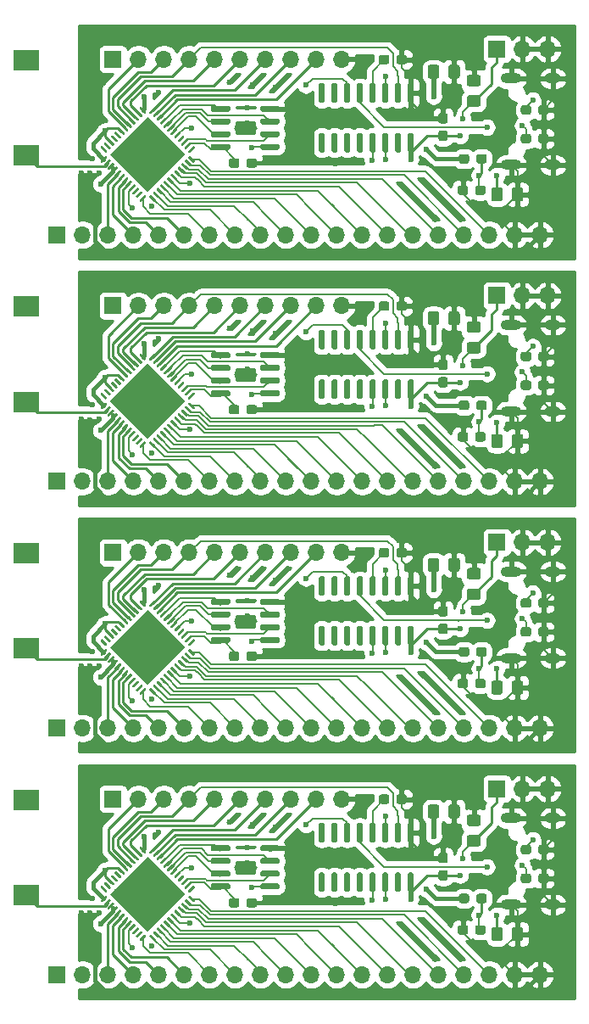
<source format=gbr>
%TF.GenerationSoftware,KiCad,Pcbnew,5.1.6-c6e7f7d~87~ubuntu20.04.1*%
%TF.CreationDate,2020-08-08T19:49:55+10:00*%
%TF.ProjectId,borscht-esp-pico-panel,626f7273-6368-4742-9d65-73702d706963,rev?*%
%TF.SameCoordinates,Original*%
%TF.FileFunction,Copper,L1,Top*%
%TF.FilePolarity,Positive*%
%FSLAX46Y46*%
G04 Gerber Fmt 4.6, Leading zero omitted, Abs format (unit mm)*
G04 Created by KiCad (PCBNEW 5.1.6-c6e7f7d~87~ubuntu20.04.1) date 2020-08-08 19:49:55*
%MOMM*%
%LPD*%
G01*
G04 APERTURE LIST*
%TA.AperFunction,SMDPad,CuDef*%
%ADD10R,2.500000X2.000000*%
%TD*%
%TA.AperFunction,ComponentPad*%
%ADD11O,1.600000X1.000000*%
%TD*%
%TA.AperFunction,ComponentPad*%
%ADD12O,2.100000X1.000000*%
%TD*%
%TA.AperFunction,ComponentPad*%
%ADD13R,1.700000X1.700000*%
%TD*%
%TA.AperFunction,ComponentPad*%
%ADD14O,1.700000X1.700000*%
%TD*%
%TA.AperFunction,SMDPad,CuDef*%
%ADD15C,0.150000*%
%TD*%
%TA.AperFunction,ViaPad*%
%ADD16C,0.600000*%
%TD*%
%TA.AperFunction,Conductor*%
%ADD17C,0.177800*%
%TD*%
%TA.AperFunction,Conductor*%
%ADD18C,0.381000*%
%TD*%
%TA.AperFunction,Conductor*%
%ADD19C,0.508000*%
%TD*%
%TA.AperFunction,Conductor*%
%ADD20C,0.254000*%
%TD*%
%TA.AperFunction,Conductor*%
%ADD21C,0.250000*%
%TD*%
G04 APERTURE END LIST*
D10*
%TO.P,ANT1,P$FEED*%
%TO.N,Board_4-Net-(ANT1-PadP$FEED)*%
X51778001Y-137442016D03*
%TO.P,ANT1,P$GND*%
%TO.N,Board_4-Net-(ANT1-PadP$GND)*%
X51778001Y-127942016D03*
%TD*%
%TO.P,C1,2*%
%TO.N,Board_4-VDD_SDIO*%
%TA.AperFunction,SMDPad,CuDef*%
G36*
G01*
X73043401Y-137991716D02*
X73043401Y-138466716D01*
G75*
G02*
X72805901Y-138704216I-237500J0D01*
G01*
X72230901Y-138704216D01*
G75*
G02*
X71993401Y-138466716I0J237500D01*
G01*
X71993401Y-137991716D01*
G75*
G02*
X72230901Y-137754216I237500J0D01*
G01*
X72805901Y-137754216D01*
G75*
G02*
X73043401Y-137991716I0J-237500D01*
G01*
G37*
%TD.AperFunction*%
%TO.P,C1,1*%
%TO.N,Board_4-GND*%
%TA.AperFunction,SMDPad,CuDef*%
G36*
G01*
X74793401Y-137991716D02*
X74793401Y-138466716D01*
G75*
G02*
X74555901Y-138704216I-237500J0D01*
G01*
X73980901Y-138704216D01*
G75*
G02*
X73743401Y-138466716I0J237500D01*
G01*
X73743401Y-137991716D01*
G75*
G02*
X73980901Y-137754216I237500J0D01*
G01*
X74555901Y-137754216D01*
G75*
G02*
X74793401Y-137991716I0J-237500D01*
G01*
G37*
%TD.AperFunction*%
%TD*%
%TO.P,C5,1*%
%TO.N,Board_4-+5V*%
%TA.AperFunction,SMDPad,CuDef*%
G36*
G01*
X93620701Y-136022416D02*
X93145701Y-136022416D01*
G75*
G02*
X92908201Y-135784916I0J237500D01*
G01*
X92908201Y-135209916D01*
G75*
G02*
X93145701Y-134972416I237500J0D01*
G01*
X93620701Y-134972416D01*
G75*
G02*
X93858201Y-135209916I0J-237500D01*
G01*
X93858201Y-135784916D01*
G75*
G02*
X93620701Y-136022416I-237500J0D01*
G01*
G37*
%TD.AperFunction*%
%TO.P,C5,2*%
%TO.N,Board_4-GND*%
%TA.AperFunction,SMDPad,CuDef*%
G36*
G01*
X93620701Y-134272416D02*
X93145701Y-134272416D01*
G75*
G02*
X92908201Y-134034916I0J237500D01*
G01*
X92908201Y-133459916D01*
G75*
G02*
X93145701Y-133222416I237500J0D01*
G01*
X93620701Y-133222416D01*
G75*
G02*
X93858201Y-133459916I0J-237500D01*
G01*
X93858201Y-134034916D01*
G75*
G02*
X93620701Y-134272416I-237500J0D01*
G01*
G37*
%TD.AperFunction*%
%TD*%
%TO.P,C6,1*%
%TO.N,Board_4-Net-(C6-Pad1)*%
%TA.AperFunction,SMDPad,CuDef*%
G36*
G01*
X86979401Y-128128916D02*
X86979401Y-127653916D01*
G75*
G02*
X87216901Y-127416416I237500J0D01*
G01*
X87791901Y-127416416D01*
G75*
G02*
X88029401Y-127653916I0J-237500D01*
G01*
X88029401Y-128128916D01*
G75*
G02*
X87791901Y-128366416I-237500J0D01*
G01*
X87216901Y-128366416D01*
G75*
G02*
X86979401Y-128128916I0J237500D01*
G01*
G37*
%TD.AperFunction*%
%TO.P,C6,2*%
%TO.N,Board_4-GND*%
%TA.AperFunction,SMDPad,CuDef*%
G36*
G01*
X88729401Y-128128916D02*
X88729401Y-127653916D01*
G75*
G02*
X88966901Y-127416416I237500J0D01*
G01*
X89541901Y-127416416D01*
G75*
G02*
X89779401Y-127653916I0J-237500D01*
G01*
X89779401Y-128128916D01*
G75*
G02*
X89541901Y-128366416I-237500J0D01*
G01*
X88966901Y-128366416D01*
G75*
G02*
X88729401Y-128128916I0J237500D01*
G01*
G37*
%TD.AperFunction*%
%TD*%
%TO.P,C7,1*%
%TO.N,Board_4-+5V*%
%TA.AperFunction,SMDPad,CuDef*%
G36*
G01*
X96906602Y-132615616D02*
X96006600Y-132615616D01*
G75*
G02*
X95756601Y-132365617I0J249999D01*
G01*
X95756601Y-131715615D01*
G75*
G02*
X96006600Y-131465616I249999J0D01*
G01*
X96906602Y-131465616D01*
G75*
G02*
X97156601Y-131715615I0J-249999D01*
G01*
X97156601Y-132365617D01*
G75*
G02*
X96906602Y-132615616I-249999J0D01*
G01*
G37*
%TD.AperFunction*%
%TO.P,C7,2*%
%TO.N,Board_4-GND*%
%TA.AperFunction,SMDPad,CuDef*%
G36*
G01*
X96906602Y-130565616D02*
X96006600Y-130565616D01*
G75*
G02*
X95756601Y-130315617I0J249999D01*
G01*
X95756601Y-129665615D01*
G75*
G02*
X96006600Y-129415616I249999J0D01*
G01*
X96906602Y-129415616D01*
G75*
G02*
X97156601Y-129665615I0J-249999D01*
G01*
X97156601Y-130315617D01*
G75*
G02*
X96906602Y-130565616I-249999J0D01*
G01*
G37*
%TD.AperFunction*%
%TD*%
%TO.P,C8,1*%
%TO.N,Board_4-+3V3*%
%TA.AperFunction,SMDPad,CuDef*%
G36*
G01*
X91859401Y-129560617D02*
X91859401Y-128660615D01*
G75*
G02*
X92109400Y-128410616I249999J0D01*
G01*
X92759402Y-128410616D01*
G75*
G02*
X93009401Y-128660615I0J-249999D01*
G01*
X93009401Y-129560617D01*
G75*
G02*
X92759402Y-129810616I-249999J0D01*
G01*
X92109400Y-129810616D01*
G75*
G02*
X91859401Y-129560617I0J249999D01*
G01*
G37*
%TD.AperFunction*%
%TO.P,C8,2*%
%TO.N,Board_4-GND*%
%TA.AperFunction,SMDPad,CuDef*%
G36*
G01*
X93909401Y-129560617D02*
X93909401Y-128660615D01*
G75*
G02*
X94159400Y-128410616I249999J0D01*
G01*
X94809402Y-128410616D01*
G75*
G02*
X95059401Y-128660615I0J-249999D01*
G01*
X95059401Y-129560617D01*
G75*
G02*
X94809402Y-129810616I-249999J0D01*
G01*
X94159400Y-129810616D01*
G75*
G02*
X93909401Y-129560617I0J249999D01*
G01*
G37*
%TD.AperFunction*%
%TD*%
%TO.P,C9,1*%
%TO.N,Board_4-GND*%
%TA.AperFunction,SMDPad,CuDef*%
G36*
G01*
X94842001Y-141184516D02*
X94842001Y-140709516D01*
G75*
G02*
X95079501Y-140472016I237500J0D01*
G01*
X95654501Y-140472016D01*
G75*
G02*
X95892001Y-140709516I0J-237500D01*
G01*
X95892001Y-141184516D01*
G75*
G02*
X95654501Y-141422016I-237500J0D01*
G01*
X95079501Y-141422016D01*
G75*
G02*
X94842001Y-141184516I0J237500D01*
G01*
G37*
%TD.AperFunction*%
%TO.P,C9,2*%
%TO.N,Board_4-EN*%
%TA.AperFunction,SMDPad,CuDef*%
G36*
G01*
X96592001Y-141184516D02*
X96592001Y-140709516D01*
G75*
G02*
X96829501Y-140472016I237500J0D01*
G01*
X97404501Y-140472016D01*
G75*
G02*
X97642001Y-140709516I0J-237500D01*
G01*
X97642001Y-141184516D01*
G75*
G02*
X97404501Y-141422016I-237500J0D01*
G01*
X96829501Y-141422016D01*
G75*
G02*
X96592001Y-141184516I0J237500D01*
G01*
G37*
%TD.AperFunction*%
%TD*%
%TO.P,D1,1*%
%TO.N,Board_4-GND*%
%TA.AperFunction,SMDPad,CuDef*%
G36*
G01*
X101400401Y-140903415D02*
X101400401Y-141803417D01*
G75*
G02*
X101150402Y-142053416I-249999J0D01*
G01*
X100500400Y-142053416D01*
G75*
G02*
X100250401Y-141803417I0J249999D01*
G01*
X100250401Y-140903415D01*
G75*
G02*
X100500400Y-140653416I249999J0D01*
G01*
X101150402Y-140653416D01*
G75*
G02*
X101400401Y-140903415I0J-249999D01*
G01*
G37*
%TD.AperFunction*%
%TO.P,D1,2*%
%TO.N,Board_4-Net-(D1-Pad2)*%
%TA.AperFunction,SMDPad,CuDef*%
G36*
G01*
X99350401Y-140903415D02*
X99350401Y-141803417D01*
G75*
G02*
X99100402Y-142053416I-249999J0D01*
G01*
X98450400Y-142053416D01*
G75*
G02*
X98200401Y-141803417I0J249999D01*
G01*
X98200401Y-140903415D01*
G75*
G02*
X98450400Y-140653416I249999J0D01*
G01*
X99100402Y-140653416D01*
G75*
G02*
X99350401Y-140903415I0J-249999D01*
G01*
G37*
%TD.AperFunction*%
%TD*%
D11*
%TO.P,J1,S1*%
%TO.N,Board_4-GND*%
X104364601Y-138409016D03*
X104364601Y-129769016D03*
D12*
X100184601Y-129769016D03*
X100184601Y-138409016D03*
%TD*%
D13*
%TO.P,J3,1*%
%TO.N,Board_4-+3V3*%
X60414001Y-127866016D03*
D14*
%TO.P,J3,2*%
%TO.N,Board_4-IO21*%
X62954001Y-127866016D03*
%TO.P,J3,3*%
%TO.N,Board_4-TxD0*%
X65494001Y-127866016D03*
%TO.P,J3,4*%
%TO.N,Board_4-RxD0*%
X68034001Y-127866016D03*
%TO.P,J3,5*%
%TO.N,Board_4-IO22*%
X70574001Y-127866016D03*
%TO.P,J3,6*%
%TO.N,Board_4-IO19*%
X73114001Y-127866016D03*
%TO.P,J3,7*%
%TO.N,Board_4-IO23*%
X75654001Y-127866016D03*
%TO.P,J3,8*%
%TO.N,Board_4-IO18*%
X78194001Y-127866016D03*
%TO.P,J3,9*%
%TO.N,Board_4-IO5*%
X80734001Y-127866016D03*
%TO.P,J3,10*%
%TO.N,Board_4-GND*%
X83274001Y-127866016D03*
%TD*%
%TO.P,R1,1*%
%TO.N,Board_4-+3V3*%
%TA.AperFunction,SMDPad,CuDef*%
G36*
G01*
X94955001Y-138034916D02*
X94955001Y-137559916D01*
G75*
G02*
X95192501Y-137322416I237500J0D01*
G01*
X95767501Y-137322416D01*
G75*
G02*
X96005001Y-137559916I0J-237500D01*
G01*
X96005001Y-138034916D01*
G75*
G02*
X95767501Y-138272416I-237500J0D01*
G01*
X95192501Y-138272416D01*
G75*
G02*
X94955001Y-138034916I0J237500D01*
G01*
G37*
%TD.AperFunction*%
%TO.P,R1,2*%
%TO.N,Board_4-EN*%
%TA.AperFunction,SMDPad,CuDef*%
G36*
G01*
X96705001Y-138034916D02*
X96705001Y-137559916D01*
G75*
G02*
X96942501Y-137322416I237500J0D01*
G01*
X97517501Y-137322416D01*
G75*
G02*
X97755001Y-137559916I0J-237500D01*
G01*
X97755001Y-138034916D01*
G75*
G02*
X97517501Y-138272416I-237500J0D01*
G01*
X96942501Y-138272416D01*
G75*
G02*
X96705001Y-138034916I0J237500D01*
G01*
G37*
%TD.AperFunction*%
%TD*%
%TO.P,R4,1*%
%TO.N,Board_4-GND*%
%TA.AperFunction,SMDPad,CuDef*%
G36*
G01*
X103952601Y-132683116D02*
X103952601Y-133158116D01*
G75*
G02*
X103715101Y-133395616I-237500J0D01*
G01*
X103140101Y-133395616D01*
G75*
G02*
X102902601Y-133158116I0J237500D01*
G01*
X102902601Y-132683116D01*
G75*
G02*
X103140101Y-132445616I237500J0D01*
G01*
X103715101Y-132445616D01*
G75*
G02*
X103952601Y-132683116I0J-237500D01*
G01*
G37*
%TD.AperFunction*%
%TO.P,R4,2*%
%TO.N,Board_4-Net-(J1-PadA5)*%
%TA.AperFunction,SMDPad,CuDef*%
G36*
G01*
X102202601Y-132683116D02*
X102202601Y-133158116D01*
G75*
G02*
X101965101Y-133395616I-237500J0D01*
G01*
X101390101Y-133395616D01*
G75*
G02*
X101152601Y-133158116I0J237500D01*
G01*
X101152601Y-132683116D01*
G75*
G02*
X101390101Y-132445616I237500J0D01*
G01*
X101965101Y-132445616D01*
G75*
G02*
X102202601Y-132683116I0J-237500D01*
G01*
G37*
%TD.AperFunction*%
%TD*%
%TO.P,R5,1*%
%TO.N,Board_4-GND*%
%TA.AperFunction,SMDPad,CuDef*%
G36*
G01*
X103952601Y-135553316D02*
X103952601Y-136028316D01*
G75*
G02*
X103715101Y-136265816I-237500J0D01*
G01*
X103140101Y-136265816D01*
G75*
G02*
X102902601Y-136028316I0J237500D01*
G01*
X102902601Y-135553316D01*
G75*
G02*
X103140101Y-135315816I237500J0D01*
G01*
X103715101Y-135315816D01*
G75*
G02*
X103952601Y-135553316I0J-237500D01*
G01*
G37*
%TD.AperFunction*%
%TO.P,R5,2*%
%TO.N,Board_4-Net-(J1-PadB5)*%
%TA.AperFunction,SMDPad,CuDef*%
G36*
G01*
X102202601Y-135553316D02*
X102202601Y-136028316D01*
G75*
G02*
X101965101Y-136265816I-237500J0D01*
G01*
X101390101Y-136265816D01*
G75*
G02*
X101152601Y-136028316I0J237500D01*
G01*
X101152601Y-135553316D01*
G75*
G02*
X101390101Y-135315816I237500J0D01*
G01*
X101965101Y-135315816D01*
G75*
G02*
X102202601Y-135553316I0J-237500D01*
G01*
G37*
%TD.AperFunction*%
%TD*%
%TO.P,U1,1*%
%TO.N,Board_4-+3V3*%
%TA.AperFunction,SMDPad,CuDef*%
G36*
G01*
X59264671Y-138174790D02*
X59176283Y-138086401D01*
G75*
G02*
X59176283Y-137998013I44194J44194D01*
G01*
X59653580Y-137520716D01*
G75*
G02*
X59741968Y-137520716I44194J-44194D01*
G01*
X59830357Y-137609105D01*
G75*
G02*
X59830357Y-137697493I-44194J-44194D01*
G01*
X59353060Y-138174790D01*
G75*
G02*
X59264672Y-138174790I-44194J44194D01*
G01*
G37*
%TD.AperFunction*%
%TO.P,U1,2*%
%TO.N,Board_4-Net-(ANT1-PadP$FEED)*%
%TA.AperFunction,SMDPad,CuDef*%
G36*
G01*
X59618224Y-138528343D02*
X59529836Y-138439954D01*
G75*
G02*
X59529836Y-138351566I44194J44194D01*
G01*
X60007133Y-137874269D01*
G75*
G02*
X60095521Y-137874269I44194J-44194D01*
G01*
X60183910Y-137962658D01*
G75*
G02*
X60183910Y-138051046I-44194J-44194D01*
G01*
X59706613Y-138528343D01*
G75*
G02*
X59618225Y-138528343I-44194J44194D01*
G01*
G37*
%TD.AperFunction*%
%TO.P,U1,3*%
%TO.N,Board_4-+3V3*%
%TA.AperFunction,SMDPad,CuDef*%
G36*
G01*
X59971778Y-138881897D02*
X59883390Y-138793508D01*
G75*
G02*
X59883390Y-138705120I44194J44194D01*
G01*
X60360687Y-138227823D01*
G75*
G02*
X60449075Y-138227823I44194J-44194D01*
G01*
X60537464Y-138316212D01*
G75*
G02*
X60537464Y-138404600I-44194J-44194D01*
G01*
X60060167Y-138881897D01*
G75*
G02*
X59971779Y-138881897I-44194J44194D01*
G01*
G37*
%TD.AperFunction*%
%TO.P,U1,4*%
%TA.AperFunction,SMDPad,CuDef*%
G36*
G01*
X60325331Y-139235450D02*
X60236943Y-139147061D01*
G75*
G02*
X60236943Y-139058673I44194J44194D01*
G01*
X60714240Y-138581376D01*
G75*
G02*
X60802628Y-138581376I44194J-44194D01*
G01*
X60891017Y-138669765D01*
G75*
G02*
X60891017Y-138758153I-44194J-44194D01*
G01*
X60413720Y-139235450D01*
G75*
G02*
X60325332Y-139235450I-44194J44194D01*
G01*
G37*
%TD.AperFunction*%
%TO.P,U1,5*%
%TO.N,Board_4-SENSE_VP*%
%TA.AperFunction,SMDPad,CuDef*%
G36*
G01*
X60678885Y-139589003D02*
X60590497Y-139500614D01*
G75*
G02*
X60590497Y-139412226I44194J44194D01*
G01*
X61067794Y-138934929D01*
G75*
G02*
X61156182Y-138934929I44194J-44194D01*
G01*
X61244571Y-139023318D01*
G75*
G02*
X61244571Y-139111706I-44194J-44194D01*
G01*
X60767274Y-139589003D01*
G75*
G02*
X60678886Y-139589003I-44194J44194D01*
G01*
G37*
%TD.AperFunction*%
%TO.P,U1,6*%
%TO.N,Board_4-SENSE_CAPP*%
%TA.AperFunction,SMDPad,CuDef*%
G36*
G01*
X61032438Y-139942557D02*
X60944050Y-139854168D01*
G75*
G02*
X60944050Y-139765780I44194J44194D01*
G01*
X61421347Y-139288483D01*
G75*
G02*
X61509735Y-139288483I44194J-44194D01*
G01*
X61598124Y-139376872D01*
G75*
G02*
X61598124Y-139465260I-44194J-44194D01*
G01*
X61120827Y-139942557D01*
G75*
G02*
X61032439Y-139942557I-44194J44194D01*
G01*
G37*
%TD.AperFunction*%
%TO.P,U1,7*%
%TO.N,Board_4-SENSE_CAPN*%
%TA.AperFunction,SMDPad,CuDef*%
G36*
G01*
X61385991Y-140296110D02*
X61297603Y-140207721D01*
G75*
G02*
X61297603Y-140119333I44194J44194D01*
G01*
X61774900Y-139642036D01*
G75*
G02*
X61863288Y-139642036I44194J-44194D01*
G01*
X61951677Y-139730425D01*
G75*
G02*
X61951677Y-139818813I-44194J-44194D01*
G01*
X61474380Y-140296110D01*
G75*
G02*
X61385992Y-140296110I-44194J44194D01*
G01*
G37*
%TD.AperFunction*%
%TO.P,U1,8*%
%TO.N,Board_4-SENSE_VN*%
%TA.AperFunction,SMDPad,CuDef*%
G36*
G01*
X61739545Y-140649663D02*
X61651157Y-140561274D01*
G75*
G02*
X61651157Y-140472886I44194J44194D01*
G01*
X62128454Y-139995589D01*
G75*
G02*
X62216842Y-139995589I44194J-44194D01*
G01*
X62305231Y-140083978D01*
G75*
G02*
X62305231Y-140172366I-44194J-44194D01*
G01*
X61827934Y-140649663D01*
G75*
G02*
X61739546Y-140649663I-44194J44194D01*
G01*
G37*
%TD.AperFunction*%
%TO.P,U1,9*%
%TO.N,Board_4-EN*%
%TA.AperFunction,SMDPad,CuDef*%
G36*
G01*
X62093098Y-141003217D02*
X62004710Y-140914828D01*
G75*
G02*
X62004710Y-140826440I44194J44194D01*
G01*
X62482007Y-140349143D01*
G75*
G02*
X62570395Y-140349143I44194J-44194D01*
G01*
X62658784Y-140437532D01*
G75*
G02*
X62658784Y-140525920I-44194J-44194D01*
G01*
X62181487Y-141003217D01*
G75*
G02*
X62093099Y-141003217I-44194J44194D01*
G01*
G37*
%TD.AperFunction*%
%TO.P,U1,10*%
%TO.N,Board_4-Net-(U1-Pad10)*%
%TA.AperFunction,SMDPad,CuDef*%
G36*
G01*
X62446651Y-141356770D02*
X62358263Y-141268381D01*
G75*
G02*
X62358263Y-141179993I44194J44194D01*
G01*
X62835560Y-140702696D01*
G75*
G02*
X62923948Y-140702696I44194J-44194D01*
G01*
X63012337Y-140791085D01*
G75*
G02*
X63012337Y-140879473I-44194J-44194D01*
G01*
X62535040Y-141356770D01*
G75*
G02*
X62446652Y-141356770I-44194J44194D01*
G01*
G37*
%TD.AperFunction*%
%TO.P,U1,11*%
%TO.N,Board_4-Net-(U1-Pad11)*%
%TA.AperFunction,SMDPad,CuDef*%
G36*
G01*
X62800205Y-141710324D02*
X62711817Y-141621935D01*
G75*
G02*
X62711817Y-141533547I44194J44194D01*
G01*
X63189114Y-141056250D01*
G75*
G02*
X63277502Y-141056250I44194J-44194D01*
G01*
X63365891Y-141144639D01*
G75*
G02*
X63365891Y-141233027I-44194J-44194D01*
G01*
X62888594Y-141710324D01*
G75*
G02*
X62800206Y-141710324I-44194J44194D01*
G01*
G37*
%TD.AperFunction*%
%TO.P,U1,12*%
%TO.N,Board_4-IO32*%
%TA.AperFunction,SMDPad,CuDef*%
G36*
G01*
X63153758Y-142063877D02*
X63065370Y-141975488D01*
G75*
G02*
X63065370Y-141887100I44194J44194D01*
G01*
X63542667Y-141409803D01*
G75*
G02*
X63631055Y-141409803I44194J-44194D01*
G01*
X63719444Y-141498192D01*
G75*
G02*
X63719444Y-141586580I-44194J-44194D01*
G01*
X63242147Y-142063877D01*
G75*
G02*
X63153759Y-142063877I-44194J44194D01*
G01*
G37*
%TD.AperFunction*%
%TO.P,U1,13*%
%TO.N,Board_4-IO33*%
%TA.AperFunction,SMDPad,CuDef*%
G36*
G01*
X64532617Y-142063877D02*
X64055320Y-141586580D01*
G75*
G02*
X64055320Y-141498192I44194J44194D01*
G01*
X64143709Y-141409803D01*
G75*
G02*
X64232097Y-141409803I44194J-44194D01*
G01*
X64709394Y-141887100D01*
G75*
G02*
X64709394Y-141975488I-44194J-44194D01*
G01*
X64621005Y-142063877D01*
G75*
G02*
X64532617Y-142063877I-44194J44194D01*
G01*
G37*
%TD.AperFunction*%
%TO.P,U1,14*%
%TO.N,Board_4-IO25*%
%TA.AperFunction,SMDPad,CuDef*%
G36*
G01*
X64886170Y-141710324D02*
X64408873Y-141233027D01*
G75*
G02*
X64408873Y-141144639I44194J44194D01*
G01*
X64497262Y-141056250D01*
G75*
G02*
X64585650Y-141056250I44194J-44194D01*
G01*
X65062947Y-141533547D01*
G75*
G02*
X65062947Y-141621935I-44194J-44194D01*
G01*
X64974558Y-141710324D01*
G75*
G02*
X64886170Y-141710324I-44194J44194D01*
G01*
G37*
%TD.AperFunction*%
%TO.P,U1,15*%
%TO.N,Board_4-IO26*%
%TA.AperFunction,SMDPad,CuDef*%
G36*
G01*
X65239724Y-141356770D02*
X64762427Y-140879473D01*
G75*
G02*
X64762427Y-140791085I44194J44194D01*
G01*
X64850816Y-140702696D01*
G75*
G02*
X64939204Y-140702696I44194J-44194D01*
G01*
X65416501Y-141179993D01*
G75*
G02*
X65416501Y-141268381I-44194J-44194D01*
G01*
X65328112Y-141356770D01*
G75*
G02*
X65239724Y-141356770I-44194J44194D01*
G01*
G37*
%TD.AperFunction*%
%TO.P,U1,16*%
%TO.N,Board_4-IO27*%
%TA.AperFunction,SMDPad,CuDef*%
G36*
G01*
X65593277Y-141003217D02*
X65115980Y-140525920D01*
G75*
G02*
X65115980Y-140437532I44194J44194D01*
G01*
X65204369Y-140349143D01*
G75*
G02*
X65292757Y-140349143I44194J-44194D01*
G01*
X65770054Y-140826440D01*
G75*
G02*
X65770054Y-140914828I-44194J-44194D01*
G01*
X65681665Y-141003217D01*
G75*
G02*
X65593277Y-141003217I-44194J44194D01*
G01*
G37*
%TD.AperFunction*%
%TO.P,U1,17*%
%TO.N,Board_4-IO14*%
%TA.AperFunction,SMDPad,CuDef*%
G36*
G01*
X65946830Y-140649663D02*
X65469533Y-140172366D01*
G75*
G02*
X65469533Y-140083978I44194J44194D01*
G01*
X65557922Y-139995589D01*
G75*
G02*
X65646310Y-139995589I44194J-44194D01*
G01*
X66123607Y-140472886D01*
G75*
G02*
X66123607Y-140561274I-44194J-44194D01*
G01*
X66035218Y-140649663D01*
G75*
G02*
X65946830Y-140649663I-44194J44194D01*
G01*
G37*
%TD.AperFunction*%
%TO.P,U1,18*%
%TO.N,Board_4-IO12*%
%TA.AperFunction,SMDPad,CuDef*%
G36*
G01*
X66300384Y-140296110D02*
X65823087Y-139818813D01*
G75*
G02*
X65823087Y-139730425I44194J44194D01*
G01*
X65911476Y-139642036D01*
G75*
G02*
X65999864Y-139642036I44194J-44194D01*
G01*
X66477161Y-140119333D01*
G75*
G02*
X66477161Y-140207721I-44194J-44194D01*
G01*
X66388772Y-140296110D01*
G75*
G02*
X66300384Y-140296110I-44194J44194D01*
G01*
G37*
%TD.AperFunction*%
%TO.P,U1,19*%
%TO.N,Board_4-+3V3*%
%TA.AperFunction,SMDPad,CuDef*%
G36*
G01*
X66653937Y-139942557D02*
X66176640Y-139465260D01*
G75*
G02*
X66176640Y-139376872I44194J44194D01*
G01*
X66265029Y-139288483D01*
G75*
G02*
X66353417Y-139288483I44194J-44194D01*
G01*
X66830714Y-139765780D01*
G75*
G02*
X66830714Y-139854168I-44194J-44194D01*
G01*
X66742325Y-139942557D01*
G75*
G02*
X66653937Y-139942557I-44194J44194D01*
G01*
G37*
%TD.AperFunction*%
%TO.P,U1,20*%
%TO.N,Board_4-IO13*%
%TA.AperFunction,SMDPad,CuDef*%
G36*
G01*
X67007490Y-139589003D02*
X66530193Y-139111706D01*
G75*
G02*
X66530193Y-139023318I44194J44194D01*
G01*
X66618582Y-138934929D01*
G75*
G02*
X66706970Y-138934929I44194J-44194D01*
G01*
X67184267Y-139412226D01*
G75*
G02*
X67184267Y-139500614I-44194J-44194D01*
G01*
X67095878Y-139589003D01*
G75*
G02*
X67007490Y-139589003I-44194J44194D01*
G01*
G37*
%TD.AperFunction*%
%TO.P,U1,21*%
%TO.N,Board_4-IO15*%
%TA.AperFunction,SMDPad,CuDef*%
G36*
G01*
X67361044Y-139235450D02*
X66883747Y-138758153D01*
G75*
G02*
X66883747Y-138669765I44194J44194D01*
G01*
X66972136Y-138581376D01*
G75*
G02*
X67060524Y-138581376I44194J-44194D01*
G01*
X67537821Y-139058673D01*
G75*
G02*
X67537821Y-139147061I-44194J-44194D01*
G01*
X67449432Y-139235450D01*
G75*
G02*
X67361044Y-139235450I-44194J44194D01*
G01*
G37*
%TD.AperFunction*%
%TO.P,U1,22*%
%TO.N,Board_4-IO2*%
%TA.AperFunction,SMDPad,CuDef*%
G36*
G01*
X67714597Y-138881897D02*
X67237300Y-138404600D01*
G75*
G02*
X67237300Y-138316212I44194J44194D01*
G01*
X67325689Y-138227823D01*
G75*
G02*
X67414077Y-138227823I44194J-44194D01*
G01*
X67891374Y-138705120D01*
G75*
G02*
X67891374Y-138793508I-44194J-44194D01*
G01*
X67802985Y-138881897D01*
G75*
G02*
X67714597Y-138881897I-44194J44194D01*
G01*
G37*
%TD.AperFunction*%
%TO.P,U1,23*%
%TO.N,Board_4-IO0*%
%TA.AperFunction,SMDPad,CuDef*%
G36*
G01*
X68068151Y-138528343D02*
X67590854Y-138051046D01*
G75*
G02*
X67590854Y-137962658I44194J44194D01*
G01*
X67679243Y-137874269D01*
G75*
G02*
X67767631Y-137874269I44194J-44194D01*
G01*
X68244928Y-138351566D01*
G75*
G02*
X68244928Y-138439954I-44194J-44194D01*
G01*
X68156539Y-138528343D01*
G75*
G02*
X68068151Y-138528343I-44194J44194D01*
G01*
G37*
%TD.AperFunction*%
%TO.P,U1,24*%
%TO.N,Board_4-IO4*%
%TA.AperFunction,SMDPad,CuDef*%
G36*
G01*
X68421704Y-138174790D02*
X67944407Y-137697493D01*
G75*
G02*
X67944407Y-137609105I44194J44194D01*
G01*
X68032796Y-137520716D01*
G75*
G02*
X68121184Y-137520716I44194J-44194D01*
G01*
X68598481Y-137998013D01*
G75*
G02*
X68598481Y-138086401I-44194J-44194D01*
G01*
X68510092Y-138174790D01*
G75*
G02*
X68421704Y-138174790I-44194J44194D01*
G01*
G37*
%TD.AperFunction*%
%TO.P,U1,25*%
%TO.N,Board_4-Net-(U1-Pad25)*%
%TA.AperFunction,SMDPad,CuDef*%
G36*
G01*
X68032795Y-137184840D02*
X67944407Y-137096451D01*
G75*
G02*
X67944407Y-137008063I44194J44194D01*
G01*
X68421704Y-136530766D01*
G75*
G02*
X68510092Y-136530766I44194J-44194D01*
G01*
X68598481Y-136619155D01*
G75*
G02*
X68598481Y-136707543I-44194J-44194D01*
G01*
X68121184Y-137184840D01*
G75*
G02*
X68032796Y-137184840I-44194J44194D01*
G01*
G37*
%TD.AperFunction*%
%TO.P,U1,26*%
%TO.N,Board_4-VDD_SDIO*%
%TA.AperFunction,SMDPad,CuDef*%
G36*
G01*
X67679242Y-136831287D02*
X67590854Y-136742898D01*
G75*
G02*
X67590854Y-136654510I44194J44194D01*
G01*
X68068151Y-136177213D01*
G75*
G02*
X68156539Y-136177213I44194J-44194D01*
G01*
X68244928Y-136265602D01*
G75*
G02*
X68244928Y-136353990I-44194J-44194D01*
G01*
X67767631Y-136831287D01*
G75*
G02*
X67679243Y-136831287I-44194J44194D01*
G01*
G37*
%TD.AperFunction*%
%TO.P,U1,27*%
%TO.N,Board_4-SIO1*%
%TA.AperFunction,SMDPad,CuDef*%
G36*
G01*
X67325688Y-136477733D02*
X67237300Y-136389344D01*
G75*
G02*
X67237300Y-136300956I44194J44194D01*
G01*
X67714597Y-135823659D01*
G75*
G02*
X67802985Y-135823659I44194J-44194D01*
G01*
X67891374Y-135912048D01*
G75*
G02*
X67891374Y-136000436I-44194J-44194D01*
G01*
X67414077Y-136477733D01*
G75*
G02*
X67325689Y-136477733I-44194J44194D01*
G01*
G37*
%TD.AperFunction*%
%TO.P,U1,28*%
%TO.N,Board_4-Net-(U1-Pad28)*%
%TA.AperFunction,SMDPad,CuDef*%
G36*
G01*
X66972135Y-136124180D02*
X66883747Y-136035791D01*
G75*
G02*
X66883747Y-135947403I44194J44194D01*
G01*
X67361044Y-135470106D01*
G75*
G02*
X67449432Y-135470106I44194J-44194D01*
G01*
X67537821Y-135558495D01*
G75*
G02*
X67537821Y-135646883I-44194J-44194D01*
G01*
X67060524Y-136124180D01*
G75*
G02*
X66972136Y-136124180I-44194J44194D01*
G01*
G37*
%TD.AperFunction*%
%TO.P,U1,29*%
%TO.N,Board_4-PSRAM_CS*%
%TA.AperFunction,SMDPad,CuDef*%
G36*
G01*
X66618581Y-135770627D02*
X66530193Y-135682238D01*
G75*
G02*
X66530193Y-135593850I44194J44194D01*
G01*
X67007490Y-135116553D01*
G75*
G02*
X67095878Y-135116553I44194J-44194D01*
G01*
X67184267Y-135204942D01*
G75*
G02*
X67184267Y-135293330I-44194J-44194D01*
G01*
X66706970Y-135770627D01*
G75*
G02*
X66618582Y-135770627I-44194J44194D01*
G01*
G37*
%TD.AperFunction*%
%TO.P,U1,30*%
%TO.N,Board_4-SIO3*%
%TA.AperFunction,SMDPad,CuDef*%
G36*
G01*
X66265028Y-135417073D02*
X66176640Y-135328684D01*
G75*
G02*
X66176640Y-135240296I44194J44194D01*
G01*
X66653937Y-134762999D01*
G75*
G02*
X66742325Y-134762999I44194J-44194D01*
G01*
X66830714Y-134851388D01*
G75*
G02*
X66830714Y-134939776I-44194J-44194D01*
G01*
X66353417Y-135417073D01*
G75*
G02*
X66265029Y-135417073I-44194J44194D01*
G01*
G37*
%TD.AperFunction*%
%TO.P,U1,31*%
%TO.N,Board_4-SCLK*%
%TA.AperFunction,SMDPad,CuDef*%
G36*
G01*
X65911475Y-135063520D02*
X65823087Y-134975131D01*
G75*
G02*
X65823087Y-134886743I44194J44194D01*
G01*
X66300384Y-134409446D01*
G75*
G02*
X66388772Y-134409446I44194J-44194D01*
G01*
X66477161Y-134497835D01*
G75*
G02*
X66477161Y-134586223I-44194J-44194D01*
G01*
X65999864Y-135063520D01*
G75*
G02*
X65911476Y-135063520I-44194J44194D01*
G01*
G37*
%TD.AperFunction*%
%TO.P,U1,32*%
%TO.N,Board_4-SIO2*%
%TA.AperFunction,SMDPad,CuDef*%
G36*
G01*
X65557921Y-134709967D02*
X65469533Y-134621578D01*
G75*
G02*
X65469533Y-134533190I44194J44194D01*
G01*
X65946830Y-134055893D01*
G75*
G02*
X66035218Y-134055893I44194J-44194D01*
G01*
X66123607Y-134144282D01*
G75*
G02*
X66123607Y-134232670I-44194J-44194D01*
G01*
X65646310Y-134709967D01*
G75*
G02*
X65557922Y-134709967I-44194J44194D01*
G01*
G37*
%TD.AperFunction*%
%TO.P,U1,33*%
%TO.N,Board_4-SIO0*%
%TA.AperFunction,SMDPad,CuDef*%
G36*
G01*
X65204368Y-134356413D02*
X65115980Y-134268024D01*
G75*
G02*
X65115980Y-134179636I44194J44194D01*
G01*
X65593277Y-133702339D01*
G75*
G02*
X65681665Y-133702339I44194J-44194D01*
G01*
X65770054Y-133790728D01*
G75*
G02*
X65770054Y-133879116I-44194J-44194D01*
G01*
X65292757Y-134356413D01*
G75*
G02*
X65204369Y-134356413I-44194J44194D01*
G01*
G37*
%TD.AperFunction*%
%TO.P,U1,34*%
%TO.N,Board_4-IO5*%
%TA.AperFunction,SMDPad,CuDef*%
G36*
G01*
X64850815Y-134002860D02*
X64762427Y-133914471D01*
G75*
G02*
X64762427Y-133826083I44194J44194D01*
G01*
X65239724Y-133348786D01*
G75*
G02*
X65328112Y-133348786I44194J-44194D01*
G01*
X65416501Y-133437175D01*
G75*
G02*
X65416501Y-133525563I-44194J-44194D01*
G01*
X64939204Y-134002860D01*
G75*
G02*
X64850816Y-134002860I-44194J44194D01*
G01*
G37*
%TD.AperFunction*%
%TO.P,U1,35*%
%TO.N,Board_4-IO18*%
%TA.AperFunction,SMDPad,CuDef*%
G36*
G01*
X64497261Y-133649306D02*
X64408873Y-133560917D01*
G75*
G02*
X64408873Y-133472529I44194J44194D01*
G01*
X64886170Y-132995232D01*
G75*
G02*
X64974558Y-132995232I44194J-44194D01*
G01*
X65062947Y-133083621D01*
G75*
G02*
X65062947Y-133172009I-44194J-44194D01*
G01*
X64585650Y-133649306D01*
G75*
G02*
X64497262Y-133649306I-44194J44194D01*
G01*
G37*
%TD.AperFunction*%
%TO.P,U1,36*%
%TO.N,Board_4-IO23*%
%TA.AperFunction,SMDPad,CuDef*%
G36*
G01*
X64143708Y-133295753D02*
X64055320Y-133207364D01*
G75*
G02*
X64055320Y-133118976I44194J44194D01*
G01*
X64532617Y-132641679D01*
G75*
G02*
X64621005Y-132641679I44194J-44194D01*
G01*
X64709394Y-132730068D01*
G75*
G02*
X64709394Y-132818456I-44194J-44194D01*
G01*
X64232097Y-133295753D01*
G75*
G02*
X64143709Y-133295753I-44194J44194D01*
G01*
G37*
%TD.AperFunction*%
%TO.P,U1,37*%
%TO.N,Board_4-+3V3*%
%TA.AperFunction,SMDPad,CuDef*%
G36*
G01*
X63542667Y-133295753D02*
X63065370Y-132818456D01*
G75*
G02*
X63065370Y-132730068I44194J44194D01*
G01*
X63153759Y-132641679D01*
G75*
G02*
X63242147Y-132641679I44194J-44194D01*
G01*
X63719444Y-133118976D01*
G75*
G02*
X63719444Y-133207364I-44194J-44194D01*
G01*
X63631055Y-133295753D01*
G75*
G02*
X63542667Y-133295753I-44194J44194D01*
G01*
G37*
%TD.AperFunction*%
%TO.P,U1,38*%
%TO.N,Board_4-IO19*%
%TA.AperFunction,SMDPad,CuDef*%
G36*
G01*
X63189114Y-133649306D02*
X62711817Y-133172009D01*
G75*
G02*
X62711817Y-133083621I44194J44194D01*
G01*
X62800206Y-132995232D01*
G75*
G02*
X62888594Y-132995232I44194J-44194D01*
G01*
X63365891Y-133472529D01*
G75*
G02*
X63365891Y-133560917I-44194J-44194D01*
G01*
X63277502Y-133649306D01*
G75*
G02*
X63189114Y-133649306I-44194J44194D01*
G01*
G37*
%TD.AperFunction*%
%TO.P,U1,39*%
%TO.N,Board_4-IO22*%
%TA.AperFunction,SMDPad,CuDef*%
G36*
G01*
X62835560Y-134002860D02*
X62358263Y-133525563D01*
G75*
G02*
X62358263Y-133437175I44194J44194D01*
G01*
X62446652Y-133348786D01*
G75*
G02*
X62535040Y-133348786I44194J-44194D01*
G01*
X63012337Y-133826083D01*
G75*
G02*
X63012337Y-133914471I-44194J-44194D01*
G01*
X62923948Y-134002860D01*
G75*
G02*
X62835560Y-134002860I-44194J44194D01*
G01*
G37*
%TD.AperFunction*%
%TO.P,U1,40*%
%TO.N,Board_4-RxD0*%
%TA.AperFunction,SMDPad,CuDef*%
G36*
G01*
X62482007Y-134356413D02*
X62004710Y-133879116D01*
G75*
G02*
X62004710Y-133790728I44194J44194D01*
G01*
X62093099Y-133702339D01*
G75*
G02*
X62181487Y-133702339I44194J-44194D01*
G01*
X62658784Y-134179636D01*
G75*
G02*
X62658784Y-134268024I-44194J-44194D01*
G01*
X62570395Y-134356413D01*
G75*
G02*
X62482007Y-134356413I-44194J44194D01*
G01*
G37*
%TD.AperFunction*%
%TO.P,U1,41*%
%TO.N,Board_4-TxD0*%
%TA.AperFunction,SMDPad,CuDef*%
G36*
G01*
X62128454Y-134709967D02*
X61651157Y-134232670D01*
G75*
G02*
X61651157Y-134144282I44194J44194D01*
G01*
X61739546Y-134055893D01*
G75*
G02*
X61827934Y-134055893I44194J-44194D01*
G01*
X62305231Y-134533190D01*
G75*
G02*
X62305231Y-134621578I-44194J-44194D01*
G01*
X62216842Y-134709967D01*
G75*
G02*
X62128454Y-134709967I-44194J44194D01*
G01*
G37*
%TD.AperFunction*%
%TO.P,U1,42*%
%TO.N,Board_4-IO21*%
%TA.AperFunction,SMDPad,CuDef*%
G36*
G01*
X61774900Y-135063520D02*
X61297603Y-134586223D01*
G75*
G02*
X61297603Y-134497835I44194J44194D01*
G01*
X61385992Y-134409446D01*
G75*
G02*
X61474380Y-134409446I44194J-44194D01*
G01*
X61951677Y-134886743D01*
G75*
G02*
X61951677Y-134975131I-44194J-44194D01*
G01*
X61863288Y-135063520D01*
G75*
G02*
X61774900Y-135063520I-44194J44194D01*
G01*
G37*
%TD.AperFunction*%
%TO.P,U1,43*%
%TO.N,Board_4-+3V3*%
%TA.AperFunction,SMDPad,CuDef*%
G36*
G01*
X61421347Y-135417073D02*
X60944050Y-134939776D01*
G75*
G02*
X60944050Y-134851388I44194J44194D01*
G01*
X61032439Y-134762999D01*
G75*
G02*
X61120827Y-134762999I44194J-44194D01*
G01*
X61598124Y-135240296D01*
G75*
G02*
X61598124Y-135328684I-44194J-44194D01*
G01*
X61509735Y-135417073D01*
G75*
G02*
X61421347Y-135417073I-44194J44194D01*
G01*
G37*
%TD.AperFunction*%
%TO.P,U1,44*%
%TO.N,Board_4-Net-(U1-Pad44)*%
%TA.AperFunction,SMDPad,CuDef*%
G36*
G01*
X61067794Y-135770627D02*
X60590497Y-135293330D01*
G75*
G02*
X60590497Y-135204942I44194J44194D01*
G01*
X60678886Y-135116553D01*
G75*
G02*
X60767274Y-135116553I44194J-44194D01*
G01*
X61244571Y-135593850D01*
G75*
G02*
X61244571Y-135682238I-44194J-44194D01*
G01*
X61156182Y-135770627D01*
G75*
G02*
X61067794Y-135770627I-44194J44194D01*
G01*
G37*
%TD.AperFunction*%
%TO.P,U1,45*%
%TO.N,Board_4-Net-(U1-Pad45)*%
%TA.AperFunction,SMDPad,CuDef*%
G36*
G01*
X60714240Y-136124180D02*
X60236943Y-135646883D01*
G75*
G02*
X60236943Y-135558495I44194J44194D01*
G01*
X60325332Y-135470106D01*
G75*
G02*
X60413720Y-135470106I44194J-44194D01*
G01*
X60891017Y-135947403D01*
G75*
G02*
X60891017Y-136035791I-44194J-44194D01*
G01*
X60802628Y-136124180D01*
G75*
G02*
X60714240Y-136124180I-44194J44194D01*
G01*
G37*
%TD.AperFunction*%
%TO.P,U1,46*%
%TO.N,Board_4-+3V3*%
%TA.AperFunction,SMDPad,CuDef*%
G36*
G01*
X60360687Y-136477733D02*
X59883390Y-136000436D01*
G75*
G02*
X59883390Y-135912048I44194J44194D01*
G01*
X59971779Y-135823659D01*
G75*
G02*
X60060167Y-135823659I44194J-44194D01*
G01*
X60537464Y-136300956D01*
G75*
G02*
X60537464Y-136389344I-44194J-44194D01*
G01*
X60449075Y-136477733D01*
G75*
G02*
X60360687Y-136477733I-44194J44194D01*
G01*
G37*
%TD.AperFunction*%
%TO.P,U1,47*%
%TO.N,Board_4-Net-(U1-Pad47)*%
%TA.AperFunction,SMDPad,CuDef*%
G36*
G01*
X60007133Y-136831287D02*
X59529836Y-136353990D01*
G75*
G02*
X59529836Y-136265602I44194J44194D01*
G01*
X59618225Y-136177213D01*
G75*
G02*
X59706613Y-136177213I44194J-44194D01*
G01*
X60183910Y-136654510D01*
G75*
G02*
X60183910Y-136742898I-44194J-44194D01*
G01*
X60095521Y-136831287D01*
G75*
G02*
X60007133Y-136831287I-44194J44194D01*
G01*
G37*
%TD.AperFunction*%
%TO.P,U1,48*%
%TO.N,Board_4-Net-(U1-Pad48)*%
%TA.AperFunction,SMDPad,CuDef*%
G36*
G01*
X59653580Y-137184840D02*
X59176283Y-136707543D01*
G75*
G02*
X59176283Y-136619155I44194J44194D01*
G01*
X59264672Y-136530766D01*
G75*
G02*
X59353060Y-136530766I44194J-44194D01*
G01*
X59830357Y-137008063D01*
G75*
G02*
X59830357Y-137096451I-44194J-44194D01*
G01*
X59741968Y-137184840D01*
G75*
G02*
X59653580Y-137184840I-44194J44194D01*
G01*
G37*
%TD.AperFunction*%
%TA.AperFunction,SMDPad,CuDef*%
D15*
%TO.P,U1,49*%
%TO.N,Board_4-GND*%
G36*
X63887382Y-141100444D02*
G01*
X60139716Y-137352778D01*
X63887382Y-133605112D01*
X67635048Y-137352778D01*
X63887382Y-141100444D01*
G37*
%TD.AperFunction*%
%TD*%
%TO.P,U2,1*%
%TO.N,Board_4-PSRAM_CS*%
%TA.AperFunction,SMDPad,CuDef*%
G36*
G01*
X77072001Y-136453616D02*
X77072001Y-136753616D01*
G75*
G02*
X76922001Y-136903616I-150000J0D01*
G01*
X75272001Y-136903616D01*
G75*
G02*
X75122001Y-136753616I0J150000D01*
G01*
X75122001Y-136453616D01*
G75*
G02*
X75272001Y-136303616I150000J0D01*
G01*
X76922001Y-136303616D01*
G75*
G02*
X77072001Y-136453616I0J-150000D01*
G01*
G37*
%TD.AperFunction*%
%TO.P,U2,2*%
%TO.N,Board_4-SIO1*%
%TA.AperFunction,SMDPad,CuDef*%
G36*
G01*
X77072001Y-135183616D02*
X77072001Y-135483616D01*
G75*
G02*
X76922001Y-135633616I-150000J0D01*
G01*
X75272001Y-135633616D01*
G75*
G02*
X75122001Y-135483616I0J150000D01*
G01*
X75122001Y-135183616D01*
G75*
G02*
X75272001Y-135033616I150000J0D01*
G01*
X76922001Y-135033616D01*
G75*
G02*
X77072001Y-135183616I0J-150000D01*
G01*
G37*
%TD.AperFunction*%
%TO.P,U2,3*%
%TO.N,Board_4-SIO2*%
%TA.AperFunction,SMDPad,CuDef*%
G36*
G01*
X77072001Y-133913616D02*
X77072001Y-134213616D01*
G75*
G02*
X76922001Y-134363616I-150000J0D01*
G01*
X75272001Y-134363616D01*
G75*
G02*
X75122001Y-134213616I0J150000D01*
G01*
X75122001Y-133913616D01*
G75*
G02*
X75272001Y-133763616I150000J0D01*
G01*
X76922001Y-133763616D01*
G75*
G02*
X77072001Y-133913616I0J-150000D01*
G01*
G37*
%TD.AperFunction*%
%TO.P,U2,4*%
%TO.N,Board_4-GND*%
%TA.AperFunction,SMDPad,CuDef*%
G36*
G01*
X77072001Y-132643616D02*
X77072001Y-132943616D01*
G75*
G02*
X76922001Y-133093616I-150000J0D01*
G01*
X75272001Y-133093616D01*
G75*
G02*
X75122001Y-132943616I0J150000D01*
G01*
X75122001Y-132643616D01*
G75*
G02*
X75272001Y-132493616I150000J0D01*
G01*
X76922001Y-132493616D01*
G75*
G02*
X77072001Y-132643616I0J-150000D01*
G01*
G37*
%TD.AperFunction*%
%TO.P,U2,5*%
%TO.N,Board_4-SIO0*%
%TA.AperFunction,SMDPad,CuDef*%
G36*
G01*
X72122001Y-132643616D02*
X72122001Y-132943616D01*
G75*
G02*
X71972001Y-133093616I-150000J0D01*
G01*
X70322001Y-133093616D01*
G75*
G02*
X70172001Y-132943616I0J150000D01*
G01*
X70172001Y-132643616D01*
G75*
G02*
X70322001Y-132493616I150000J0D01*
G01*
X71972001Y-132493616D01*
G75*
G02*
X72122001Y-132643616I0J-150000D01*
G01*
G37*
%TD.AperFunction*%
%TO.P,U2,6*%
%TO.N,Board_4-SCLK*%
%TA.AperFunction,SMDPad,CuDef*%
G36*
G01*
X72122001Y-133913616D02*
X72122001Y-134213616D01*
G75*
G02*
X71972001Y-134363616I-150000J0D01*
G01*
X70322001Y-134363616D01*
G75*
G02*
X70172001Y-134213616I0J150000D01*
G01*
X70172001Y-133913616D01*
G75*
G02*
X70322001Y-133763616I150000J0D01*
G01*
X71972001Y-133763616D01*
G75*
G02*
X72122001Y-133913616I0J-150000D01*
G01*
G37*
%TD.AperFunction*%
%TO.P,U2,7*%
%TO.N,Board_4-SIO3*%
%TA.AperFunction,SMDPad,CuDef*%
G36*
G01*
X72122001Y-135183616D02*
X72122001Y-135483616D01*
G75*
G02*
X71972001Y-135633616I-150000J0D01*
G01*
X70322001Y-135633616D01*
G75*
G02*
X70172001Y-135483616I0J150000D01*
G01*
X70172001Y-135183616D01*
G75*
G02*
X70322001Y-135033616I150000J0D01*
G01*
X71972001Y-135033616D01*
G75*
G02*
X72122001Y-135183616I0J-150000D01*
G01*
G37*
%TD.AperFunction*%
%TO.P,U2,8*%
%TO.N,Board_4-VDD_SDIO*%
%TA.AperFunction,SMDPad,CuDef*%
G36*
G01*
X72122001Y-136453616D02*
X72122001Y-136753616D01*
G75*
G02*
X71972001Y-136903616I-150000J0D01*
G01*
X70322001Y-136903616D01*
G75*
G02*
X70172001Y-136753616I0J150000D01*
G01*
X70172001Y-136453616D01*
G75*
G02*
X70322001Y-136303616I150000J0D01*
G01*
X71972001Y-136303616D01*
G75*
G02*
X72122001Y-136453616I0J-150000D01*
G01*
G37*
%TD.AperFunction*%
%TD*%
%TO.P,U3,1*%
%TO.N,Board_4-GND*%
%TA.AperFunction,SMDPad,CuDef*%
G36*
G01*
X90007401Y-130258016D02*
X90307401Y-130258016D01*
G75*
G02*
X90457401Y-130408016I0J-150000D01*
G01*
X90457401Y-132058016D01*
G75*
G02*
X90307401Y-132208016I-150000J0D01*
G01*
X90007401Y-132208016D01*
G75*
G02*
X89857401Y-132058016I0J150000D01*
G01*
X89857401Y-130408016D01*
G75*
G02*
X90007401Y-130258016I150000J0D01*
G01*
G37*
%TD.AperFunction*%
%TO.P,U3,2*%
%TO.N,Board_4-RxD0*%
%TA.AperFunction,SMDPad,CuDef*%
G36*
G01*
X88737401Y-130258016D02*
X89037401Y-130258016D01*
G75*
G02*
X89187401Y-130408016I0J-150000D01*
G01*
X89187401Y-132058016D01*
G75*
G02*
X89037401Y-132208016I-150000J0D01*
G01*
X88737401Y-132208016D01*
G75*
G02*
X88587401Y-132058016I0J150000D01*
G01*
X88587401Y-130408016D01*
G75*
G02*
X88737401Y-130258016I150000J0D01*
G01*
G37*
%TD.AperFunction*%
%TO.P,U3,3*%
%TO.N,Board_4-TxD0*%
%TA.AperFunction,SMDPad,CuDef*%
G36*
G01*
X87467401Y-130258016D02*
X87767401Y-130258016D01*
G75*
G02*
X87917401Y-130408016I0J-150000D01*
G01*
X87917401Y-132058016D01*
G75*
G02*
X87767401Y-132208016I-150000J0D01*
G01*
X87467401Y-132208016D01*
G75*
G02*
X87317401Y-132058016I0J150000D01*
G01*
X87317401Y-130408016D01*
G75*
G02*
X87467401Y-130258016I150000J0D01*
G01*
G37*
%TD.AperFunction*%
%TO.P,U3,4*%
%TO.N,Board_4-Net-(C6-Pad1)*%
%TA.AperFunction,SMDPad,CuDef*%
G36*
G01*
X86197401Y-130258016D02*
X86497401Y-130258016D01*
G75*
G02*
X86647401Y-130408016I0J-150000D01*
G01*
X86647401Y-132058016D01*
G75*
G02*
X86497401Y-132208016I-150000J0D01*
G01*
X86197401Y-132208016D01*
G75*
G02*
X86047401Y-132058016I0J150000D01*
G01*
X86047401Y-130408016D01*
G75*
G02*
X86197401Y-130258016I150000J0D01*
G01*
G37*
%TD.AperFunction*%
%TO.P,U3,5*%
%TO.N,Board_4-USB_DP*%
%TA.AperFunction,SMDPad,CuDef*%
G36*
G01*
X84927401Y-130258016D02*
X85227401Y-130258016D01*
G75*
G02*
X85377401Y-130408016I0J-150000D01*
G01*
X85377401Y-132058016D01*
G75*
G02*
X85227401Y-132208016I-150000J0D01*
G01*
X84927401Y-132208016D01*
G75*
G02*
X84777401Y-132058016I0J150000D01*
G01*
X84777401Y-130408016D01*
G75*
G02*
X84927401Y-130258016I150000J0D01*
G01*
G37*
%TD.AperFunction*%
%TO.P,U3,6*%
%TO.N,Board_4-USB_DN*%
%TA.AperFunction,SMDPad,CuDef*%
G36*
G01*
X83657401Y-130258016D02*
X83957401Y-130258016D01*
G75*
G02*
X84107401Y-130408016I0J-150000D01*
G01*
X84107401Y-132058016D01*
G75*
G02*
X83957401Y-132208016I-150000J0D01*
G01*
X83657401Y-132208016D01*
G75*
G02*
X83507401Y-132058016I0J150000D01*
G01*
X83507401Y-130408016D01*
G75*
G02*
X83657401Y-130258016I150000J0D01*
G01*
G37*
%TD.AperFunction*%
%TO.P,U3,7*%
%TO.N,Board_4-Net-(U3-Pad7)*%
%TA.AperFunction,SMDPad,CuDef*%
G36*
G01*
X82387401Y-130258016D02*
X82687401Y-130258016D01*
G75*
G02*
X82837401Y-130408016I0J-150000D01*
G01*
X82837401Y-132058016D01*
G75*
G02*
X82687401Y-132208016I-150000J0D01*
G01*
X82387401Y-132208016D01*
G75*
G02*
X82237401Y-132058016I0J150000D01*
G01*
X82237401Y-130408016D01*
G75*
G02*
X82387401Y-130258016I150000J0D01*
G01*
G37*
%TD.AperFunction*%
%TO.P,U3,8*%
%TO.N,Board_4-Net-(U3-Pad8)*%
%TA.AperFunction,SMDPad,CuDef*%
G36*
G01*
X81117401Y-130258016D02*
X81417401Y-130258016D01*
G75*
G02*
X81567401Y-130408016I0J-150000D01*
G01*
X81567401Y-132058016D01*
G75*
G02*
X81417401Y-132208016I-150000J0D01*
G01*
X81117401Y-132208016D01*
G75*
G02*
X80967401Y-132058016I0J150000D01*
G01*
X80967401Y-130408016D01*
G75*
G02*
X81117401Y-130258016I150000J0D01*
G01*
G37*
%TD.AperFunction*%
%TO.P,U3,9*%
%TO.N,Board_4-Net-(U3-Pad9)*%
%TA.AperFunction,SMDPad,CuDef*%
G36*
G01*
X81117401Y-135208016D02*
X81417401Y-135208016D01*
G75*
G02*
X81567401Y-135358016I0J-150000D01*
G01*
X81567401Y-137008016D01*
G75*
G02*
X81417401Y-137158016I-150000J0D01*
G01*
X81117401Y-137158016D01*
G75*
G02*
X80967401Y-137008016I0J150000D01*
G01*
X80967401Y-135358016D01*
G75*
G02*
X81117401Y-135208016I150000J0D01*
G01*
G37*
%TD.AperFunction*%
%TO.P,U3,10*%
%TO.N,Board_4-Net-(U3-Pad10)*%
%TA.AperFunction,SMDPad,CuDef*%
G36*
G01*
X82387401Y-135208016D02*
X82687401Y-135208016D01*
G75*
G02*
X82837401Y-135358016I0J-150000D01*
G01*
X82837401Y-137008016D01*
G75*
G02*
X82687401Y-137158016I-150000J0D01*
G01*
X82387401Y-137158016D01*
G75*
G02*
X82237401Y-137008016I0J150000D01*
G01*
X82237401Y-135358016D01*
G75*
G02*
X82387401Y-135208016I150000J0D01*
G01*
G37*
%TD.AperFunction*%
%TO.P,U3,11*%
%TO.N,Board_4-Net-(U3-Pad11)*%
%TA.AperFunction,SMDPad,CuDef*%
G36*
G01*
X83657401Y-135208016D02*
X83957401Y-135208016D01*
G75*
G02*
X84107401Y-135358016I0J-150000D01*
G01*
X84107401Y-137008016D01*
G75*
G02*
X83957401Y-137158016I-150000J0D01*
G01*
X83657401Y-137158016D01*
G75*
G02*
X83507401Y-137008016I0J150000D01*
G01*
X83507401Y-135358016D01*
G75*
G02*
X83657401Y-135208016I150000J0D01*
G01*
G37*
%TD.AperFunction*%
%TO.P,U3,12*%
%TO.N,Board_4-Net-(U3-Pad12)*%
%TA.AperFunction,SMDPad,CuDef*%
G36*
G01*
X84927401Y-135208016D02*
X85227401Y-135208016D01*
G75*
G02*
X85377401Y-135358016I0J-150000D01*
G01*
X85377401Y-137008016D01*
G75*
G02*
X85227401Y-137158016I-150000J0D01*
G01*
X84927401Y-137158016D01*
G75*
G02*
X84777401Y-137008016I0J150000D01*
G01*
X84777401Y-135358016D01*
G75*
G02*
X84927401Y-135208016I150000J0D01*
G01*
G37*
%TD.AperFunction*%
%TO.P,U3,13*%
%TO.N,Board_4-DTR*%
%TA.AperFunction,SMDPad,CuDef*%
G36*
G01*
X86197401Y-135208016D02*
X86497401Y-135208016D01*
G75*
G02*
X86647401Y-135358016I0J-150000D01*
G01*
X86647401Y-137008016D01*
G75*
G02*
X86497401Y-137158016I-150000J0D01*
G01*
X86197401Y-137158016D01*
G75*
G02*
X86047401Y-137008016I0J150000D01*
G01*
X86047401Y-135358016D01*
G75*
G02*
X86197401Y-135208016I150000J0D01*
G01*
G37*
%TD.AperFunction*%
%TO.P,U3,14*%
%TO.N,Board_4-RTS*%
%TA.AperFunction,SMDPad,CuDef*%
G36*
G01*
X87467401Y-135208016D02*
X87767401Y-135208016D01*
G75*
G02*
X87917401Y-135358016I0J-150000D01*
G01*
X87917401Y-137008016D01*
G75*
G02*
X87767401Y-137158016I-150000J0D01*
G01*
X87467401Y-137158016D01*
G75*
G02*
X87317401Y-137008016I0J150000D01*
G01*
X87317401Y-135358016D01*
G75*
G02*
X87467401Y-135208016I150000J0D01*
G01*
G37*
%TD.AperFunction*%
%TO.P,U3,15*%
%TO.N,Board_4-Net-(U3-Pad15)*%
%TA.AperFunction,SMDPad,CuDef*%
G36*
G01*
X88737401Y-135208016D02*
X89037401Y-135208016D01*
G75*
G02*
X89187401Y-135358016I0J-150000D01*
G01*
X89187401Y-137008016D01*
G75*
G02*
X89037401Y-137158016I-150000J0D01*
G01*
X88737401Y-137158016D01*
G75*
G02*
X88587401Y-137008016I0J150000D01*
G01*
X88587401Y-135358016D01*
G75*
G02*
X88737401Y-135208016I150000J0D01*
G01*
G37*
%TD.AperFunction*%
%TO.P,U3,16*%
%TO.N,Board_4-+5V*%
%TA.AperFunction,SMDPad,CuDef*%
G36*
G01*
X90007401Y-135208016D02*
X90307401Y-135208016D01*
G75*
G02*
X90457401Y-135358016I0J-150000D01*
G01*
X90457401Y-137008016D01*
G75*
G02*
X90307401Y-137158016I-150000J0D01*
G01*
X90007401Y-137158016D01*
G75*
G02*
X89857401Y-137008016I0J150000D01*
G01*
X89857401Y-135358016D01*
G75*
G02*
X90007401Y-135208016I150000J0D01*
G01*
G37*
%TD.AperFunction*%
%TD*%
D13*
%TO.P,J2,1*%
%TO.N,Board_4-+3V3*%
X54826001Y-145392016D03*
D14*
%TO.P,J2,2*%
X57366001Y-145392016D03*
%TO.P,J2,3*%
%TO.N,Board_4-SENSE_VP*%
X59906001Y-145392016D03*
%TO.P,J2,4*%
%TO.N,Board_4-SENSE_CAPP*%
X62446001Y-145392016D03*
%TO.P,J2,5*%
%TO.N,Board_4-SENSE_CAPN*%
X64986001Y-145392016D03*
%TO.P,J2,6*%
%TO.N,Board_4-SENSE_VN*%
X67526001Y-145392016D03*
%TO.P,J2,7*%
%TO.N,Board_4-IO32*%
X70066001Y-145392016D03*
%TO.P,J2,8*%
%TO.N,Board_4-IO33*%
X72606001Y-145392016D03*
%TO.P,J2,9*%
%TO.N,Board_4-IO25*%
X75146001Y-145392016D03*
%TO.P,J2,10*%
%TO.N,Board_4-IO26*%
X77686001Y-145392016D03*
%TO.P,J2,11*%
%TO.N,Board_4-IO27*%
X80226001Y-145392016D03*
%TO.P,J2,12*%
%TO.N,Board_4-IO14*%
X82766001Y-145392016D03*
%TO.P,J2,13*%
%TO.N,Board_4-IO12*%
X85306001Y-145392016D03*
%TO.P,J2,14*%
%TO.N,Board_4-IO13*%
X87846001Y-145392016D03*
%TO.P,J2,15*%
%TO.N,Board_4-IO15*%
X90386001Y-145392016D03*
%TO.P,J2,16*%
%TO.N,Board_4-IO2*%
X92926001Y-145392016D03*
%TO.P,J2,17*%
%TO.N,Board_4-IO0*%
X95466001Y-145392016D03*
%TO.P,J2,18*%
%TO.N,Board_4-IO4*%
X98006001Y-145392016D03*
%TO.P,J2,19*%
%TO.N,Board_4-GND*%
X100546001Y-145392016D03*
%TO.P,J2,20*%
X103086001Y-145392016D03*
%TD*%
D13*
%TO.P,J4,1*%
%TO.N,Board_4-+5V*%
X98768001Y-126850016D03*
D14*
%TO.P,J4,2*%
%TO.N,Board_4-GND*%
X101308001Y-126850016D03*
%TO.P,J4,3*%
X103848001Y-126850016D03*
%TD*%
D10*
%TO.P,ANT1,P$FEED*%
%TO.N,Board_3-Net-(ANT1-PadP$FEED)*%
X51778001Y-112836011D03*
%TO.P,ANT1,P$GND*%
%TO.N,Board_3-Net-(ANT1-PadP$GND)*%
X51778001Y-103336011D03*
%TD*%
%TO.P,C1,2*%
%TO.N,Board_3-VDD_SDIO*%
%TA.AperFunction,SMDPad,CuDef*%
G36*
G01*
X73043401Y-113385711D02*
X73043401Y-113860711D01*
G75*
G02*
X72805901Y-114098211I-237500J0D01*
G01*
X72230901Y-114098211D01*
G75*
G02*
X71993401Y-113860711I0J237500D01*
G01*
X71993401Y-113385711D01*
G75*
G02*
X72230901Y-113148211I237500J0D01*
G01*
X72805901Y-113148211D01*
G75*
G02*
X73043401Y-113385711I0J-237500D01*
G01*
G37*
%TD.AperFunction*%
%TO.P,C1,1*%
%TO.N,Board_3-GND*%
%TA.AperFunction,SMDPad,CuDef*%
G36*
G01*
X74793401Y-113385711D02*
X74793401Y-113860711D01*
G75*
G02*
X74555901Y-114098211I-237500J0D01*
G01*
X73980901Y-114098211D01*
G75*
G02*
X73743401Y-113860711I0J237500D01*
G01*
X73743401Y-113385711D01*
G75*
G02*
X73980901Y-113148211I237500J0D01*
G01*
X74555901Y-113148211D01*
G75*
G02*
X74793401Y-113385711I0J-237500D01*
G01*
G37*
%TD.AperFunction*%
%TD*%
%TO.P,C5,1*%
%TO.N,Board_3-+5V*%
%TA.AperFunction,SMDPad,CuDef*%
G36*
G01*
X93620701Y-111416411D02*
X93145701Y-111416411D01*
G75*
G02*
X92908201Y-111178911I0J237500D01*
G01*
X92908201Y-110603911D01*
G75*
G02*
X93145701Y-110366411I237500J0D01*
G01*
X93620701Y-110366411D01*
G75*
G02*
X93858201Y-110603911I0J-237500D01*
G01*
X93858201Y-111178911D01*
G75*
G02*
X93620701Y-111416411I-237500J0D01*
G01*
G37*
%TD.AperFunction*%
%TO.P,C5,2*%
%TO.N,Board_3-GND*%
%TA.AperFunction,SMDPad,CuDef*%
G36*
G01*
X93620701Y-109666411D02*
X93145701Y-109666411D01*
G75*
G02*
X92908201Y-109428911I0J237500D01*
G01*
X92908201Y-108853911D01*
G75*
G02*
X93145701Y-108616411I237500J0D01*
G01*
X93620701Y-108616411D01*
G75*
G02*
X93858201Y-108853911I0J-237500D01*
G01*
X93858201Y-109428911D01*
G75*
G02*
X93620701Y-109666411I-237500J0D01*
G01*
G37*
%TD.AperFunction*%
%TD*%
%TO.P,C6,1*%
%TO.N,Board_3-Net-(C6-Pad1)*%
%TA.AperFunction,SMDPad,CuDef*%
G36*
G01*
X86979401Y-103522911D02*
X86979401Y-103047911D01*
G75*
G02*
X87216901Y-102810411I237500J0D01*
G01*
X87791901Y-102810411D01*
G75*
G02*
X88029401Y-103047911I0J-237500D01*
G01*
X88029401Y-103522911D01*
G75*
G02*
X87791901Y-103760411I-237500J0D01*
G01*
X87216901Y-103760411D01*
G75*
G02*
X86979401Y-103522911I0J237500D01*
G01*
G37*
%TD.AperFunction*%
%TO.P,C6,2*%
%TO.N,Board_3-GND*%
%TA.AperFunction,SMDPad,CuDef*%
G36*
G01*
X88729401Y-103522911D02*
X88729401Y-103047911D01*
G75*
G02*
X88966901Y-102810411I237500J0D01*
G01*
X89541901Y-102810411D01*
G75*
G02*
X89779401Y-103047911I0J-237500D01*
G01*
X89779401Y-103522911D01*
G75*
G02*
X89541901Y-103760411I-237500J0D01*
G01*
X88966901Y-103760411D01*
G75*
G02*
X88729401Y-103522911I0J237500D01*
G01*
G37*
%TD.AperFunction*%
%TD*%
%TO.P,C7,1*%
%TO.N,Board_3-+5V*%
%TA.AperFunction,SMDPad,CuDef*%
G36*
G01*
X96906602Y-108009611D02*
X96006600Y-108009611D01*
G75*
G02*
X95756601Y-107759612I0J249999D01*
G01*
X95756601Y-107109610D01*
G75*
G02*
X96006600Y-106859611I249999J0D01*
G01*
X96906602Y-106859611D01*
G75*
G02*
X97156601Y-107109610I0J-249999D01*
G01*
X97156601Y-107759612D01*
G75*
G02*
X96906602Y-108009611I-249999J0D01*
G01*
G37*
%TD.AperFunction*%
%TO.P,C7,2*%
%TO.N,Board_3-GND*%
%TA.AperFunction,SMDPad,CuDef*%
G36*
G01*
X96906602Y-105959611D02*
X96006600Y-105959611D01*
G75*
G02*
X95756601Y-105709612I0J249999D01*
G01*
X95756601Y-105059610D01*
G75*
G02*
X96006600Y-104809611I249999J0D01*
G01*
X96906602Y-104809611D01*
G75*
G02*
X97156601Y-105059610I0J-249999D01*
G01*
X97156601Y-105709612D01*
G75*
G02*
X96906602Y-105959611I-249999J0D01*
G01*
G37*
%TD.AperFunction*%
%TD*%
%TO.P,C8,1*%
%TO.N,Board_3-+3V3*%
%TA.AperFunction,SMDPad,CuDef*%
G36*
G01*
X91859401Y-104954612D02*
X91859401Y-104054610D01*
G75*
G02*
X92109400Y-103804611I249999J0D01*
G01*
X92759402Y-103804611D01*
G75*
G02*
X93009401Y-104054610I0J-249999D01*
G01*
X93009401Y-104954612D01*
G75*
G02*
X92759402Y-105204611I-249999J0D01*
G01*
X92109400Y-105204611D01*
G75*
G02*
X91859401Y-104954612I0J249999D01*
G01*
G37*
%TD.AperFunction*%
%TO.P,C8,2*%
%TO.N,Board_3-GND*%
%TA.AperFunction,SMDPad,CuDef*%
G36*
G01*
X93909401Y-104954612D02*
X93909401Y-104054610D01*
G75*
G02*
X94159400Y-103804611I249999J0D01*
G01*
X94809402Y-103804611D01*
G75*
G02*
X95059401Y-104054610I0J-249999D01*
G01*
X95059401Y-104954612D01*
G75*
G02*
X94809402Y-105204611I-249999J0D01*
G01*
X94159400Y-105204611D01*
G75*
G02*
X93909401Y-104954612I0J249999D01*
G01*
G37*
%TD.AperFunction*%
%TD*%
%TO.P,C9,1*%
%TO.N,Board_3-GND*%
%TA.AperFunction,SMDPad,CuDef*%
G36*
G01*
X94842001Y-116578511D02*
X94842001Y-116103511D01*
G75*
G02*
X95079501Y-115866011I237500J0D01*
G01*
X95654501Y-115866011D01*
G75*
G02*
X95892001Y-116103511I0J-237500D01*
G01*
X95892001Y-116578511D01*
G75*
G02*
X95654501Y-116816011I-237500J0D01*
G01*
X95079501Y-116816011D01*
G75*
G02*
X94842001Y-116578511I0J237500D01*
G01*
G37*
%TD.AperFunction*%
%TO.P,C9,2*%
%TO.N,Board_3-EN*%
%TA.AperFunction,SMDPad,CuDef*%
G36*
G01*
X96592001Y-116578511D02*
X96592001Y-116103511D01*
G75*
G02*
X96829501Y-115866011I237500J0D01*
G01*
X97404501Y-115866011D01*
G75*
G02*
X97642001Y-116103511I0J-237500D01*
G01*
X97642001Y-116578511D01*
G75*
G02*
X97404501Y-116816011I-237500J0D01*
G01*
X96829501Y-116816011D01*
G75*
G02*
X96592001Y-116578511I0J237500D01*
G01*
G37*
%TD.AperFunction*%
%TD*%
%TO.P,D1,1*%
%TO.N,Board_3-GND*%
%TA.AperFunction,SMDPad,CuDef*%
G36*
G01*
X101400401Y-116297410D02*
X101400401Y-117197412D01*
G75*
G02*
X101150402Y-117447411I-249999J0D01*
G01*
X100500400Y-117447411D01*
G75*
G02*
X100250401Y-117197412I0J249999D01*
G01*
X100250401Y-116297410D01*
G75*
G02*
X100500400Y-116047411I249999J0D01*
G01*
X101150402Y-116047411D01*
G75*
G02*
X101400401Y-116297410I0J-249999D01*
G01*
G37*
%TD.AperFunction*%
%TO.P,D1,2*%
%TO.N,Board_3-Net-(D1-Pad2)*%
%TA.AperFunction,SMDPad,CuDef*%
G36*
G01*
X99350401Y-116297410D02*
X99350401Y-117197412D01*
G75*
G02*
X99100402Y-117447411I-249999J0D01*
G01*
X98450400Y-117447411D01*
G75*
G02*
X98200401Y-117197412I0J249999D01*
G01*
X98200401Y-116297410D01*
G75*
G02*
X98450400Y-116047411I249999J0D01*
G01*
X99100402Y-116047411D01*
G75*
G02*
X99350401Y-116297410I0J-249999D01*
G01*
G37*
%TD.AperFunction*%
%TD*%
D11*
%TO.P,J1,S1*%
%TO.N,Board_3-GND*%
X104364601Y-113803011D03*
X104364601Y-105163011D03*
D12*
X100184601Y-105163011D03*
X100184601Y-113803011D03*
%TD*%
D13*
%TO.P,J3,1*%
%TO.N,Board_3-+3V3*%
X60414001Y-103260011D03*
D14*
%TO.P,J3,2*%
%TO.N,Board_3-IO21*%
X62954001Y-103260011D03*
%TO.P,J3,3*%
%TO.N,Board_3-TxD0*%
X65494001Y-103260011D03*
%TO.P,J3,4*%
%TO.N,Board_3-RxD0*%
X68034001Y-103260011D03*
%TO.P,J3,5*%
%TO.N,Board_3-IO22*%
X70574001Y-103260011D03*
%TO.P,J3,6*%
%TO.N,Board_3-IO19*%
X73114001Y-103260011D03*
%TO.P,J3,7*%
%TO.N,Board_3-IO23*%
X75654001Y-103260011D03*
%TO.P,J3,8*%
%TO.N,Board_3-IO18*%
X78194001Y-103260011D03*
%TO.P,J3,9*%
%TO.N,Board_3-IO5*%
X80734001Y-103260011D03*
%TO.P,J3,10*%
%TO.N,Board_3-GND*%
X83274001Y-103260011D03*
%TD*%
%TO.P,R1,1*%
%TO.N,Board_3-+3V3*%
%TA.AperFunction,SMDPad,CuDef*%
G36*
G01*
X94955001Y-113428911D02*
X94955001Y-112953911D01*
G75*
G02*
X95192501Y-112716411I237500J0D01*
G01*
X95767501Y-112716411D01*
G75*
G02*
X96005001Y-112953911I0J-237500D01*
G01*
X96005001Y-113428911D01*
G75*
G02*
X95767501Y-113666411I-237500J0D01*
G01*
X95192501Y-113666411D01*
G75*
G02*
X94955001Y-113428911I0J237500D01*
G01*
G37*
%TD.AperFunction*%
%TO.P,R1,2*%
%TO.N,Board_3-EN*%
%TA.AperFunction,SMDPad,CuDef*%
G36*
G01*
X96705001Y-113428911D02*
X96705001Y-112953911D01*
G75*
G02*
X96942501Y-112716411I237500J0D01*
G01*
X97517501Y-112716411D01*
G75*
G02*
X97755001Y-112953911I0J-237500D01*
G01*
X97755001Y-113428911D01*
G75*
G02*
X97517501Y-113666411I-237500J0D01*
G01*
X96942501Y-113666411D01*
G75*
G02*
X96705001Y-113428911I0J237500D01*
G01*
G37*
%TD.AperFunction*%
%TD*%
%TO.P,R4,1*%
%TO.N,Board_3-GND*%
%TA.AperFunction,SMDPad,CuDef*%
G36*
G01*
X103952601Y-108077111D02*
X103952601Y-108552111D01*
G75*
G02*
X103715101Y-108789611I-237500J0D01*
G01*
X103140101Y-108789611D01*
G75*
G02*
X102902601Y-108552111I0J237500D01*
G01*
X102902601Y-108077111D01*
G75*
G02*
X103140101Y-107839611I237500J0D01*
G01*
X103715101Y-107839611D01*
G75*
G02*
X103952601Y-108077111I0J-237500D01*
G01*
G37*
%TD.AperFunction*%
%TO.P,R4,2*%
%TO.N,Board_3-Net-(J1-PadA5)*%
%TA.AperFunction,SMDPad,CuDef*%
G36*
G01*
X102202601Y-108077111D02*
X102202601Y-108552111D01*
G75*
G02*
X101965101Y-108789611I-237500J0D01*
G01*
X101390101Y-108789611D01*
G75*
G02*
X101152601Y-108552111I0J237500D01*
G01*
X101152601Y-108077111D01*
G75*
G02*
X101390101Y-107839611I237500J0D01*
G01*
X101965101Y-107839611D01*
G75*
G02*
X102202601Y-108077111I0J-237500D01*
G01*
G37*
%TD.AperFunction*%
%TD*%
%TO.P,R5,1*%
%TO.N,Board_3-GND*%
%TA.AperFunction,SMDPad,CuDef*%
G36*
G01*
X103952601Y-110947311D02*
X103952601Y-111422311D01*
G75*
G02*
X103715101Y-111659811I-237500J0D01*
G01*
X103140101Y-111659811D01*
G75*
G02*
X102902601Y-111422311I0J237500D01*
G01*
X102902601Y-110947311D01*
G75*
G02*
X103140101Y-110709811I237500J0D01*
G01*
X103715101Y-110709811D01*
G75*
G02*
X103952601Y-110947311I0J-237500D01*
G01*
G37*
%TD.AperFunction*%
%TO.P,R5,2*%
%TO.N,Board_3-Net-(J1-PadB5)*%
%TA.AperFunction,SMDPad,CuDef*%
G36*
G01*
X102202601Y-110947311D02*
X102202601Y-111422311D01*
G75*
G02*
X101965101Y-111659811I-237500J0D01*
G01*
X101390101Y-111659811D01*
G75*
G02*
X101152601Y-111422311I0J237500D01*
G01*
X101152601Y-110947311D01*
G75*
G02*
X101390101Y-110709811I237500J0D01*
G01*
X101965101Y-110709811D01*
G75*
G02*
X102202601Y-110947311I0J-237500D01*
G01*
G37*
%TD.AperFunction*%
%TD*%
%TO.P,U1,1*%
%TO.N,Board_3-+3V3*%
%TA.AperFunction,SMDPad,CuDef*%
G36*
G01*
X59264671Y-113568785D02*
X59176283Y-113480396D01*
G75*
G02*
X59176283Y-113392008I44194J44194D01*
G01*
X59653580Y-112914711D01*
G75*
G02*
X59741968Y-112914711I44194J-44194D01*
G01*
X59830357Y-113003100D01*
G75*
G02*
X59830357Y-113091488I-44194J-44194D01*
G01*
X59353060Y-113568785D01*
G75*
G02*
X59264672Y-113568785I-44194J44194D01*
G01*
G37*
%TD.AperFunction*%
%TO.P,U1,2*%
%TO.N,Board_3-Net-(ANT1-PadP$FEED)*%
%TA.AperFunction,SMDPad,CuDef*%
G36*
G01*
X59618224Y-113922338D02*
X59529836Y-113833949D01*
G75*
G02*
X59529836Y-113745561I44194J44194D01*
G01*
X60007133Y-113268264D01*
G75*
G02*
X60095521Y-113268264I44194J-44194D01*
G01*
X60183910Y-113356653D01*
G75*
G02*
X60183910Y-113445041I-44194J-44194D01*
G01*
X59706613Y-113922338D01*
G75*
G02*
X59618225Y-113922338I-44194J44194D01*
G01*
G37*
%TD.AperFunction*%
%TO.P,U1,3*%
%TO.N,Board_3-+3V3*%
%TA.AperFunction,SMDPad,CuDef*%
G36*
G01*
X59971778Y-114275892D02*
X59883390Y-114187503D01*
G75*
G02*
X59883390Y-114099115I44194J44194D01*
G01*
X60360687Y-113621818D01*
G75*
G02*
X60449075Y-113621818I44194J-44194D01*
G01*
X60537464Y-113710207D01*
G75*
G02*
X60537464Y-113798595I-44194J-44194D01*
G01*
X60060167Y-114275892D01*
G75*
G02*
X59971779Y-114275892I-44194J44194D01*
G01*
G37*
%TD.AperFunction*%
%TO.P,U1,4*%
%TA.AperFunction,SMDPad,CuDef*%
G36*
G01*
X60325331Y-114629445D02*
X60236943Y-114541056D01*
G75*
G02*
X60236943Y-114452668I44194J44194D01*
G01*
X60714240Y-113975371D01*
G75*
G02*
X60802628Y-113975371I44194J-44194D01*
G01*
X60891017Y-114063760D01*
G75*
G02*
X60891017Y-114152148I-44194J-44194D01*
G01*
X60413720Y-114629445D01*
G75*
G02*
X60325332Y-114629445I-44194J44194D01*
G01*
G37*
%TD.AperFunction*%
%TO.P,U1,5*%
%TO.N,Board_3-SENSE_VP*%
%TA.AperFunction,SMDPad,CuDef*%
G36*
G01*
X60678885Y-114982998D02*
X60590497Y-114894609D01*
G75*
G02*
X60590497Y-114806221I44194J44194D01*
G01*
X61067794Y-114328924D01*
G75*
G02*
X61156182Y-114328924I44194J-44194D01*
G01*
X61244571Y-114417313D01*
G75*
G02*
X61244571Y-114505701I-44194J-44194D01*
G01*
X60767274Y-114982998D01*
G75*
G02*
X60678886Y-114982998I-44194J44194D01*
G01*
G37*
%TD.AperFunction*%
%TO.P,U1,6*%
%TO.N,Board_3-SENSE_CAPP*%
%TA.AperFunction,SMDPad,CuDef*%
G36*
G01*
X61032438Y-115336552D02*
X60944050Y-115248163D01*
G75*
G02*
X60944050Y-115159775I44194J44194D01*
G01*
X61421347Y-114682478D01*
G75*
G02*
X61509735Y-114682478I44194J-44194D01*
G01*
X61598124Y-114770867D01*
G75*
G02*
X61598124Y-114859255I-44194J-44194D01*
G01*
X61120827Y-115336552D01*
G75*
G02*
X61032439Y-115336552I-44194J44194D01*
G01*
G37*
%TD.AperFunction*%
%TO.P,U1,7*%
%TO.N,Board_3-SENSE_CAPN*%
%TA.AperFunction,SMDPad,CuDef*%
G36*
G01*
X61385991Y-115690105D02*
X61297603Y-115601716D01*
G75*
G02*
X61297603Y-115513328I44194J44194D01*
G01*
X61774900Y-115036031D01*
G75*
G02*
X61863288Y-115036031I44194J-44194D01*
G01*
X61951677Y-115124420D01*
G75*
G02*
X61951677Y-115212808I-44194J-44194D01*
G01*
X61474380Y-115690105D01*
G75*
G02*
X61385992Y-115690105I-44194J44194D01*
G01*
G37*
%TD.AperFunction*%
%TO.P,U1,8*%
%TO.N,Board_3-SENSE_VN*%
%TA.AperFunction,SMDPad,CuDef*%
G36*
G01*
X61739545Y-116043658D02*
X61651157Y-115955269D01*
G75*
G02*
X61651157Y-115866881I44194J44194D01*
G01*
X62128454Y-115389584D01*
G75*
G02*
X62216842Y-115389584I44194J-44194D01*
G01*
X62305231Y-115477973D01*
G75*
G02*
X62305231Y-115566361I-44194J-44194D01*
G01*
X61827934Y-116043658D01*
G75*
G02*
X61739546Y-116043658I-44194J44194D01*
G01*
G37*
%TD.AperFunction*%
%TO.P,U1,9*%
%TO.N,Board_3-EN*%
%TA.AperFunction,SMDPad,CuDef*%
G36*
G01*
X62093098Y-116397212D02*
X62004710Y-116308823D01*
G75*
G02*
X62004710Y-116220435I44194J44194D01*
G01*
X62482007Y-115743138D01*
G75*
G02*
X62570395Y-115743138I44194J-44194D01*
G01*
X62658784Y-115831527D01*
G75*
G02*
X62658784Y-115919915I-44194J-44194D01*
G01*
X62181487Y-116397212D01*
G75*
G02*
X62093099Y-116397212I-44194J44194D01*
G01*
G37*
%TD.AperFunction*%
%TO.P,U1,10*%
%TO.N,Board_3-Net-(U1-Pad10)*%
%TA.AperFunction,SMDPad,CuDef*%
G36*
G01*
X62446651Y-116750765D02*
X62358263Y-116662376D01*
G75*
G02*
X62358263Y-116573988I44194J44194D01*
G01*
X62835560Y-116096691D01*
G75*
G02*
X62923948Y-116096691I44194J-44194D01*
G01*
X63012337Y-116185080D01*
G75*
G02*
X63012337Y-116273468I-44194J-44194D01*
G01*
X62535040Y-116750765D01*
G75*
G02*
X62446652Y-116750765I-44194J44194D01*
G01*
G37*
%TD.AperFunction*%
%TO.P,U1,11*%
%TO.N,Board_3-Net-(U1-Pad11)*%
%TA.AperFunction,SMDPad,CuDef*%
G36*
G01*
X62800205Y-117104319D02*
X62711817Y-117015930D01*
G75*
G02*
X62711817Y-116927542I44194J44194D01*
G01*
X63189114Y-116450245D01*
G75*
G02*
X63277502Y-116450245I44194J-44194D01*
G01*
X63365891Y-116538634D01*
G75*
G02*
X63365891Y-116627022I-44194J-44194D01*
G01*
X62888594Y-117104319D01*
G75*
G02*
X62800206Y-117104319I-44194J44194D01*
G01*
G37*
%TD.AperFunction*%
%TO.P,U1,12*%
%TO.N,Board_3-IO32*%
%TA.AperFunction,SMDPad,CuDef*%
G36*
G01*
X63153758Y-117457872D02*
X63065370Y-117369483D01*
G75*
G02*
X63065370Y-117281095I44194J44194D01*
G01*
X63542667Y-116803798D01*
G75*
G02*
X63631055Y-116803798I44194J-44194D01*
G01*
X63719444Y-116892187D01*
G75*
G02*
X63719444Y-116980575I-44194J-44194D01*
G01*
X63242147Y-117457872D01*
G75*
G02*
X63153759Y-117457872I-44194J44194D01*
G01*
G37*
%TD.AperFunction*%
%TO.P,U1,13*%
%TO.N,Board_3-IO33*%
%TA.AperFunction,SMDPad,CuDef*%
G36*
G01*
X64532617Y-117457872D02*
X64055320Y-116980575D01*
G75*
G02*
X64055320Y-116892187I44194J44194D01*
G01*
X64143709Y-116803798D01*
G75*
G02*
X64232097Y-116803798I44194J-44194D01*
G01*
X64709394Y-117281095D01*
G75*
G02*
X64709394Y-117369483I-44194J-44194D01*
G01*
X64621005Y-117457872D01*
G75*
G02*
X64532617Y-117457872I-44194J44194D01*
G01*
G37*
%TD.AperFunction*%
%TO.P,U1,14*%
%TO.N,Board_3-IO25*%
%TA.AperFunction,SMDPad,CuDef*%
G36*
G01*
X64886170Y-117104319D02*
X64408873Y-116627022D01*
G75*
G02*
X64408873Y-116538634I44194J44194D01*
G01*
X64497262Y-116450245D01*
G75*
G02*
X64585650Y-116450245I44194J-44194D01*
G01*
X65062947Y-116927542D01*
G75*
G02*
X65062947Y-117015930I-44194J-44194D01*
G01*
X64974558Y-117104319D01*
G75*
G02*
X64886170Y-117104319I-44194J44194D01*
G01*
G37*
%TD.AperFunction*%
%TO.P,U1,15*%
%TO.N,Board_3-IO26*%
%TA.AperFunction,SMDPad,CuDef*%
G36*
G01*
X65239724Y-116750765D02*
X64762427Y-116273468D01*
G75*
G02*
X64762427Y-116185080I44194J44194D01*
G01*
X64850816Y-116096691D01*
G75*
G02*
X64939204Y-116096691I44194J-44194D01*
G01*
X65416501Y-116573988D01*
G75*
G02*
X65416501Y-116662376I-44194J-44194D01*
G01*
X65328112Y-116750765D01*
G75*
G02*
X65239724Y-116750765I-44194J44194D01*
G01*
G37*
%TD.AperFunction*%
%TO.P,U1,16*%
%TO.N,Board_3-IO27*%
%TA.AperFunction,SMDPad,CuDef*%
G36*
G01*
X65593277Y-116397212D02*
X65115980Y-115919915D01*
G75*
G02*
X65115980Y-115831527I44194J44194D01*
G01*
X65204369Y-115743138D01*
G75*
G02*
X65292757Y-115743138I44194J-44194D01*
G01*
X65770054Y-116220435D01*
G75*
G02*
X65770054Y-116308823I-44194J-44194D01*
G01*
X65681665Y-116397212D01*
G75*
G02*
X65593277Y-116397212I-44194J44194D01*
G01*
G37*
%TD.AperFunction*%
%TO.P,U1,17*%
%TO.N,Board_3-IO14*%
%TA.AperFunction,SMDPad,CuDef*%
G36*
G01*
X65946830Y-116043658D02*
X65469533Y-115566361D01*
G75*
G02*
X65469533Y-115477973I44194J44194D01*
G01*
X65557922Y-115389584D01*
G75*
G02*
X65646310Y-115389584I44194J-44194D01*
G01*
X66123607Y-115866881D01*
G75*
G02*
X66123607Y-115955269I-44194J-44194D01*
G01*
X66035218Y-116043658D01*
G75*
G02*
X65946830Y-116043658I-44194J44194D01*
G01*
G37*
%TD.AperFunction*%
%TO.P,U1,18*%
%TO.N,Board_3-IO12*%
%TA.AperFunction,SMDPad,CuDef*%
G36*
G01*
X66300384Y-115690105D02*
X65823087Y-115212808D01*
G75*
G02*
X65823087Y-115124420I44194J44194D01*
G01*
X65911476Y-115036031D01*
G75*
G02*
X65999864Y-115036031I44194J-44194D01*
G01*
X66477161Y-115513328D01*
G75*
G02*
X66477161Y-115601716I-44194J-44194D01*
G01*
X66388772Y-115690105D01*
G75*
G02*
X66300384Y-115690105I-44194J44194D01*
G01*
G37*
%TD.AperFunction*%
%TO.P,U1,19*%
%TO.N,Board_3-+3V3*%
%TA.AperFunction,SMDPad,CuDef*%
G36*
G01*
X66653937Y-115336552D02*
X66176640Y-114859255D01*
G75*
G02*
X66176640Y-114770867I44194J44194D01*
G01*
X66265029Y-114682478D01*
G75*
G02*
X66353417Y-114682478I44194J-44194D01*
G01*
X66830714Y-115159775D01*
G75*
G02*
X66830714Y-115248163I-44194J-44194D01*
G01*
X66742325Y-115336552D01*
G75*
G02*
X66653937Y-115336552I-44194J44194D01*
G01*
G37*
%TD.AperFunction*%
%TO.P,U1,20*%
%TO.N,Board_3-IO13*%
%TA.AperFunction,SMDPad,CuDef*%
G36*
G01*
X67007490Y-114982998D02*
X66530193Y-114505701D01*
G75*
G02*
X66530193Y-114417313I44194J44194D01*
G01*
X66618582Y-114328924D01*
G75*
G02*
X66706970Y-114328924I44194J-44194D01*
G01*
X67184267Y-114806221D01*
G75*
G02*
X67184267Y-114894609I-44194J-44194D01*
G01*
X67095878Y-114982998D01*
G75*
G02*
X67007490Y-114982998I-44194J44194D01*
G01*
G37*
%TD.AperFunction*%
%TO.P,U1,21*%
%TO.N,Board_3-IO15*%
%TA.AperFunction,SMDPad,CuDef*%
G36*
G01*
X67361044Y-114629445D02*
X66883747Y-114152148D01*
G75*
G02*
X66883747Y-114063760I44194J44194D01*
G01*
X66972136Y-113975371D01*
G75*
G02*
X67060524Y-113975371I44194J-44194D01*
G01*
X67537821Y-114452668D01*
G75*
G02*
X67537821Y-114541056I-44194J-44194D01*
G01*
X67449432Y-114629445D01*
G75*
G02*
X67361044Y-114629445I-44194J44194D01*
G01*
G37*
%TD.AperFunction*%
%TO.P,U1,22*%
%TO.N,Board_3-IO2*%
%TA.AperFunction,SMDPad,CuDef*%
G36*
G01*
X67714597Y-114275892D02*
X67237300Y-113798595D01*
G75*
G02*
X67237300Y-113710207I44194J44194D01*
G01*
X67325689Y-113621818D01*
G75*
G02*
X67414077Y-113621818I44194J-44194D01*
G01*
X67891374Y-114099115D01*
G75*
G02*
X67891374Y-114187503I-44194J-44194D01*
G01*
X67802985Y-114275892D01*
G75*
G02*
X67714597Y-114275892I-44194J44194D01*
G01*
G37*
%TD.AperFunction*%
%TO.P,U1,23*%
%TO.N,Board_3-IO0*%
%TA.AperFunction,SMDPad,CuDef*%
G36*
G01*
X68068151Y-113922338D02*
X67590854Y-113445041D01*
G75*
G02*
X67590854Y-113356653I44194J44194D01*
G01*
X67679243Y-113268264D01*
G75*
G02*
X67767631Y-113268264I44194J-44194D01*
G01*
X68244928Y-113745561D01*
G75*
G02*
X68244928Y-113833949I-44194J-44194D01*
G01*
X68156539Y-113922338D01*
G75*
G02*
X68068151Y-113922338I-44194J44194D01*
G01*
G37*
%TD.AperFunction*%
%TO.P,U1,24*%
%TO.N,Board_3-IO4*%
%TA.AperFunction,SMDPad,CuDef*%
G36*
G01*
X68421704Y-113568785D02*
X67944407Y-113091488D01*
G75*
G02*
X67944407Y-113003100I44194J44194D01*
G01*
X68032796Y-112914711D01*
G75*
G02*
X68121184Y-112914711I44194J-44194D01*
G01*
X68598481Y-113392008D01*
G75*
G02*
X68598481Y-113480396I-44194J-44194D01*
G01*
X68510092Y-113568785D01*
G75*
G02*
X68421704Y-113568785I-44194J44194D01*
G01*
G37*
%TD.AperFunction*%
%TO.P,U1,25*%
%TO.N,Board_3-Net-(U1-Pad25)*%
%TA.AperFunction,SMDPad,CuDef*%
G36*
G01*
X68032795Y-112578835D02*
X67944407Y-112490446D01*
G75*
G02*
X67944407Y-112402058I44194J44194D01*
G01*
X68421704Y-111924761D01*
G75*
G02*
X68510092Y-111924761I44194J-44194D01*
G01*
X68598481Y-112013150D01*
G75*
G02*
X68598481Y-112101538I-44194J-44194D01*
G01*
X68121184Y-112578835D01*
G75*
G02*
X68032796Y-112578835I-44194J44194D01*
G01*
G37*
%TD.AperFunction*%
%TO.P,U1,26*%
%TO.N,Board_3-VDD_SDIO*%
%TA.AperFunction,SMDPad,CuDef*%
G36*
G01*
X67679242Y-112225282D02*
X67590854Y-112136893D01*
G75*
G02*
X67590854Y-112048505I44194J44194D01*
G01*
X68068151Y-111571208D01*
G75*
G02*
X68156539Y-111571208I44194J-44194D01*
G01*
X68244928Y-111659597D01*
G75*
G02*
X68244928Y-111747985I-44194J-44194D01*
G01*
X67767631Y-112225282D01*
G75*
G02*
X67679243Y-112225282I-44194J44194D01*
G01*
G37*
%TD.AperFunction*%
%TO.P,U1,27*%
%TO.N,Board_3-SIO1*%
%TA.AperFunction,SMDPad,CuDef*%
G36*
G01*
X67325688Y-111871728D02*
X67237300Y-111783339D01*
G75*
G02*
X67237300Y-111694951I44194J44194D01*
G01*
X67714597Y-111217654D01*
G75*
G02*
X67802985Y-111217654I44194J-44194D01*
G01*
X67891374Y-111306043D01*
G75*
G02*
X67891374Y-111394431I-44194J-44194D01*
G01*
X67414077Y-111871728D01*
G75*
G02*
X67325689Y-111871728I-44194J44194D01*
G01*
G37*
%TD.AperFunction*%
%TO.P,U1,28*%
%TO.N,Board_3-Net-(U1-Pad28)*%
%TA.AperFunction,SMDPad,CuDef*%
G36*
G01*
X66972135Y-111518175D02*
X66883747Y-111429786D01*
G75*
G02*
X66883747Y-111341398I44194J44194D01*
G01*
X67361044Y-110864101D01*
G75*
G02*
X67449432Y-110864101I44194J-44194D01*
G01*
X67537821Y-110952490D01*
G75*
G02*
X67537821Y-111040878I-44194J-44194D01*
G01*
X67060524Y-111518175D01*
G75*
G02*
X66972136Y-111518175I-44194J44194D01*
G01*
G37*
%TD.AperFunction*%
%TO.P,U1,29*%
%TO.N,Board_3-PSRAM_CS*%
%TA.AperFunction,SMDPad,CuDef*%
G36*
G01*
X66618581Y-111164622D02*
X66530193Y-111076233D01*
G75*
G02*
X66530193Y-110987845I44194J44194D01*
G01*
X67007490Y-110510548D01*
G75*
G02*
X67095878Y-110510548I44194J-44194D01*
G01*
X67184267Y-110598937D01*
G75*
G02*
X67184267Y-110687325I-44194J-44194D01*
G01*
X66706970Y-111164622D01*
G75*
G02*
X66618582Y-111164622I-44194J44194D01*
G01*
G37*
%TD.AperFunction*%
%TO.P,U1,30*%
%TO.N,Board_3-SIO3*%
%TA.AperFunction,SMDPad,CuDef*%
G36*
G01*
X66265028Y-110811068D02*
X66176640Y-110722679D01*
G75*
G02*
X66176640Y-110634291I44194J44194D01*
G01*
X66653937Y-110156994D01*
G75*
G02*
X66742325Y-110156994I44194J-44194D01*
G01*
X66830714Y-110245383D01*
G75*
G02*
X66830714Y-110333771I-44194J-44194D01*
G01*
X66353417Y-110811068D01*
G75*
G02*
X66265029Y-110811068I-44194J44194D01*
G01*
G37*
%TD.AperFunction*%
%TO.P,U1,31*%
%TO.N,Board_3-SCLK*%
%TA.AperFunction,SMDPad,CuDef*%
G36*
G01*
X65911475Y-110457515D02*
X65823087Y-110369126D01*
G75*
G02*
X65823087Y-110280738I44194J44194D01*
G01*
X66300384Y-109803441D01*
G75*
G02*
X66388772Y-109803441I44194J-44194D01*
G01*
X66477161Y-109891830D01*
G75*
G02*
X66477161Y-109980218I-44194J-44194D01*
G01*
X65999864Y-110457515D01*
G75*
G02*
X65911476Y-110457515I-44194J44194D01*
G01*
G37*
%TD.AperFunction*%
%TO.P,U1,32*%
%TO.N,Board_3-SIO2*%
%TA.AperFunction,SMDPad,CuDef*%
G36*
G01*
X65557921Y-110103962D02*
X65469533Y-110015573D01*
G75*
G02*
X65469533Y-109927185I44194J44194D01*
G01*
X65946830Y-109449888D01*
G75*
G02*
X66035218Y-109449888I44194J-44194D01*
G01*
X66123607Y-109538277D01*
G75*
G02*
X66123607Y-109626665I-44194J-44194D01*
G01*
X65646310Y-110103962D01*
G75*
G02*
X65557922Y-110103962I-44194J44194D01*
G01*
G37*
%TD.AperFunction*%
%TO.P,U1,33*%
%TO.N,Board_3-SIO0*%
%TA.AperFunction,SMDPad,CuDef*%
G36*
G01*
X65204368Y-109750408D02*
X65115980Y-109662019D01*
G75*
G02*
X65115980Y-109573631I44194J44194D01*
G01*
X65593277Y-109096334D01*
G75*
G02*
X65681665Y-109096334I44194J-44194D01*
G01*
X65770054Y-109184723D01*
G75*
G02*
X65770054Y-109273111I-44194J-44194D01*
G01*
X65292757Y-109750408D01*
G75*
G02*
X65204369Y-109750408I-44194J44194D01*
G01*
G37*
%TD.AperFunction*%
%TO.P,U1,34*%
%TO.N,Board_3-IO5*%
%TA.AperFunction,SMDPad,CuDef*%
G36*
G01*
X64850815Y-109396855D02*
X64762427Y-109308466D01*
G75*
G02*
X64762427Y-109220078I44194J44194D01*
G01*
X65239724Y-108742781D01*
G75*
G02*
X65328112Y-108742781I44194J-44194D01*
G01*
X65416501Y-108831170D01*
G75*
G02*
X65416501Y-108919558I-44194J-44194D01*
G01*
X64939204Y-109396855D01*
G75*
G02*
X64850816Y-109396855I-44194J44194D01*
G01*
G37*
%TD.AperFunction*%
%TO.P,U1,35*%
%TO.N,Board_3-IO18*%
%TA.AperFunction,SMDPad,CuDef*%
G36*
G01*
X64497261Y-109043301D02*
X64408873Y-108954912D01*
G75*
G02*
X64408873Y-108866524I44194J44194D01*
G01*
X64886170Y-108389227D01*
G75*
G02*
X64974558Y-108389227I44194J-44194D01*
G01*
X65062947Y-108477616D01*
G75*
G02*
X65062947Y-108566004I-44194J-44194D01*
G01*
X64585650Y-109043301D01*
G75*
G02*
X64497262Y-109043301I-44194J44194D01*
G01*
G37*
%TD.AperFunction*%
%TO.P,U1,36*%
%TO.N,Board_3-IO23*%
%TA.AperFunction,SMDPad,CuDef*%
G36*
G01*
X64143708Y-108689748D02*
X64055320Y-108601359D01*
G75*
G02*
X64055320Y-108512971I44194J44194D01*
G01*
X64532617Y-108035674D01*
G75*
G02*
X64621005Y-108035674I44194J-44194D01*
G01*
X64709394Y-108124063D01*
G75*
G02*
X64709394Y-108212451I-44194J-44194D01*
G01*
X64232097Y-108689748D01*
G75*
G02*
X64143709Y-108689748I-44194J44194D01*
G01*
G37*
%TD.AperFunction*%
%TO.P,U1,37*%
%TO.N,Board_3-+3V3*%
%TA.AperFunction,SMDPad,CuDef*%
G36*
G01*
X63542667Y-108689748D02*
X63065370Y-108212451D01*
G75*
G02*
X63065370Y-108124063I44194J44194D01*
G01*
X63153759Y-108035674D01*
G75*
G02*
X63242147Y-108035674I44194J-44194D01*
G01*
X63719444Y-108512971D01*
G75*
G02*
X63719444Y-108601359I-44194J-44194D01*
G01*
X63631055Y-108689748D01*
G75*
G02*
X63542667Y-108689748I-44194J44194D01*
G01*
G37*
%TD.AperFunction*%
%TO.P,U1,38*%
%TO.N,Board_3-IO19*%
%TA.AperFunction,SMDPad,CuDef*%
G36*
G01*
X63189114Y-109043301D02*
X62711817Y-108566004D01*
G75*
G02*
X62711817Y-108477616I44194J44194D01*
G01*
X62800206Y-108389227D01*
G75*
G02*
X62888594Y-108389227I44194J-44194D01*
G01*
X63365891Y-108866524D01*
G75*
G02*
X63365891Y-108954912I-44194J-44194D01*
G01*
X63277502Y-109043301D01*
G75*
G02*
X63189114Y-109043301I-44194J44194D01*
G01*
G37*
%TD.AperFunction*%
%TO.P,U1,39*%
%TO.N,Board_3-IO22*%
%TA.AperFunction,SMDPad,CuDef*%
G36*
G01*
X62835560Y-109396855D02*
X62358263Y-108919558D01*
G75*
G02*
X62358263Y-108831170I44194J44194D01*
G01*
X62446652Y-108742781D01*
G75*
G02*
X62535040Y-108742781I44194J-44194D01*
G01*
X63012337Y-109220078D01*
G75*
G02*
X63012337Y-109308466I-44194J-44194D01*
G01*
X62923948Y-109396855D01*
G75*
G02*
X62835560Y-109396855I-44194J44194D01*
G01*
G37*
%TD.AperFunction*%
%TO.P,U1,40*%
%TO.N,Board_3-RxD0*%
%TA.AperFunction,SMDPad,CuDef*%
G36*
G01*
X62482007Y-109750408D02*
X62004710Y-109273111D01*
G75*
G02*
X62004710Y-109184723I44194J44194D01*
G01*
X62093099Y-109096334D01*
G75*
G02*
X62181487Y-109096334I44194J-44194D01*
G01*
X62658784Y-109573631D01*
G75*
G02*
X62658784Y-109662019I-44194J-44194D01*
G01*
X62570395Y-109750408D01*
G75*
G02*
X62482007Y-109750408I-44194J44194D01*
G01*
G37*
%TD.AperFunction*%
%TO.P,U1,41*%
%TO.N,Board_3-TxD0*%
%TA.AperFunction,SMDPad,CuDef*%
G36*
G01*
X62128454Y-110103962D02*
X61651157Y-109626665D01*
G75*
G02*
X61651157Y-109538277I44194J44194D01*
G01*
X61739546Y-109449888D01*
G75*
G02*
X61827934Y-109449888I44194J-44194D01*
G01*
X62305231Y-109927185D01*
G75*
G02*
X62305231Y-110015573I-44194J-44194D01*
G01*
X62216842Y-110103962D01*
G75*
G02*
X62128454Y-110103962I-44194J44194D01*
G01*
G37*
%TD.AperFunction*%
%TO.P,U1,42*%
%TO.N,Board_3-IO21*%
%TA.AperFunction,SMDPad,CuDef*%
G36*
G01*
X61774900Y-110457515D02*
X61297603Y-109980218D01*
G75*
G02*
X61297603Y-109891830I44194J44194D01*
G01*
X61385992Y-109803441D01*
G75*
G02*
X61474380Y-109803441I44194J-44194D01*
G01*
X61951677Y-110280738D01*
G75*
G02*
X61951677Y-110369126I-44194J-44194D01*
G01*
X61863288Y-110457515D01*
G75*
G02*
X61774900Y-110457515I-44194J44194D01*
G01*
G37*
%TD.AperFunction*%
%TO.P,U1,43*%
%TO.N,Board_3-+3V3*%
%TA.AperFunction,SMDPad,CuDef*%
G36*
G01*
X61421347Y-110811068D02*
X60944050Y-110333771D01*
G75*
G02*
X60944050Y-110245383I44194J44194D01*
G01*
X61032439Y-110156994D01*
G75*
G02*
X61120827Y-110156994I44194J-44194D01*
G01*
X61598124Y-110634291D01*
G75*
G02*
X61598124Y-110722679I-44194J-44194D01*
G01*
X61509735Y-110811068D01*
G75*
G02*
X61421347Y-110811068I-44194J44194D01*
G01*
G37*
%TD.AperFunction*%
%TO.P,U1,44*%
%TO.N,Board_3-Net-(U1-Pad44)*%
%TA.AperFunction,SMDPad,CuDef*%
G36*
G01*
X61067794Y-111164622D02*
X60590497Y-110687325D01*
G75*
G02*
X60590497Y-110598937I44194J44194D01*
G01*
X60678886Y-110510548D01*
G75*
G02*
X60767274Y-110510548I44194J-44194D01*
G01*
X61244571Y-110987845D01*
G75*
G02*
X61244571Y-111076233I-44194J-44194D01*
G01*
X61156182Y-111164622D01*
G75*
G02*
X61067794Y-111164622I-44194J44194D01*
G01*
G37*
%TD.AperFunction*%
%TO.P,U1,45*%
%TO.N,Board_3-Net-(U1-Pad45)*%
%TA.AperFunction,SMDPad,CuDef*%
G36*
G01*
X60714240Y-111518175D02*
X60236943Y-111040878D01*
G75*
G02*
X60236943Y-110952490I44194J44194D01*
G01*
X60325332Y-110864101D01*
G75*
G02*
X60413720Y-110864101I44194J-44194D01*
G01*
X60891017Y-111341398D01*
G75*
G02*
X60891017Y-111429786I-44194J-44194D01*
G01*
X60802628Y-111518175D01*
G75*
G02*
X60714240Y-111518175I-44194J44194D01*
G01*
G37*
%TD.AperFunction*%
%TO.P,U1,46*%
%TO.N,Board_3-+3V3*%
%TA.AperFunction,SMDPad,CuDef*%
G36*
G01*
X60360687Y-111871728D02*
X59883390Y-111394431D01*
G75*
G02*
X59883390Y-111306043I44194J44194D01*
G01*
X59971779Y-111217654D01*
G75*
G02*
X60060167Y-111217654I44194J-44194D01*
G01*
X60537464Y-111694951D01*
G75*
G02*
X60537464Y-111783339I-44194J-44194D01*
G01*
X60449075Y-111871728D01*
G75*
G02*
X60360687Y-111871728I-44194J44194D01*
G01*
G37*
%TD.AperFunction*%
%TO.P,U1,47*%
%TO.N,Board_3-Net-(U1-Pad47)*%
%TA.AperFunction,SMDPad,CuDef*%
G36*
G01*
X60007133Y-112225282D02*
X59529836Y-111747985D01*
G75*
G02*
X59529836Y-111659597I44194J44194D01*
G01*
X59618225Y-111571208D01*
G75*
G02*
X59706613Y-111571208I44194J-44194D01*
G01*
X60183910Y-112048505D01*
G75*
G02*
X60183910Y-112136893I-44194J-44194D01*
G01*
X60095521Y-112225282D01*
G75*
G02*
X60007133Y-112225282I-44194J44194D01*
G01*
G37*
%TD.AperFunction*%
%TO.P,U1,48*%
%TO.N,Board_3-Net-(U1-Pad48)*%
%TA.AperFunction,SMDPad,CuDef*%
G36*
G01*
X59653580Y-112578835D02*
X59176283Y-112101538D01*
G75*
G02*
X59176283Y-112013150I44194J44194D01*
G01*
X59264672Y-111924761D01*
G75*
G02*
X59353060Y-111924761I44194J-44194D01*
G01*
X59830357Y-112402058D01*
G75*
G02*
X59830357Y-112490446I-44194J-44194D01*
G01*
X59741968Y-112578835D01*
G75*
G02*
X59653580Y-112578835I-44194J44194D01*
G01*
G37*
%TD.AperFunction*%
%TA.AperFunction,SMDPad,CuDef*%
D15*
%TO.P,U1,49*%
%TO.N,Board_3-GND*%
G36*
X63887382Y-116494439D02*
G01*
X60139716Y-112746773D01*
X63887382Y-108999107D01*
X67635048Y-112746773D01*
X63887382Y-116494439D01*
G37*
%TD.AperFunction*%
%TD*%
%TO.P,U2,1*%
%TO.N,Board_3-PSRAM_CS*%
%TA.AperFunction,SMDPad,CuDef*%
G36*
G01*
X77072001Y-111847611D02*
X77072001Y-112147611D01*
G75*
G02*
X76922001Y-112297611I-150000J0D01*
G01*
X75272001Y-112297611D01*
G75*
G02*
X75122001Y-112147611I0J150000D01*
G01*
X75122001Y-111847611D01*
G75*
G02*
X75272001Y-111697611I150000J0D01*
G01*
X76922001Y-111697611D01*
G75*
G02*
X77072001Y-111847611I0J-150000D01*
G01*
G37*
%TD.AperFunction*%
%TO.P,U2,2*%
%TO.N,Board_3-SIO1*%
%TA.AperFunction,SMDPad,CuDef*%
G36*
G01*
X77072001Y-110577611D02*
X77072001Y-110877611D01*
G75*
G02*
X76922001Y-111027611I-150000J0D01*
G01*
X75272001Y-111027611D01*
G75*
G02*
X75122001Y-110877611I0J150000D01*
G01*
X75122001Y-110577611D01*
G75*
G02*
X75272001Y-110427611I150000J0D01*
G01*
X76922001Y-110427611D01*
G75*
G02*
X77072001Y-110577611I0J-150000D01*
G01*
G37*
%TD.AperFunction*%
%TO.P,U2,3*%
%TO.N,Board_3-SIO2*%
%TA.AperFunction,SMDPad,CuDef*%
G36*
G01*
X77072001Y-109307611D02*
X77072001Y-109607611D01*
G75*
G02*
X76922001Y-109757611I-150000J0D01*
G01*
X75272001Y-109757611D01*
G75*
G02*
X75122001Y-109607611I0J150000D01*
G01*
X75122001Y-109307611D01*
G75*
G02*
X75272001Y-109157611I150000J0D01*
G01*
X76922001Y-109157611D01*
G75*
G02*
X77072001Y-109307611I0J-150000D01*
G01*
G37*
%TD.AperFunction*%
%TO.P,U2,4*%
%TO.N,Board_3-GND*%
%TA.AperFunction,SMDPad,CuDef*%
G36*
G01*
X77072001Y-108037611D02*
X77072001Y-108337611D01*
G75*
G02*
X76922001Y-108487611I-150000J0D01*
G01*
X75272001Y-108487611D01*
G75*
G02*
X75122001Y-108337611I0J150000D01*
G01*
X75122001Y-108037611D01*
G75*
G02*
X75272001Y-107887611I150000J0D01*
G01*
X76922001Y-107887611D01*
G75*
G02*
X77072001Y-108037611I0J-150000D01*
G01*
G37*
%TD.AperFunction*%
%TO.P,U2,5*%
%TO.N,Board_3-SIO0*%
%TA.AperFunction,SMDPad,CuDef*%
G36*
G01*
X72122001Y-108037611D02*
X72122001Y-108337611D01*
G75*
G02*
X71972001Y-108487611I-150000J0D01*
G01*
X70322001Y-108487611D01*
G75*
G02*
X70172001Y-108337611I0J150000D01*
G01*
X70172001Y-108037611D01*
G75*
G02*
X70322001Y-107887611I150000J0D01*
G01*
X71972001Y-107887611D01*
G75*
G02*
X72122001Y-108037611I0J-150000D01*
G01*
G37*
%TD.AperFunction*%
%TO.P,U2,6*%
%TO.N,Board_3-SCLK*%
%TA.AperFunction,SMDPad,CuDef*%
G36*
G01*
X72122001Y-109307611D02*
X72122001Y-109607611D01*
G75*
G02*
X71972001Y-109757611I-150000J0D01*
G01*
X70322001Y-109757611D01*
G75*
G02*
X70172001Y-109607611I0J150000D01*
G01*
X70172001Y-109307611D01*
G75*
G02*
X70322001Y-109157611I150000J0D01*
G01*
X71972001Y-109157611D01*
G75*
G02*
X72122001Y-109307611I0J-150000D01*
G01*
G37*
%TD.AperFunction*%
%TO.P,U2,7*%
%TO.N,Board_3-SIO3*%
%TA.AperFunction,SMDPad,CuDef*%
G36*
G01*
X72122001Y-110577611D02*
X72122001Y-110877611D01*
G75*
G02*
X71972001Y-111027611I-150000J0D01*
G01*
X70322001Y-111027611D01*
G75*
G02*
X70172001Y-110877611I0J150000D01*
G01*
X70172001Y-110577611D01*
G75*
G02*
X70322001Y-110427611I150000J0D01*
G01*
X71972001Y-110427611D01*
G75*
G02*
X72122001Y-110577611I0J-150000D01*
G01*
G37*
%TD.AperFunction*%
%TO.P,U2,8*%
%TO.N,Board_3-VDD_SDIO*%
%TA.AperFunction,SMDPad,CuDef*%
G36*
G01*
X72122001Y-111847611D02*
X72122001Y-112147611D01*
G75*
G02*
X71972001Y-112297611I-150000J0D01*
G01*
X70322001Y-112297611D01*
G75*
G02*
X70172001Y-112147611I0J150000D01*
G01*
X70172001Y-111847611D01*
G75*
G02*
X70322001Y-111697611I150000J0D01*
G01*
X71972001Y-111697611D01*
G75*
G02*
X72122001Y-111847611I0J-150000D01*
G01*
G37*
%TD.AperFunction*%
%TD*%
%TO.P,U3,1*%
%TO.N,Board_3-GND*%
%TA.AperFunction,SMDPad,CuDef*%
G36*
G01*
X90007401Y-105652011D02*
X90307401Y-105652011D01*
G75*
G02*
X90457401Y-105802011I0J-150000D01*
G01*
X90457401Y-107452011D01*
G75*
G02*
X90307401Y-107602011I-150000J0D01*
G01*
X90007401Y-107602011D01*
G75*
G02*
X89857401Y-107452011I0J150000D01*
G01*
X89857401Y-105802011D01*
G75*
G02*
X90007401Y-105652011I150000J0D01*
G01*
G37*
%TD.AperFunction*%
%TO.P,U3,2*%
%TO.N,Board_3-RxD0*%
%TA.AperFunction,SMDPad,CuDef*%
G36*
G01*
X88737401Y-105652011D02*
X89037401Y-105652011D01*
G75*
G02*
X89187401Y-105802011I0J-150000D01*
G01*
X89187401Y-107452011D01*
G75*
G02*
X89037401Y-107602011I-150000J0D01*
G01*
X88737401Y-107602011D01*
G75*
G02*
X88587401Y-107452011I0J150000D01*
G01*
X88587401Y-105802011D01*
G75*
G02*
X88737401Y-105652011I150000J0D01*
G01*
G37*
%TD.AperFunction*%
%TO.P,U3,3*%
%TO.N,Board_3-TxD0*%
%TA.AperFunction,SMDPad,CuDef*%
G36*
G01*
X87467401Y-105652011D02*
X87767401Y-105652011D01*
G75*
G02*
X87917401Y-105802011I0J-150000D01*
G01*
X87917401Y-107452011D01*
G75*
G02*
X87767401Y-107602011I-150000J0D01*
G01*
X87467401Y-107602011D01*
G75*
G02*
X87317401Y-107452011I0J150000D01*
G01*
X87317401Y-105802011D01*
G75*
G02*
X87467401Y-105652011I150000J0D01*
G01*
G37*
%TD.AperFunction*%
%TO.P,U3,4*%
%TO.N,Board_3-Net-(C6-Pad1)*%
%TA.AperFunction,SMDPad,CuDef*%
G36*
G01*
X86197401Y-105652011D02*
X86497401Y-105652011D01*
G75*
G02*
X86647401Y-105802011I0J-150000D01*
G01*
X86647401Y-107452011D01*
G75*
G02*
X86497401Y-107602011I-150000J0D01*
G01*
X86197401Y-107602011D01*
G75*
G02*
X86047401Y-107452011I0J150000D01*
G01*
X86047401Y-105802011D01*
G75*
G02*
X86197401Y-105652011I150000J0D01*
G01*
G37*
%TD.AperFunction*%
%TO.P,U3,5*%
%TO.N,Board_3-USB_DP*%
%TA.AperFunction,SMDPad,CuDef*%
G36*
G01*
X84927401Y-105652011D02*
X85227401Y-105652011D01*
G75*
G02*
X85377401Y-105802011I0J-150000D01*
G01*
X85377401Y-107452011D01*
G75*
G02*
X85227401Y-107602011I-150000J0D01*
G01*
X84927401Y-107602011D01*
G75*
G02*
X84777401Y-107452011I0J150000D01*
G01*
X84777401Y-105802011D01*
G75*
G02*
X84927401Y-105652011I150000J0D01*
G01*
G37*
%TD.AperFunction*%
%TO.P,U3,6*%
%TO.N,Board_3-USB_DN*%
%TA.AperFunction,SMDPad,CuDef*%
G36*
G01*
X83657401Y-105652011D02*
X83957401Y-105652011D01*
G75*
G02*
X84107401Y-105802011I0J-150000D01*
G01*
X84107401Y-107452011D01*
G75*
G02*
X83957401Y-107602011I-150000J0D01*
G01*
X83657401Y-107602011D01*
G75*
G02*
X83507401Y-107452011I0J150000D01*
G01*
X83507401Y-105802011D01*
G75*
G02*
X83657401Y-105652011I150000J0D01*
G01*
G37*
%TD.AperFunction*%
%TO.P,U3,7*%
%TO.N,Board_3-Net-(U3-Pad7)*%
%TA.AperFunction,SMDPad,CuDef*%
G36*
G01*
X82387401Y-105652011D02*
X82687401Y-105652011D01*
G75*
G02*
X82837401Y-105802011I0J-150000D01*
G01*
X82837401Y-107452011D01*
G75*
G02*
X82687401Y-107602011I-150000J0D01*
G01*
X82387401Y-107602011D01*
G75*
G02*
X82237401Y-107452011I0J150000D01*
G01*
X82237401Y-105802011D01*
G75*
G02*
X82387401Y-105652011I150000J0D01*
G01*
G37*
%TD.AperFunction*%
%TO.P,U3,8*%
%TO.N,Board_3-Net-(U3-Pad8)*%
%TA.AperFunction,SMDPad,CuDef*%
G36*
G01*
X81117401Y-105652011D02*
X81417401Y-105652011D01*
G75*
G02*
X81567401Y-105802011I0J-150000D01*
G01*
X81567401Y-107452011D01*
G75*
G02*
X81417401Y-107602011I-150000J0D01*
G01*
X81117401Y-107602011D01*
G75*
G02*
X80967401Y-107452011I0J150000D01*
G01*
X80967401Y-105802011D01*
G75*
G02*
X81117401Y-105652011I150000J0D01*
G01*
G37*
%TD.AperFunction*%
%TO.P,U3,9*%
%TO.N,Board_3-Net-(U3-Pad9)*%
%TA.AperFunction,SMDPad,CuDef*%
G36*
G01*
X81117401Y-110602011D02*
X81417401Y-110602011D01*
G75*
G02*
X81567401Y-110752011I0J-150000D01*
G01*
X81567401Y-112402011D01*
G75*
G02*
X81417401Y-112552011I-150000J0D01*
G01*
X81117401Y-112552011D01*
G75*
G02*
X80967401Y-112402011I0J150000D01*
G01*
X80967401Y-110752011D01*
G75*
G02*
X81117401Y-110602011I150000J0D01*
G01*
G37*
%TD.AperFunction*%
%TO.P,U3,10*%
%TO.N,Board_3-Net-(U3-Pad10)*%
%TA.AperFunction,SMDPad,CuDef*%
G36*
G01*
X82387401Y-110602011D02*
X82687401Y-110602011D01*
G75*
G02*
X82837401Y-110752011I0J-150000D01*
G01*
X82837401Y-112402011D01*
G75*
G02*
X82687401Y-112552011I-150000J0D01*
G01*
X82387401Y-112552011D01*
G75*
G02*
X82237401Y-112402011I0J150000D01*
G01*
X82237401Y-110752011D01*
G75*
G02*
X82387401Y-110602011I150000J0D01*
G01*
G37*
%TD.AperFunction*%
%TO.P,U3,11*%
%TO.N,Board_3-Net-(U3-Pad11)*%
%TA.AperFunction,SMDPad,CuDef*%
G36*
G01*
X83657401Y-110602011D02*
X83957401Y-110602011D01*
G75*
G02*
X84107401Y-110752011I0J-150000D01*
G01*
X84107401Y-112402011D01*
G75*
G02*
X83957401Y-112552011I-150000J0D01*
G01*
X83657401Y-112552011D01*
G75*
G02*
X83507401Y-112402011I0J150000D01*
G01*
X83507401Y-110752011D01*
G75*
G02*
X83657401Y-110602011I150000J0D01*
G01*
G37*
%TD.AperFunction*%
%TO.P,U3,12*%
%TO.N,Board_3-Net-(U3-Pad12)*%
%TA.AperFunction,SMDPad,CuDef*%
G36*
G01*
X84927401Y-110602011D02*
X85227401Y-110602011D01*
G75*
G02*
X85377401Y-110752011I0J-150000D01*
G01*
X85377401Y-112402011D01*
G75*
G02*
X85227401Y-112552011I-150000J0D01*
G01*
X84927401Y-112552011D01*
G75*
G02*
X84777401Y-112402011I0J150000D01*
G01*
X84777401Y-110752011D01*
G75*
G02*
X84927401Y-110602011I150000J0D01*
G01*
G37*
%TD.AperFunction*%
%TO.P,U3,13*%
%TO.N,Board_3-DTR*%
%TA.AperFunction,SMDPad,CuDef*%
G36*
G01*
X86197401Y-110602011D02*
X86497401Y-110602011D01*
G75*
G02*
X86647401Y-110752011I0J-150000D01*
G01*
X86647401Y-112402011D01*
G75*
G02*
X86497401Y-112552011I-150000J0D01*
G01*
X86197401Y-112552011D01*
G75*
G02*
X86047401Y-112402011I0J150000D01*
G01*
X86047401Y-110752011D01*
G75*
G02*
X86197401Y-110602011I150000J0D01*
G01*
G37*
%TD.AperFunction*%
%TO.P,U3,14*%
%TO.N,Board_3-RTS*%
%TA.AperFunction,SMDPad,CuDef*%
G36*
G01*
X87467401Y-110602011D02*
X87767401Y-110602011D01*
G75*
G02*
X87917401Y-110752011I0J-150000D01*
G01*
X87917401Y-112402011D01*
G75*
G02*
X87767401Y-112552011I-150000J0D01*
G01*
X87467401Y-112552011D01*
G75*
G02*
X87317401Y-112402011I0J150000D01*
G01*
X87317401Y-110752011D01*
G75*
G02*
X87467401Y-110602011I150000J0D01*
G01*
G37*
%TD.AperFunction*%
%TO.P,U3,15*%
%TO.N,Board_3-Net-(U3-Pad15)*%
%TA.AperFunction,SMDPad,CuDef*%
G36*
G01*
X88737401Y-110602011D02*
X89037401Y-110602011D01*
G75*
G02*
X89187401Y-110752011I0J-150000D01*
G01*
X89187401Y-112402011D01*
G75*
G02*
X89037401Y-112552011I-150000J0D01*
G01*
X88737401Y-112552011D01*
G75*
G02*
X88587401Y-112402011I0J150000D01*
G01*
X88587401Y-110752011D01*
G75*
G02*
X88737401Y-110602011I150000J0D01*
G01*
G37*
%TD.AperFunction*%
%TO.P,U3,16*%
%TO.N,Board_3-+5V*%
%TA.AperFunction,SMDPad,CuDef*%
G36*
G01*
X90007401Y-110602011D02*
X90307401Y-110602011D01*
G75*
G02*
X90457401Y-110752011I0J-150000D01*
G01*
X90457401Y-112402011D01*
G75*
G02*
X90307401Y-112552011I-150000J0D01*
G01*
X90007401Y-112552011D01*
G75*
G02*
X89857401Y-112402011I0J150000D01*
G01*
X89857401Y-110752011D01*
G75*
G02*
X90007401Y-110602011I150000J0D01*
G01*
G37*
%TD.AperFunction*%
%TD*%
D13*
%TO.P,J2,1*%
%TO.N,Board_3-+3V3*%
X54826001Y-120786011D03*
D14*
%TO.P,J2,2*%
X57366001Y-120786011D03*
%TO.P,J2,3*%
%TO.N,Board_3-SENSE_VP*%
X59906001Y-120786011D03*
%TO.P,J2,4*%
%TO.N,Board_3-SENSE_CAPP*%
X62446001Y-120786011D03*
%TO.P,J2,5*%
%TO.N,Board_3-SENSE_CAPN*%
X64986001Y-120786011D03*
%TO.P,J2,6*%
%TO.N,Board_3-SENSE_VN*%
X67526001Y-120786011D03*
%TO.P,J2,7*%
%TO.N,Board_3-IO32*%
X70066001Y-120786011D03*
%TO.P,J2,8*%
%TO.N,Board_3-IO33*%
X72606001Y-120786011D03*
%TO.P,J2,9*%
%TO.N,Board_3-IO25*%
X75146001Y-120786011D03*
%TO.P,J2,10*%
%TO.N,Board_3-IO26*%
X77686001Y-120786011D03*
%TO.P,J2,11*%
%TO.N,Board_3-IO27*%
X80226001Y-120786011D03*
%TO.P,J2,12*%
%TO.N,Board_3-IO14*%
X82766001Y-120786011D03*
%TO.P,J2,13*%
%TO.N,Board_3-IO12*%
X85306001Y-120786011D03*
%TO.P,J2,14*%
%TO.N,Board_3-IO13*%
X87846001Y-120786011D03*
%TO.P,J2,15*%
%TO.N,Board_3-IO15*%
X90386001Y-120786011D03*
%TO.P,J2,16*%
%TO.N,Board_3-IO2*%
X92926001Y-120786011D03*
%TO.P,J2,17*%
%TO.N,Board_3-IO0*%
X95466001Y-120786011D03*
%TO.P,J2,18*%
%TO.N,Board_3-IO4*%
X98006001Y-120786011D03*
%TO.P,J2,19*%
%TO.N,Board_3-GND*%
X100546001Y-120786011D03*
%TO.P,J2,20*%
X103086001Y-120786011D03*
%TD*%
D13*
%TO.P,J4,1*%
%TO.N,Board_3-+5V*%
X98768001Y-102244011D03*
D14*
%TO.P,J4,2*%
%TO.N,Board_3-GND*%
X101308001Y-102244011D03*
%TO.P,J4,3*%
X103848001Y-102244011D03*
%TD*%
D10*
%TO.P,ANT1,P$FEED*%
%TO.N,Board_2-Net-(ANT1-PadP$FEED)*%
X51778001Y-88230006D03*
%TO.P,ANT1,P$GND*%
%TO.N,Board_2-Net-(ANT1-PadP$GND)*%
X51778001Y-78730006D03*
%TD*%
%TO.P,C1,2*%
%TO.N,Board_2-VDD_SDIO*%
%TA.AperFunction,SMDPad,CuDef*%
G36*
G01*
X73043401Y-88779706D02*
X73043401Y-89254706D01*
G75*
G02*
X72805901Y-89492206I-237500J0D01*
G01*
X72230901Y-89492206D01*
G75*
G02*
X71993401Y-89254706I0J237500D01*
G01*
X71993401Y-88779706D01*
G75*
G02*
X72230901Y-88542206I237500J0D01*
G01*
X72805901Y-88542206D01*
G75*
G02*
X73043401Y-88779706I0J-237500D01*
G01*
G37*
%TD.AperFunction*%
%TO.P,C1,1*%
%TO.N,Board_2-GND*%
%TA.AperFunction,SMDPad,CuDef*%
G36*
G01*
X74793401Y-88779706D02*
X74793401Y-89254706D01*
G75*
G02*
X74555901Y-89492206I-237500J0D01*
G01*
X73980901Y-89492206D01*
G75*
G02*
X73743401Y-89254706I0J237500D01*
G01*
X73743401Y-88779706D01*
G75*
G02*
X73980901Y-88542206I237500J0D01*
G01*
X74555901Y-88542206D01*
G75*
G02*
X74793401Y-88779706I0J-237500D01*
G01*
G37*
%TD.AperFunction*%
%TD*%
%TO.P,C5,1*%
%TO.N,Board_2-+5V*%
%TA.AperFunction,SMDPad,CuDef*%
G36*
G01*
X93620701Y-86810406D02*
X93145701Y-86810406D01*
G75*
G02*
X92908201Y-86572906I0J237500D01*
G01*
X92908201Y-85997906D01*
G75*
G02*
X93145701Y-85760406I237500J0D01*
G01*
X93620701Y-85760406D01*
G75*
G02*
X93858201Y-85997906I0J-237500D01*
G01*
X93858201Y-86572906D01*
G75*
G02*
X93620701Y-86810406I-237500J0D01*
G01*
G37*
%TD.AperFunction*%
%TO.P,C5,2*%
%TO.N,Board_2-GND*%
%TA.AperFunction,SMDPad,CuDef*%
G36*
G01*
X93620701Y-85060406D02*
X93145701Y-85060406D01*
G75*
G02*
X92908201Y-84822906I0J237500D01*
G01*
X92908201Y-84247906D01*
G75*
G02*
X93145701Y-84010406I237500J0D01*
G01*
X93620701Y-84010406D01*
G75*
G02*
X93858201Y-84247906I0J-237500D01*
G01*
X93858201Y-84822906D01*
G75*
G02*
X93620701Y-85060406I-237500J0D01*
G01*
G37*
%TD.AperFunction*%
%TD*%
%TO.P,C6,1*%
%TO.N,Board_2-Net-(C6-Pad1)*%
%TA.AperFunction,SMDPad,CuDef*%
G36*
G01*
X86979401Y-78916906D02*
X86979401Y-78441906D01*
G75*
G02*
X87216901Y-78204406I237500J0D01*
G01*
X87791901Y-78204406D01*
G75*
G02*
X88029401Y-78441906I0J-237500D01*
G01*
X88029401Y-78916906D01*
G75*
G02*
X87791901Y-79154406I-237500J0D01*
G01*
X87216901Y-79154406D01*
G75*
G02*
X86979401Y-78916906I0J237500D01*
G01*
G37*
%TD.AperFunction*%
%TO.P,C6,2*%
%TO.N,Board_2-GND*%
%TA.AperFunction,SMDPad,CuDef*%
G36*
G01*
X88729401Y-78916906D02*
X88729401Y-78441906D01*
G75*
G02*
X88966901Y-78204406I237500J0D01*
G01*
X89541901Y-78204406D01*
G75*
G02*
X89779401Y-78441906I0J-237500D01*
G01*
X89779401Y-78916906D01*
G75*
G02*
X89541901Y-79154406I-237500J0D01*
G01*
X88966901Y-79154406D01*
G75*
G02*
X88729401Y-78916906I0J237500D01*
G01*
G37*
%TD.AperFunction*%
%TD*%
%TO.P,C7,1*%
%TO.N,Board_2-+5V*%
%TA.AperFunction,SMDPad,CuDef*%
G36*
G01*
X96906602Y-83403606D02*
X96006600Y-83403606D01*
G75*
G02*
X95756601Y-83153607I0J249999D01*
G01*
X95756601Y-82503605D01*
G75*
G02*
X96006600Y-82253606I249999J0D01*
G01*
X96906602Y-82253606D01*
G75*
G02*
X97156601Y-82503605I0J-249999D01*
G01*
X97156601Y-83153607D01*
G75*
G02*
X96906602Y-83403606I-249999J0D01*
G01*
G37*
%TD.AperFunction*%
%TO.P,C7,2*%
%TO.N,Board_2-GND*%
%TA.AperFunction,SMDPad,CuDef*%
G36*
G01*
X96906602Y-81353606D02*
X96006600Y-81353606D01*
G75*
G02*
X95756601Y-81103607I0J249999D01*
G01*
X95756601Y-80453605D01*
G75*
G02*
X96006600Y-80203606I249999J0D01*
G01*
X96906602Y-80203606D01*
G75*
G02*
X97156601Y-80453605I0J-249999D01*
G01*
X97156601Y-81103607D01*
G75*
G02*
X96906602Y-81353606I-249999J0D01*
G01*
G37*
%TD.AperFunction*%
%TD*%
%TO.P,C8,1*%
%TO.N,Board_2-+3V3*%
%TA.AperFunction,SMDPad,CuDef*%
G36*
G01*
X91859401Y-80348607D02*
X91859401Y-79448605D01*
G75*
G02*
X92109400Y-79198606I249999J0D01*
G01*
X92759402Y-79198606D01*
G75*
G02*
X93009401Y-79448605I0J-249999D01*
G01*
X93009401Y-80348607D01*
G75*
G02*
X92759402Y-80598606I-249999J0D01*
G01*
X92109400Y-80598606D01*
G75*
G02*
X91859401Y-80348607I0J249999D01*
G01*
G37*
%TD.AperFunction*%
%TO.P,C8,2*%
%TO.N,Board_2-GND*%
%TA.AperFunction,SMDPad,CuDef*%
G36*
G01*
X93909401Y-80348607D02*
X93909401Y-79448605D01*
G75*
G02*
X94159400Y-79198606I249999J0D01*
G01*
X94809402Y-79198606D01*
G75*
G02*
X95059401Y-79448605I0J-249999D01*
G01*
X95059401Y-80348607D01*
G75*
G02*
X94809402Y-80598606I-249999J0D01*
G01*
X94159400Y-80598606D01*
G75*
G02*
X93909401Y-80348607I0J249999D01*
G01*
G37*
%TD.AperFunction*%
%TD*%
%TO.P,C9,1*%
%TO.N,Board_2-GND*%
%TA.AperFunction,SMDPad,CuDef*%
G36*
G01*
X94842001Y-91972506D02*
X94842001Y-91497506D01*
G75*
G02*
X95079501Y-91260006I237500J0D01*
G01*
X95654501Y-91260006D01*
G75*
G02*
X95892001Y-91497506I0J-237500D01*
G01*
X95892001Y-91972506D01*
G75*
G02*
X95654501Y-92210006I-237500J0D01*
G01*
X95079501Y-92210006D01*
G75*
G02*
X94842001Y-91972506I0J237500D01*
G01*
G37*
%TD.AperFunction*%
%TO.P,C9,2*%
%TO.N,Board_2-EN*%
%TA.AperFunction,SMDPad,CuDef*%
G36*
G01*
X96592001Y-91972506D02*
X96592001Y-91497506D01*
G75*
G02*
X96829501Y-91260006I237500J0D01*
G01*
X97404501Y-91260006D01*
G75*
G02*
X97642001Y-91497506I0J-237500D01*
G01*
X97642001Y-91972506D01*
G75*
G02*
X97404501Y-92210006I-237500J0D01*
G01*
X96829501Y-92210006D01*
G75*
G02*
X96592001Y-91972506I0J237500D01*
G01*
G37*
%TD.AperFunction*%
%TD*%
%TO.P,D1,1*%
%TO.N,Board_2-GND*%
%TA.AperFunction,SMDPad,CuDef*%
G36*
G01*
X101400401Y-91691405D02*
X101400401Y-92591407D01*
G75*
G02*
X101150402Y-92841406I-249999J0D01*
G01*
X100500400Y-92841406D01*
G75*
G02*
X100250401Y-92591407I0J249999D01*
G01*
X100250401Y-91691405D01*
G75*
G02*
X100500400Y-91441406I249999J0D01*
G01*
X101150402Y-91441406D01*
G75*
G02*
X101400401Y-91691405I0J-249999D01*
G01*
G37*
%TD.AperFunction*%
%TO.P,D1,2*%
%TO.N,Board_2-Net-(D1-Pad2)*%
%TA.AperFunction,SMDPad,CuDef*%
G36*
G01*
X99350401Y-91691405D02*
X99350401Y-92591407D01*
G75*
G02*
X99100402Y-92841406I-249999J0D01*
G01*
X98450400Y-92841406D01*
G75*
G02*
X98200401Y-92591407I0J249999D01*
G01*
X98200401Y-91691405D01*
G75*
G02*
X98450400Y-91441406I249999J0D01*
G01*
X99100402Y-91441406D01*
G75*
G02*
X99350401Y-91691405I0J-249999D01*
G01*
G37*
%TD.AperFunction*%
%TD*%
D11*
%TO.P,J1,S1*%
%TO.N,Board_2-GND*%
X104364601Y-89197006D03*
X104364601Y-80557006D03*
D12*
X100184601Y-80557006D03*
X100184601Y-89197006D03*
%TD*%
D13*
%TO.P,J3,1*%
%TO.N,Board_2-+3V3*%
X60414001Y-78654006D03*
D14*
%TO.P,J3,2*%
%TO.N,Board_2-IO21*%
X62954001Y-78654006D03*
%TO.P,J3,3*%
%TO.N,Board_2-TxD0*%
X65494001Y-78654006D03*
%TO.P,J3,4*%
%TO.N,Board_2-RxD0*%
X68034001Y-78654006D03*
%TO.P,J3,5*%
%TO.N,Board_2-IO22*%
X70574001Y-78654006D03*
%TO.P,J3,6*%
%TO.N,Board_2-IO19*%
X73114001Y-78654006D03*
%TO.P,J3,7*%
%TO.N,Board_2-IO23*%
X75654001Y-78654006D03*
%TO.P,J3,8*%
%TO.N,Board_2-IO18*%
X78194001Y-78654006D03*
%TO.P,J3,9*%
%TO.N,Board_2-IO5*%
X80734001Y-78654006D03*
%TO.P,J3,10*%
%TO.N,Board_2-GND*%
X83274001Y-78654006D03*
%TD*%
%TO.P,R1,1*%
%TO.N,Board_2-+3V3*%
%TA.AperFunction,SMDPad,CuDef*%
G36*
G01*
X94955001Y-88822906D02*
X94955001Y-88347906D01*
G75*
G02*
X95192501Y-88110406I237500J0D01*
G01*
X95767501Y-88110406D01*
G75*
G02*
X96005001Y-88347906I0J-237500D01*
G01*
X96005001Y-88822906D01*
G75*
G02*
X95767501Y-89060406I-237500J0D01*
G01*
X95192501Y-89060406D01*
G75*
G02*
X94955001Y-88822906I0J237500D01*
G01*
G37*
%TD.AperFunction*%
%TO.P,R1,2*%
%TO.N,Board_2-EN*%
%TA.AperFunction,SMDPad,CuDef*%
G36*
G01*
X96705001Y-88822906D02*
X96705001Y-88347906D01*
G75*
G02*
X96942501Y-88110406I237500J0D01*
G01*
X97517501Y-88110406D01*
G75*
G02*
X97755001Y-88347906I0J-237500D01*
G01*
X97755001Y-88822906D01*
G75*
G02*
X97517501Y-89060406I-237500J0D01*
G01*
X96942501Y-89060406D01*
G75*
G02*
X96705001Y-88822906I0J237500D01*
G01*
G37*
%TD.AperFunction*%
%TD*%
%TO.P,R4,1*%
%TO.N,Board_2-GND*%
%TA.AperFunction,SMDPad,CuDef*%
G36*
G01*
X103952601Y-83471106D02*
X103952601Y-83946106D01*
G75*
G02*
X103715101Y-84183606I-237500J0D01*
G01*
X103140101Y-84183606D01*
G75*
G02*
X102902601Y-83946106I0J237500D01*
G01*
X102902601Y-83471106D01*
G75*
G02*
X103140101Y-83233606I237500J0D01*
G01*
X103715101Y-83233606D01*
G75*
G02*
X103952601Y-83471106I0J-237500D01*
G01*
G37*
%TD.AperFunction*%
%TO.P,R4,2*%
%TO.N,Board_2-Net-(J1-PadA5)*%
%TA.AperFunction,SMDPad,CuDef*%
G36*
G01*
X102202601Y-83471106D02*
X102202601Y-83946106D01*
G75*
G02*
X101965101Y-84183606I-237500J0D01*
G01*
X101390101Y-84183606D01*
G75*
G02*
X101152601Y-83946106I0J237500D01*
G01*
X101152601Y-83471106D01*
G75*
G02*
X101390101Y-83233606I237500J0D01*
G01*
X101965101Y-83233606D01*
G75*
G02*
X102202601Y-83471106I0J-237500D01*
G01*
G37*
%TD.AperFunction*%
%TD*%
%TO.P,R5,1*%
%TO.N,Board_2-GND*%
%TA.AperFunction,SMDPad,CuDef*%
G36*
G01*
X103952601Y-86341306D02*
X103952601Y-86816306D01*
G75*
G02*
X103715101Y-87053806I-237500J0D01*
G01*
X103140101Y-87053806D01*
G75*
G02*
X102902601Y-86816306I0J237500D01*
G01*
X102902601Y-86341306D01*
G75*
G02*
X103140101Y-86103806I237500J0D01*
G01*
X103715101Y-86103806D01*
G75*
G02*
X103952601Y-86341306I0J-237500D01*
G01*
G37*
%TD.AperFunction*%
%TO.P,R5,2*%
%TO.N,Board_2-Net-(J1-PadB5)*%
%TA.AperFunction,SMDPad,CuDef*%
G36*
G01*
X102202601Y-86341306D02*
X102202601Y-86816306D01*
G75*
G02*
X101965101Y-87053806I-237500J0D01*
G01*
X101390101Y-87053806D01*
G75*
G02*
X101152601Y-86816306I0J237500D01*
G01*
X101152601Y-86341306D01*
G75*
G02*
X101390101Y-86103806I237500J0D01*
G01*
X101965101Y-86103806D01*
G75*
G02*
X102202601Y-86341306I0J-237500D01*
G01*
G37*
%TD.AperFunction*%
%TD*%
%TO.P,U1,1*%
%TO.N,Board_2-+3V3*%
%TA.AperFunction,SMDPad,CuDef*%
G36*
G01*
X59264671Y-88962780D02*
X59176283Y-88874391D01*
G75*
G02*
X59176283Y-88786003I44194J44194D01*
G01*
X59653580Y-88308706D01*
G75*
G02*
X59741968Y-88308706I44194J-44194D01*
G01*
X59830357Y-88397095D01*
G75*
G02*
X59830357Y-88485483I-44194J-44194D01*
G01*
X59353060Y-88962780D01*
G75*
G02*
X59264672Y-88962780I-44194J44194D01*
G01*
G37*
%TD.AperFunction*%
%TO.P,U1,2*%
%TO.N,Board_2-Net-(ANT1-PadP$FEED)*%
%TA.AperFunction,SMDPad,CuDef*%
G36*
G01*
X59618224Y-89316333D02*
X59529836Y-89227944D01*
G75*
G02*
X59529836Y-89139556I44194J44194D01*
G01*
X60007133Y-88662259D01*
G75*
G02*
X60095521Y-88662259I44194J-44194D01*
G01*
X60183910Y-88750648D01*
G75*
G02*
X60183910Y-88839036I-44194J-44194D01*
G01*
X59706613Y-89316333D01*
G75*
G02*
X59618225Y-89316333I-44194J44194D01*
G01*
G37*
%TD.AperFunction*%
%TO.P,U1,3*%
%TO.N,Board_2-+3V3*%
%TA.AperFunction,SMDPad,CuDef*%
G36*
G01*
X59971778Y-89669887D02*
X59883390Y-89581498D01*
G75*
G02*
X59883390Y-89493110I44194J44194D01*
G01*
X60360687Y-89015813D01*
G75*
G02*
X60449075Y-89015813I44194J-44194D01*
G01*
X60537464Y-89104202D01*
G75*
G02*
X60537464Y-89192590I-44194J-44194D01*
G01*
X60060167Y-89669887D01*
G75*
G02*
X59971779Y-89669887I-44194J44194D01*
G01*
G37*
%TD.AperFunction*%
%TO.P,U1,4*%
%TA.AperFunction,SMDPad,CuDef*%
G36*
G01*
X60325331Y-90023440D02*
X60236943Y-89935051D01*
G75*
G02*
X60236943Y-89846663I44194J44194D01*
G01*
X60714240Y-89369366D01*
G75*
G02*
X60802628Y-89369366I44194J-44194D01*
G01*
X60891017Y-89457755D01*
G75*
G02*
X60891017Y-89546143I-44194J-44194D01*
G01*
X60413720Y-90023440D01*
G75*
G02*
X60325332Y-90023440I-44194J44194D01*
G01*
G37*
%TD.AperFunction*%
%TO.P,U1,5*%
%TO.N,Board_2-SENSE_VP*%
%TA.AperFunction,SMDPad,CuDef*%
G36*
G01*
X60678885Y-90376993D02*
X60590497Y-90288604D01*
G75*
G02*
X60590497Y-90200216I44194J44194D01*
G01*
X61067794Y-89722919D01*
G75*
G02*
X61156182Y-89722919I44194J-44194D01*
G01*
X61244571Y-89811308D01*
G75*
G02*
X61244571Y-89899696I-44194J-44194D01*
G01*
X60767274Y-90376993D01*
G75*
G02*
X60678886Y-90376993I-44194J44194D01*
G01*
G37*
%TD.AperFunction*%
%TO.P,U1,6*%
%TO.N,Board_2-SENSE_CAPP*%
%TA.AperFunction,SMDPad,CuDef*%
G36*
G01*
X61032438Y-90730547D02*
X60944050Y-90642158D01*
G75*
G02*
X60944050Y-90553770I44194J44194D01*
G01*
X61421347Y-90076473D01*
G75*
G02*
X61509735Y-90076473I44194J-44194D01*
G01*
X61598124Y-90164862D01*
G75*
G02*
X61598124Y-90253250I-44194J-44194D01*
G01*
X61120827Y-90730547D01*
G75*
G02*
X61032439Y-90730547I-44194J44194D01*
G01*
G37*
%TD.AperFunction*%
%TO.P,U1,7*%
%TO.N,Board_2-SENSE_CAPN*%
%TA.AperFunction,SMDPad,CuDef*%
G36*
G01*
X61385991Y-91084100D02*
X61297603Y-90995711D01*
G75*
G02*
X61297603Y-90907323I44194J44194D01*
G01*
X61774900Y-90430026D01*
G75*
G02*
X61863288Y-90430026I44194J-44194D01*
G01*
X61951677Y-90518415D01*
G75*
G02*
X61951677Y-90606803I-44194J-44194D01*
G01*
X61474380Y-91084100D01*
G75*
G02*
X61385992Y-91084100I-44194J44194D01*
G01*
G37*
%TD.AperFunction*%
%TO.P,U1,8*%
%TO.N,Board_2-SENSE_VN*%
%TA.AperFunction,SMDPad,CuDef*%
G36*
G01*
X61739545Y-91437653D02*
X61651157Y-91349264D01*
G75*
G02*
X61651157Y-91260876I44194J44194D01*
G01*
X62128454Y-90783579D01*
G75*
G02*
X62216842Y-90783579I44194J-44194D01*
G01*
X62305231Y-90871968D01*
G75*
G02*
X62305231Y-90960356I-44194J-44194D01*
G01*
X61827934Y-91437653D01*
G75*
G02*
X61739546Y-91437653I-44194J44194D01*
G01*
G37*
%TD.AperFunction*%
%TO.P,U1,9*%
%TO.N,Board_2-EN*%
%TA.AperFunction,SMDPad,CuDef*%
G36*
G01*
X62093098Y-91791207D02*
X62004710Y-91702818D01*
G75*
G02*
X62004710Y-91614430I44194J44194D01*
G01*
X62482007Y-91137133D01*
G75*
G02*
X62570395Y-91137133I44194J-44194D01*
G01*
X62658784Y-91225522D01*
G75*
G02*
X62658784Y-91313910I-44194J-44194D01*
G01*
X62181487Y-91791207D01*
G75*
G02*
X62093099Y-91791207I-44194J44194D01*
G01*
G37*
%TD.AperFunction*%
%TO.P,U1,10*%
%TO.N,Board_2-Net-(U1-Pad10)*%
%TA.AperFunction,SMDPad,CuDef*%
G36*
G01*
X62446651Y-92144760D02*
X62358263Y-92056371D01*
G75*
G02*
X62358263Y-91967983I44194J44194D01*
G01*
X62835560Y-91490686D01*
G75*
G02*
X62923948Y-91490686I44194J-44194D01*
G01*
X63012337Y-91579075D01*
G75*
G02*
X63012337Y-91667463I-44194J-44194D01*
G01*
X62535040Y-92144760D01*
G75*
G02*
X62446652Y-92144760I-44194J44194D01*
G01*
G37*
%TD.AperFunction*%
%TO.P,U1,11*%
%TO.N,Board_2-Net-(U1-Pad11)*%
%TA.AperFunction,SMDPad,CuDef*%
G36*
G01*
X62800205Y-92498314D02*
X62711817Y-92409925D01*
G75*
G02*
X62711817Y-92321537I44194J44194D01*
G01*
X63189114Y-91844240D01*
G75*
G02*
X63277502Y-91844240I44194J-44194D01*
G01*
X63365891Y-91932629D01*
G75*
G02*
X63365891Y-92021017I-44194J-44194D01*
G01*
X62888594Y-92498314D01*
G75*
G02*
X62800206Y-92498314I-44194J44194D01*
G01*
G37*
%TD.AperFunction*%
%TO.P,U1,12*%
%TO.N,Board_2-IO32*%
%TA.AperFunction,SMDPad,CuDef*%
G36*
G01*
X63153758Y-92851867D02*
X63065370Y-92763478D01*
G75*
G02*
X63065370Y-92675090I44194J44194D01*
G01*
X63542667Y-92197793D01*
G75*
G02*
X63631055Y-92197793I44194J-44194D01*
G01*
X63719444Y-92286182D01*
G75*
G02*
X63719444Y-92374570I-44194J-44194D01*
G01*
X63242147Y-92851867D01*
G75*
G02*
X63153759Y-92851867I-44194J44194D01*
G01*
G37*
%TD.AperFunction*%
%TO.P,U1,13*%
%TO.N,Board_2-IO33*%
%TA.AperFunction,SMDPad,CuDef*%
G36*
G01*
X64532617Y-92851867D02*
X64055320Y-92374570D01*
G75*
G02*
X64055320Y-92286182I44194J44194D01*
G01*
X64143709Y-92197793D01*
G75*
G02*
X64232097Y-92197793I44194J-44194D01*
G01*
X64709394Y-92675090D01*
G75*
G02*
X64709394Y-92763478I-44194J-44194D01*
G01*
X64621005Y-92851867D01*
G75*
G02*
X64532617Y-92851867I-44194J44194D01*
G01*
G37*
%TD.AperFunction*%
%TO.P,U1,14*%
%TO.N,Board_2-IO25*%
%TA.AperFunction,SMDPad,CuDef*%
G36*
G01*
X64886170Y-92498314D02*
X64408873Y-92021017D01*
G75*
G02*
X64408873Y-91932629I44194J44194D01*
G01*
X64497262Y-91844240D01*
G75*
G02*
X64585650Y-91844240I44194J-44194D01*
G01*
X65062947Y-92321537D01*
G75*
G02*
X65062947Y-92409925I-44194J-44194D01*
G01*
X64974558Y-92498314D01*
G75*
G02*
X64886170Y-92498314I-44194J44194D01*
G01*
G37*
%TD.AperFunction*%
%TO.P,U1,15*%
%TO.N,Board_2-IO26*%
%TA.AperFunction,SMDPad,CuDef*%
G36*
G01*
X65239724Y-92144760D02*
X64762427Y-91667463D01*
G75*
G02*
X64762427Y-91579075I44194J44194D01*
G01*
X64850816Y-91490686D01*
G75*
G02*
X64939204Y-91490686I44194J-44194D01*
G01*
X65416501Y-91967983D01*
G75*
G02*
X65416501Y-92056371I-44194J-44194D01*
G01*
X65328112Y-92144760D01*
G75*
G02*
X65239724Y-92144760I-44194J44194D01*
G01*
G37*
%TD.AperFunction*%
%TO.P,U1,16*%
%TO.N,Board_2-IO27*%
%TA.AperFunction,SMDPad,CuDef*%
G36*
G01*
X65593277Y-91791207D02*
X65115980Y-91313910D01*
G75*
G02*
X65115980Y-91225522I44194J44194D01*
G01*
X65204369Y-91137133D01*
G75*
G02*
X65292757Y-91137133I44194J-44194D01*
G01*
X65770054Y-91614430D01*
G75*
G02*
X65770054Y-91702818I-44194J-44194D01*
G01*
X65681665Y-91791207D01*
G75*
G02*
X65593277Y-91791207I-44194J44194D01*
G01*
G37*
%TD.AperFunction*%
%TO.P,U1,17*%
%TO.N,Board_2-IO14*%
%TA.AperFunction,SMDPad,CuDef*%
G36*
G01*
X65946830Y-91437653D02*
X65469533Y-90960356D01*
G75*
G02*
X65469533Y-90871968I44194J44194D01*
G01*
X65557922Y-90783579D01*
G75*
G02*
X65646310Y-90783579I44194J-44194D01*
G01*
X66123607Y-91260876D01*
G75*
G02*
X66123607Y-91349264I-44194J-44194D01*
G01*
X66035218Y-91437653D01*
G75*
G02*
X65946830Y-91437653I-44194J44194D01*
G01*
G37*
%TD.AperFunction*%
%TO.P,U1,18*%
%TO.N,Board_2-IO12*%
%TA.AperFunction,SMDPad,CuDef*%
G36*
G01*
X66300384Y-91084100D02*
X65823087Y-90606803D01*
G75*
G02*
X65823087Y-90518415I44194J44194D01*
G01*
X65911476Y-90430026D01*
G75*
G02*
X65999864Y-90430026I44194J-44194D01*
G01*
X66477161Y-90907323D01*
G75*
G02*
X66477161Y-90995711I-44194J-44194D01*
G01*
X66388772Y-91084100D01*
G75*
G02*
X66300384Y-91084100I-44194J44194D01*
G01*
G37*
%TD.AperFunction*%
%TO.P,U1,19*%
%TO.N,Board_2-+3V3*%
%TA.AperFunction,SMDPad,CuDef*%
G36*
G01*
X66653937Y-90730547D02*
X66176640Y-90253250D01*
G75*
G02*
X66176640Y-90164862I44194J44194D01*
G01*
X66265029Y-90076473D01*
G75*
G02*
X66353417Y-90076473I44194J-44194D01*
G01*
X66830714Y-90553770D01*
G75*
G02*
X66830714Y-90642158I-44194J-44194D01*
G01*
X66742325Y-90730547D01*
G75*
G02*
X66653937Y-90730547I-44194J44194D01*
G01*
G37*
%TD.AperFunction*%
%TO.P,U1,20*%
%TO.N,Board_2-IO13*%
%TA.AperFunction,SMDPad,CuDef*%
G36*
G01*
X67007490Y-90376993D02*
X66530193Y-89899696D01*
G75*
G02*
X66530193Y-89811308I44194J44194D01*
G01*
X66618582Y-89722919D01*
G75*
G02*
X66706970Y-89722919I44194J-44194D01*
G01*
X67184267Y-90200216D01*
G75*
G02*
X67184267Y-90288604I-44194J-44194D01*
G01*
X67095878Y-90376993D01*
G75*
G02*
X67007490Y-90376993I-44194J44194D01*
G01*
G37*
%TD.AperFunction*%
%TO.P,U1,21*%
%TO.N,Board_2-IO15*%
%TA.AperFunction,SMDPad,CuDef*%
G36*
G01*
X67361044Y-90023440D02*
X66883747Y-89546143D01*
G75*
G02*
X66883747Y-89457755I44194J44194D01*
G01*
X66972136Y-89369366D01*
G75*
G02*
X67060524Y-89369366I44194J-44194D01*
G01*
X67537821Y-89846663D01*
G75*
G02*
X67537821Y-89935051I-44194J-44194D01*
G01*
X67449432Y-90023440D01*
G75*
G02*
X67361044Y-90023440I-44194J44194D01*
G01*
G37*
%TD.AperFunction*%
%TO.P,U1,22*%
%TO.N,Board_2-IO2*%
%TA.AperFunction,SMDPad,CuDef*%
G36*
G01*
X67714597Y-89669887D02*
X67237300Y-89192590D01*
G75*
G02*
X67237300Y-89104202I44194J44194D01*
G01*
X67325689Y-89015813D01*
G75*
G02*
X67414077Y-89015813I44194J-44194D01*
G01*
X67891374Y-89493110D01*
G75*
G02*
X67891374Y-89581498I-44194J-44194D01*
G01*
X67802985Y-89669887D01*
G75*
G02*
X67714597Y-89669887I-44194J44194D01*
G01*
G37*
%TD.AperFunction*%
%TO.P,U1,23*%
%TO.N,Board_2-IO0*%
%TA.AperFunction,SMDPad,CuDef*%
G36*
G01*
X68068151Y-89316333D02*
X67590854Y-88839036D01*
G75*
G02*
X67590854Y-88750648I44194J44194D01*
G01*
X67679243Y-88662259D01*
G75*
G02*
X67767631Y-88662259I44194J-44194D01*
G01*
X68244928Y-89139556D01*
G75*
G02*
X68244928Y-89227944I-44194J-44194D01*
G01*
X68156539Y-89316333D01*
G75*
G02*
X68068151Y-89316333I-44194J44194D01*
G01*
G37*
%TD.AperFunction*%
%TO.P,U1,24*%
%TO.N,Board_2-IO4*%
%TA.AperFunction,SMDPad,CuDef*%
G36*
G01*
X68421704Y-88962780D02*
X67944407Y-88485483D01*
G75*
G02*
X67944407Y-88397095I44194J44194D01*
G01*
X68032796Y-88308706D01*
G75*
G02*
X68121184Y-88308706I44194J-44194D01*
G01*
X68598481Y-88786003D01*
G75*
G02*
X68598481Y-88874391I-44194J-44194D01*
G01*
X68510092Y-88962780D01*
G75*
G02*
X68421704Y-88962780I-44194J44194D01*
G01*
G37*
%TD.AperFunction*%
%TO.P,U1,25*%
%TO.N,Board_2-Net-(U1-Pad25)*%
%TA.AperFunction,SMDPad,CuDef*%
G36*
G01*
X68032795Y-87972830D02*
X67944407Y-87884441D01*
G75*
G02*
X67944407Y-87796053I44194J44194D01*
G01*
X68421704Y-87318756D01*
G75*
G02*
X68510092Y-87318756I44194J-44194D01*
G01*
X68598481Y-87407145D01*
G75*
G02*
X68598481Y-87495533I-44194J-44194D01*
G01*
X68121184Y-87972830D01*
G75*
G02*
X68032796Y-87972830I-44194J44194D01*
G01*
G37*
%TD.AperFunction*%
%TO.P,U1,26*%
%TO.N,Board_2-VDD_SDIO*%
%TA.AperFunction,SMDPad,CuDef*%
G36*
G01*
X67679242Y-87619277D02*
X67590854Y-87530888D01*
G75*
G02*
X67590854Y-87442500I44194J44194D01*
G01*
X68068151Y-86965203D01*
G75*
G02*
X68156539Y-86965203I44194J-44194D01*
G01*
X68244928Y-87053592D01*
G75*
G02*
X68244928Y-87141980I-44194J-44194D01*
G01*
X67767631Y-87619277D01*
G75*
G02*
X67679243Y-87619277I-44194J44194D01*
G01*
G37*
%TD.AperFunction*%
%TO.P,U1,27*%
%TO.N,Board_2-SIO1*%
%TA.AperFunction,SMDPad,CuDef*%
G36*
G01*
X67325688Y-87265723D02*
X67237300Y-87177334D01*
G75*
G02*
X67237300Y-87088946I44194J44194D01*
G01*
X67714597Y-86611649D01*
G75*
G02*
X67802985Y-86611649I44194J-44194D01*
G01*
X67891374Y-86700038D01*
G75*
G02*
X67891374Y-86788426I-44194J-44194D01*
G01*
X67414077Y-87265723D01*
G75*
G02*
X67325689Y-87265723I-44194J44194D01*
G01*
G37*
%TD.AperFunction*%
%TO.P,U1,28*%
%TO.N,Board_2-Net-(U1-Pad28)*%
%TA.AperFunction,SMDPad,CuDef*%
G36*
G01*
X66972135Y-86912170D02*
X66883747Y-86823781D01*
G75*
G02*
X66883747Y-86735393I44194J44194D01*
G01*
X67361044Y-86258096D01*
G75*
G02*
X67449432Y-86258096I44194J-44194D01*
G01*
X67537821Y-86346485D01*
G75*
G02*
X67537821Y-86434873I-44194J-44194D01*
G01*
X67060524Y-86912170D01*
G75*
G02*
X66972136Y-86912170I-44194J44194D01*
G01*
G37*
%TD.AperFunction*%
%TO.P,U1,29*%
%TO.N,Board_2-PSRAM_CS*%
%TA.AperFunction,SMDPad,CuDef*%
G36*
G01*
X66618581Y-86558617D02*
X66530193Y-86470228D01*
G75*
G02*
X66530193Y-86381840I44194J44194D01*
G01*
X67007490Y-85904543D01*
G75*
G02*
X67095878Y-85904543I44194J-44194D01*
G01*
X67184267Y-85992932D01*
G75*
G02*
X67184267Y-86081320I-44194J-44194D01*
G01*
X66706970Y-86558617D01*
G75*
G02*
X66618582Y-86558617I-44194J44194D01*
G01*
G37*
%TD.AperFunction*%
%TO.P,U1,30*%
%TO.N,Board_2-SIO3*%
%TA.AperFunction,SMDPad,CuDef*%
G36*
G01*
X66265028Y-86205063D02*
X66176640Y-86116674D01*
G75*
G02*
X66176640Y-86028286I44194J44194D01*
G01*
X66653937Y-85550989D01*
G75*
G02*
X66742325Y-85550989I44194J-44194D01*
G01*
X66830714Y-85639378D01*
G75*
G02*
X66830714Y-85727766I-44194J-44194D01*
G01*
X66353417Y-86205063D01*
G75*
G02*
X66265029Y-86205063I-44194J44194D01*
G01*
G37*
%TD.AperFunction*%
%TO.P,U1,31*%
%TO.N,Board_2-SCLK*%
%TA.AperFunction,SMDPad,CuDef*%
G36*
G01*
X65911475Y-85851510D02*
X65823087Y-85763121D01*
G75*
G02*
X65823087Y-85674733I44194J44194D01*
G01*
X66300384Y-85197436D01*
G75*
G02*
X66388772Y-85197436I44194J-44194D01*
G01*
X66477161Y-85285825D01*
G75*
G02*
X66477161Y-85374213I-44194J-44194D01*
G01*
X65999864Y-85851510D01*
G75*
G02*
X65911476Y-85851510I-44194J44194D01*
G01*
G37*
%TD.AperFunction*%
%TO.P,U1,32*%
%TO.N,Board_2-SIO2*%
%TA.AperFunction,SMDPad,CuDef*%
G36*
G01*
X65557921Y-85497957D02*
X65469533Y-85409568D01*
G75*
G02*
X65469533Y-85321180I44194J44194D01*
G01*
X65946830Y-84843883D01*
G75*
G02*
X66035218Y-84843883I44194J-44194D01*
G01*
X66123607Y-84932272D01*
G75*
G02*
X66123607Y-85020660I-44194J-44194D01*
G01*
X65646310Y-85497957D01*
G75*
G02*
X65557922Y-85497957I-44194J44194D01*
G01*
G37*
%TD.AperFunction*%
%TO.P,U1,33*%
%TO.N,Board_2-SIO0*%
%TA.AperFunction,SMDPad,CuDef*%
G36*
G01*
X65204368Y-85144403D02*
X65115980Y-85056014D01*
G75*
G02*
X65115980Y-84967626I44194J44194D01*
G01*
X65593277Y-84490329D01*
G75*
G02*
X65681665Y-84490329I44194J-44194D01*
G01*
X65770054Y-84578718D01*
G75*
G02*
X65770054Y-84667106I-44194J-44194D01*
G01*
X65292757Y-85144403D01*
G75*
G02*
X65204369Y-85144403I-44194J44194D01*
G01*
G37*
%TD.AperFunction*%
%TO.P,U1,34*%
%TO.N,Board_2-IO5*%
%TA.AperFunction,SMDPad,CuDef*%
G36*
G01*
X64850815Y-84790850D02*
X64762427Y-84702461D01*
G75*
G02*
X64762427Y-84614073I44194J44194D01*
G01*
X65239724Y-84136776D01*
G75*
G02*
X65328112Y-84136776I44194J-44194D01*
G01*
X65416501Y-84225165D01*
G75*
G02*
X65416501Y-84313553I-44194J-44194D01*
G01*
X64939204Y-84790850D01*
G75*
G02*
X64850816Y-84790850I-44194J44194D01*
G01*
G37*
%TD.AperFunction*%
%TO.P,U1,35*%
%TO.N,Board_2-IO18*%
%TA.AperFunction,SMDPad,CuDef*%
G36*
G01*
X64497261Y-84437296D02*
X64408873Y-84348907D01*
G75*
G02*
X64408873Y-84260519I44194J44194D01*
G01*
X64886170Y-83783222D01*
G75*
G02*
X64974558Y-83783222I44194J-44194D01*
G01*
X65062947Y-83871611D01*
G75*
G02*
X65062947Y-83959999I-44194J-44194D01*
G01*
X64585650Y-84437296D01*
G75*
G02*
X64497262Y-84437296I-44194J44194D01*
G01*
G37*
%TD.AperFunction*%
%TO.P,U1,36*%
%TO.N,Board_2-IO23*%
%TA.AperFunction,SMDPad,CuDef*%
G36*
G01*
X64143708Y-84083743D02*
X64055320Y-83995354D01*
G75*
G02*
X64055320Y-83906966I44194J44194D01*
G01*
X64532617Y-83429669D01*
G75*
G02*
X64621005Y-83429669I44194J-44194D01*
G01*
X64709394Y-83518058D01*
G75*
G02*
X64709394Y-83606446I-44194J-44194D01*
G01*
X64232097Y-84083743D01*
G75*
G02*
X64143709Y-84083743I-44194J44194D01*
G01*
G37*
%TD.AperFunction*%
%TO.P,U1,37*%
%TO.N,Board_2-+3V3*%
%TA.AperFunction,SMDPad,CuDef*%
G36*
G01*
X63542667Y-84083743D02*
X63065370Y-83606446D01*
G75*
G02*
X63065370Y-83518058I44194J44194D01*
G01*
X63153759Y-83429669D01*
G75*
G02*
X63242147Y-83429669I44194J-44194D01*
G01*
X63719444Y-83906966D01*
G75*
G02*
X63719444Y-83995354I-44194J-44194D01*
G01*
X63631055Y-84083743D01*
G75*
G02*
X63542667Y-84083743I-44194J44194D01*
G01*
G37*
%TD.AperFunction*%
%TO.P,U1,38*%
%TO.N,Board_2-IO19*%
%TA.AperFunction,SMDPad,CuDef*%
G36*
G01*
X63189114Y-84437296D02*
X62711817Y-83959999D01*
G75*
G02*
X62711817Y-83871611I44194J44194D01*
G01*
X62800206Y-83783222D01*
G75*
G02*
X62888594Y-83783222I44194J-44194D01*
G01*
X63365891Y-84260519D01*
G75*
G02*
X63365891Y-84348907I-44194J-44194D01*
G01*
X63277502Y-84437296D01*
G75*
G02*
X63189114Y-84437296I-44194J44194D01*
G01*
G37*
%TD.AperFunction*%
%TO.P,U1,39*%
%TO.N,Board_2-IO22*%
%TA.AperFunction,SMDPad,CuDef*%
G36*
G01*
X62835560Y-84790850D02*
X62358263Y-84313553D01*
G75*
G02*
X62358263Y-84225165I44194J44194D01*
G01*
X62446652Y-84136776D01*
G75*
G02*
X62535040Y-84136776I44194J-44194D01*
G01*
X63012337Y-84614073D01*
G75*
G02*
X63012337Y-84702461I-44194J-44194D01*
G01*
X62923948Y-84790850D01*
G75*
G02*
X62835560Y-84790850I-44194J44194D01*
G01*
G37*
%TD.AperFunction*%
%TO.P,U1,40*%
%TO.N,Board_2-RxD0*%
%TA.AperFunction,SMDPad,CuDef*%
G36*
G01*
X62482007Y-85144403D02*
X62004710Y-84667106D01*
G75*
G02*
X62004710Y-84578718I44194J44194D01*
G01*
X62093099Y-84490329D01*
G75*
G02*
X62181487Y-84490329I44194J-44194D01*
G01*
X62658784Y-84967626D01*
G75*
G02*
X62658784Y-85056014I-44194J-44194D01*
G01*
X62570395Y-85144403D01*
G75*
G02*
X62482007Y-85144403I-44194J44194D01*
G01*
G37*
%TD.AperFunction*%
%TO.P,U1,41*%
%TO.N,Board_2-TxD0*%
%TA.AperFunction,SMDPad,CuDef*%
G36*
G01*
X62128454Y-85497957D02*
X61651157Y-85020660D01*
G75*
G02*
X61651157Y-84932272I44194J44194D01*
G01*
X61739546Y-84843883D01*
G75*
G02*
X61827934Y-84843883I44194J-44194D01*
G01*
X62305231Y-85321180D01*
G75*
G02*
X62305231Y-85409568I-44194J-44194D01*
G01*
X62216842Y-85497957D01*
G75*
G02*
X62128454Y-85497957I-44194J44194D01*
G01*
G37*
%TD.AperFunction*%
%TO.P,U1,42*%
%TO.N,Board_2-IO21*%
%TA.AperFunction,SMDPad,CuDef*%
G36*
G01*
X61774900Y-85851510D02*
X61297603Y-85374213D01*
G75*
G02*
X61297603Y-85285825I44194J44194D01*
G01*
X61385992Y-85197436D01*
G75*
G02*
X61474380Y-85197436I44194J-44194D01*
G01*
X61951677Y-85674733D01*
G75*
G02*
X61951677Y-85763121I-44194J-44194D01*
G01*
X61863288Y-85851510D01*
G75*
G02*
X61774900Y-85851510I-44194J44194D01*
G01*
G37*
%TD.AperFunction*%
%TO.P,U1,43*%
%TO.N,Board_2-+3V3*%
%TA.AperFunction,SMDPad,CuDef*%
G36*
G01*
X61421347Y-86205063D02*
X60944050Y-85727766D01*
G75*
G02*
X60944050Y-85639378I44194J44194D01*
G01*
X61032439Y-85550989D01*
G75*
G02*
X61120827Y-85550989I44194J-44194D01*
G01*
X61598124Y-86028286D01*
G75*
G02*
X61598124Y-86116674I-44194J-44194D01*
G01*
X61509735Y-86205063D01*
G75*
G02*
X61421347Y-86205063I-44194J44194D01*
G01*
G37*
%TD.AperFunction*%
%TO.P,U1,44*%
%TO.N,Board_2-Net-(U1-Pad44)*%
%TA.AperFunction,SMDPad,CuDef*%
G36*
G01*
X61067794Y-86558617D02*
X60590497Y-86081320D01*
G75*
G02*
X60590497Y-85992932I44194J44194D01*
G01*
X60678886Y-85904543D01*
G75*
G02*
X60767274Y-85904543I44194J-44194D01*
G01*
X61244571Y-86381840D01*
G75*
G02*
X61244571Y-86470228I-44194J-44194D01*
G01*
X61156182Y-86558617D01*
G75*
G02*
X61067794Y-86558617I-44194J44194D01*
G01*
G37*
%TD.AperFunction*%
%TO.P,U1,45*%
%TO.N,Board_2-Net-(U1-Pad45)*%
%TA.AperFunction,SMDPad,CuDef*%
G36*
G01*
X60714240Y-86912170D02*
X60236943Y-86434873D01*
G75*
G02*
X60236943Y-86346485I44194J44194D01*
G01*
X60325332Y-86258096D01*
G75*
G02*
X60413720Y-86258096I44194J-44194D01*
G01*
X60891017Y-86735393D01*
G75*
G02*
X60891017Y-86823781I-44194J-44194D01*
G01*
X60802628Y-86912170D01*
G75*
G02*
X60714240Y-86912170I-44194J44194D01*
G01*
G37*
%TD.AperFunction*%
%TO.P,U1,46*%
%TO.N,Board_2-+3V3*%
%TA.AperFunction,SMDPad,CuDef*%
G36*
G01*
X60360687Y-87265723D02*
X59883390Y-86788426D01*
G75*
G02*
X59883390Y-86700038I44194J44194D01*
G01*
X59971779Y-86611649D01*
G75*
G02*
X60060167Y-86611649I44194J-44194D01*
G01*
X60537464Y-87088946D01*
G75*
G02*
X60537464Y-87177334I-44194J-44194D01*
G01*
X60449075Y-87265723D01*
G75*
G02*
X60360687Y-87265723I-44194J44194D01*
G01*
G37*
%TD.AperFunction*%
%TO.P,U1,47*%
%TO.N,Board_2-Net-(U1-Pad47)*%
%TA.AperFunction,SMDPad,CuDef*%
G36*
G01*
X60007133Y-87619277D02*
X59529836Y-87141980D01*
G75*
G02*
X59529836Y-87053592I44194J44194D01*
G01*
X59618225Y-86965203D01*
G75*
G02*
X59706613Y-86965203I44194J-44194D01*
G01*
X60183910Y-87442500D01*
G75*
G02*
X60183910Y-87530888I-44194J-44194D01*
G01*
X60095521Y-87619277D01*
G75*
G02*
X60007133Y-87619277I-44194J44194D01*
G01*
G37*
%TD.AperFunction*%
%TO.P,U1,48*%
%TO.N,Board_2-Net-(U1-Pad48)*%
%TA.AperFunction,SMDPad,CuDef*%
G36*
G01*
X59653580Y-87972830D02*
X59176283Y-87495533D01*
G75*
G02*
X59176283Y-87407145I44194J44194D01*
G01*
X59264672Y-87318756D01*
G75*
G02*
X59353060Y-87318756I44194J-44194D01*
G01*
X59830357Y-87796053D01*
G75*
G02*
X59830357Y-87884441I-44194J-44194D01*
G01*
X59741968Y-87972830D01*
G75*
G02*
X59653580Y-87972830I-44194J44194D01*
G01*
G37*
%TD.AperFunction*%
%TA.AperFunction,SMDPad,CuDef*%
D15*
%TO.P,U1,49*%
%TO.N,Board_2-GND*%
G36*
X63887382Y-91888434D02*
G01*
X60139716Y-88140768D01*
X63887382Y-84393102D01*
X67635048Y-88140768D01*
X63887382Y-91888434D01*
G37*
%TD.AperFunction*%
%TD*%
%TO.P,U2,1*%
%TO.N,Board_2-PSRAM_CS*%
%TA.AperFunction,SMDPad,CuDef*%
G36*
G01*
X77072001Y-87241606D02*
X77072001Y-87541606D01*
G75*
G02*
X76922001Y-87691606I-150000J0D01*
G01*
X75272001Y-87691606D01*
G75*
G02*
X75122001Y-87541606I0J150000D01*
G01*
X75122001Y-87241606D01*
G75*
G02*
X75272001Y-87091606I150000J0D01*
G01*
X76922001Y-87091606D01*
G75*
G02*
X77072001Y-87241606I0J-150000D01*
G01*
G37*
%TD.AperFunction*%
%TO.P,U2,2*%
%TO.N,Board_2-SIO1*%
%TA.AperFunction,SMDPad,CuDef*%
G36*
G01*
X77072001Y-85971606D02*
X77072001Y-86271606D01*
G75*
G02*
X76922001Y-86421606I-150000J0D01*
G01*
X75272001Y-86421606D01*
G75*
G02*
X75122001Y-86271606I0J150000D01*
G01*
X75122001Y-85971606D01*
G75*
G02*
X75272001Y-85821606I150000J0D01*
G01*
X76922001Y-85821606D01*
G75*
G02*
X77072001Y-85971606I0J-150000D01*
G01*
G37*
%TD.AperFunction*%
%TO.P,U2,3*%
%TO.N,Board_2-SIO2*%
%TA.AperFunction,SMDPad,CuDef*%
G36*
G01*
X77072001Y-84701606D02*
X77072001Y-85001606D01*
G75*
G02*
X76922001Y-85151606I-150000J0D01*
G01*
X75272001Y-85151606D01*
G75*
G02*
X75122001Y-85001606I0J150000D01*
G01*
X75122001Y-84701606D01*
G75*
G02*
X75272001Y-84551606I150000J0D01*
G01*
X76922001Y-84551606D01*
G75*
G02*
X77072001Y-84701606I0J-150000D01*
G01*
G37*
%TD.AperFunction*%
%TO.P,U2,4*%
%TO.N,Board_2-GND*%
%TA.AperFunction,SMDPad,CuDef*%
G36*
G01*
X77072001Y-83431606D02*
X77072001Y-83731606D01*
G75*
G02*
X76922001Y-83881606I-150000J0D01*
G01*
X75272001Y-83881606D01*
G75*
G02*
X75122001Y-83731606I0J150000D01*
G01*
X75122001Y-83431606D01*
G75*
G02*
X75272001Y-83281606I150000J0D01*
G01*
X76922001Y-83281606D01*
G75*
G02*
X77072001Y-83431606I0J-150000D01*
G01*
G37*
%TD.AperFunction*%
%TO.P,U2,5*%
%TO.N,Board_2-SIO0*%
%TA.AperFunction,SMDPad,CuDef*%
G36*
G01*
X72122001Y-83431606D02*
X72122001Y-83731606D01*
G75*
G02*
X71972001Y-83881606I-150000J0D01*
G01*
X70322001Y-83881606D01*
G75*
G02*
X70172001Y-83731606I0J150000D01*
G01*
X70172001Y-83431606D01*
G75*
G02*
X70322001Y-83281606I150000J0D01*
G01*
X71972001Y-83281606D01*
G75*
G02*
X72122001Y-83431606I0J-150000D01*
G01*
G37*
%TD.AperFunction*%
%TO.P,U2,6*%
%TO.N,Board_2-SCLK*%
%TA.AperFunction,SMDPad,CuDef*%
G36*
G01*
X72122001Y-84701606D02*
X72122001Y-85001606D01*
G75*
G02*
X71972001Y-85151606I-150000J0D01*
G01*
X70322001Y-85151606D01*
G75*
G02*
X70172001Y-85001606I0J150000D01*
G01*
X70172001Y-84701606D01*
G75*
G02*
X70322001Y-84551606I150000J0D01*
G01*
X71972001Y-84551606D01*
G75*
G02*
X72122001Y-84701606I0J-150000D01*
G01*
G37*
%TD.AperFunction*%
%TO.P,U2,7*%
%TO.N,Board_2-SIO3*%
%TA.AperFunction,SMDPad,CuDef*%
G36*
G01*
X72122001Y-85971606D02*
X72122001Y-86271606D01*
G75*
G02*
X71972001Y-86421606I-150000J0D01*
G01*
X70322001Y-86421606D01*
G75*
G02*
X70172001Y-86271606I0J150000D01*
G01*
X70172001Y-85971606D01*
G75*
G02*
X70322001Y-85821606I150000J0D01*
G01*
X71972001Y-85821606D01*
G75*
G02*
X72122001Y-85971606I0J-150000D01*
G01*
G37*
%TD.AperFunction*%
%TO.P,U2,8*%
%TO.N,Board_2-VDD_SDIO*%
%TA.AperFunction,SMDPad,CuDef*%
G36*
G01*
X72122001Y-87241606D02*
X72122001Y-87541606D01*
G75*
G02*
X71972001Y-87691606I-150000J0D01*
G01*
X70322001Y-87691606D01*
G75*
G02*
X70172001Y-87541606I0J150000D01*
G01*
X70172001Y-87241606D01*
G75*
G02*
X70322001Y-87091606I150000J0D01*
G01*
X71972001Y-87091606D01*
G75*
G02*
X72122001Y-87241606I0J-150000D01*
G01*
G37*
%TD.AperFunction*%
%TD*%
%TO.P,U3,1*%
%TO.N,Board_2-GND*%
%TA.AperFunction,SMDPad,CuDef*%
G36*
G01*
X90007401Y-81046006D02*
X90307401Y-81046006D01*
G75*
G02*
X90457401Y-81196006I0J-150000D01*
G01*
X90457401Y-82846006D01*
G75*
G02*
X90307401Y-82996006I-150000J0D01*
G01*
X90007401Y-82996006D01*
G75*
G02*
X89857401Y-82846006I0J150000D01*
G01*
X89857401Y-81196006D01*
G75*
G02*
X90007401Y-81046006I150000J0D01*
G01*
G37*
%TD.AperFunction*%
%TO.P,U3,2*%
%TO.N,Board_2-RxD0*%
%TA.AperFunction,SMDPad,CuDef*%
G36*
G01*
X88737401Y-81046006D02*
X89037401Y-81046006D01*
G75*
G02*
X89187401Y-81196006I0J-150000D01*
G01*
X89187401Y-82846006D01*
G75*
G02*
X89037401Y-82996006I-150000J0D01*
G01*
X88737401Y-82996006D01*
G75*
G02*
X88587401Y-82846006I0J150000D01*
G01*
X88587401Y-81196006D01*
G75*
G02*
X88737401Y-81046006I150000J0D01*
G01*
G37*
%TD.AperFunction*%
%TO.P,U3,3*%
%TO.N,Board_2-TxD0*%
%TA.AperFunction,SMDPad,CuDef*%
G36*
G01*
X87467401Y-81046006D02*
X87767401Y-81046006D01*
G75*
G02*
X87917401Y-81196006I0J-150000D01*
G01*
X87917401Y-82846006D01*
G75*
G02*
X87767401Y-82996006I-150000J0D01*
G01*
X87467401Y-82996006D01*
G75*
G02*
X87317401Y-82846006I0J150000D01*
G01*
X87317401Y-81196006D01*
G75*
G02*
X87467401Y-81046006I150000J0D01*
G01*
G37*
%TD.AperFunction*%
%TO.P,U3,4*%
%TO.N,Board_2-Net-(C6-Pad1)*%
%TA.AperFunction,SMDPad,CuDef*%
G36*
G01*
X86197401Y-81046006D02*
X86497401Y-81046006D01*
G75*
G02*
X86647401Y-81196006I0J-150000D01*
G01*
X86647401Y-82846006D01*
G75*
G02*
X86497401Y-82996006I-150000J0D01*
G01*
X86197401Y-82996006D01*
G75*
G02*
X86047401Y-82846006I0J150000D01*
G01*
X86047401Y-81196006D01*
G75*
G02*
X86197401Y-81046006I150000J0D01*
G01*
G37*
%TD.AperFunction*%
%TO.P,U3,5*%
%TO.N,Board_2-USB_DP*%
%TA.AperFunction,SMDPad,CuDef*%
G36*
G01*
X84927401Y-81046006D02*
X85227401Y-81046006D01*
G75*
G02*
X85377401Y-81196006I0J-150000D01*
G01*
X85377401Y-82846006D01*
G75*
G02*
X85227401Y-82996006I-150000J0D01*
G01*
X84927401Y-82996006D01*
G75*
G02*
X84777401Y-82846006I0J150000D01*
G01*
X84777401Y-81196006D01*
G75*
G02*
X84927401Y-81046006I150000J0D01*
G01*
G37*
%TD.AperFunction*%
%TO.P,U3,6*%
%TO.N,Board_2-USB_DN*%
%TA.AperFunction,SMDPad,CuDef*%
G36*
G01*
X83657401Y-81046006D02*
X83957401Y-81046006D01*
G75*
G02*
X84107401Y-81196006I0J-150000D01*
G01*
X84107401Y-82846006D01*
G75*
G02*
X83957401Y-82996006I-150000J0D01*
G01*
X83657401Y-82996006D01*
G75*
G02*
X83507401Y-82846006I0J150000D01*
G01*
X83507401Y-81196006D01*
G75*
G02*
X83657401Y-81046006I150000J0D01*
G01*
G37*
%TD.AperFunction*%
%TO.P,U3,7*%
%TO.N,Board_2-Net-(U3-Pad7)*%
%TA.AperFunction,SMDPad,CuDef*%
G36*
G01*
X82387401Y-81046006D02*
X82687401Y-81046006D01*
G75*
G02*
X82837401Y-81196006I0J-150000D01*
G01*
X82837401Y-82846006D01*
G75*
G02*
X82687401Y-82996006I-150000J0D01*
G01*
X82387401Y-82996006D01*
G75*
G02*
X82237401Y-82846006I0J150000D01*
G01*
X82237401Y-81196006D01*
G75*
G02*
X82387401Y-81046006I150000J0D01*
G01*
G37*
%TD.AperFunction*%
%TO.P,U3,8*%
%TO.N,Board_2-Net-(U3-Pad8)*%
%TA.AperFunction,SMDPad,CuDef*%
G36*
G01*
X81117401Y-81046006D02*
X81417401Y-81046006D01*
G75*
G02*
X81567401Y-81196006I0J-150000D01*
G01*
X81567401Y-82846006D01*
G75*
G02*
X81417401Y-82996006I-150000J0D01*
G01*
X81117401Y-82996006D01*
G75*
G02*
X80967401Y-82846006I0J150000D01*
G01*
X80967401Y-81196006D01*
G75*
G02*
X81117401Y-81046006I150000J0D01*
G01*
G37*
%TD.AperFunction*%
%TO.P,U3,9*%
%TO.N,Board_2-Net-(U3-Pad9)*%
%TA.AperFunction,SMDPad,CuDef*%
G36*
G01*
X81117401Y-85996006D02*
X81417401Y-85996006D01*
G75*
G02*
X81567401Y-86146006I0J-150000D01*
G01*
X81567401Y-87796006D01*
G75*
G02*
X81417401Y-87946006I-150000J0D01*
G01*
X81117401Y-87946006D01*
G75*
G02*
X80967401Y-87796006I0J150000D01*
G01*
X80967401Y-86146006D01*
G75*
G02*
X81117401Y-85996006I150000J0D01*
G01*
G37*
%TD.AperFunction*%
%TO.P,U3,10*%
%TO.N,Board_2-Net-(U3-Pad10)*%
%TA.AperFunction,SMDPad,CuDef*%
G36*
G01*
X82387401Y-85996006D02*
X82687401Y-85996006D01*
G75*
G02*
X82837401Y-86146006I0J-150000D01*
G01*
X82837401Y-87796006D01*
G75*
G02*
X82687401Y-87946006I-150000J0D01*
G01*
X82387401Y-87946006D01*
G75*
G02*
X82237401Y-87796006I0J150000D01*
G01*
X82237401Y-86146006D01*
G75*
G02*
X82387401Y-85996006I150000J0D01*
G01*
G37*
%TD.AperFunction*%
%TO.P,U3,11*%
%TO.N,Board_2-Net-(U3-Pad11)*%
%TA.AperFunction,SMDPad,CuDef*%
G36*
G01*
X83657401Y-85996006D02*
X83957401Y-85996006D01*
G75*
G02*
X84107401Y-86146006I0J-150000D01*
G01*
X84107401Y-87796006D01*
G75*
G02*
X83957401Y-87946006I-150000J0D01*
G01*
X83657401Y-87946006D01*
G75*
G02*
X83507401Y-87796006I0J150000D01*
G01*
X83507401Y-86146006D01*
G75*
G02*
X83657401Y-85996006I150000J0D01*
G01*
G37*
%TD.AperFunction*%
%TO.P,U3,12*%
%TO.N,Board_2-Net-(U3-Pad12)*%
%TA.AperFunction,SMDPad,CuDef*%
G36*
G01*
X84927401Y-85996006D02*
X85227401Y-85996006D01*
G75*
G02*
X85377401Y-86146006I0J-150000D01*
G01*
X85377401Y-87796006D01*
G75*
G02*
X85227401Y-87946006I-150000J0D01*
G01*
X84927401Y-87946006D01*
G75*
G02*
X84777401Y-87796006I0J150000D01*
G01*
X84777401Y-86146006D01*
G75*
G02*
X84927401Y-85996006I150000J0D01*
G01*
G37*
%TD.AperFunction*%
%TO.P,U3,13*%
%TO.N,Board_2-DTR*%
%TA.AperFunction,SMDPad,CuDef*%
G36*
G01*
X86197401Y-85996006D02*
X86497401Y-85996006D01*
G75*
G02*
X86647401Y-86146006I0J-150000D01*
G01*
X86647401Y-87796006D01*
G75*
G02*
X86497401Y-87946006I-150000J0D01*
G01*
X86197401Y-87946006D01*
G75*
G02*
X86047401Y-87796006I0J150000D01*
G01*
X86047401Y-86146006D01*
G75*
G02*
X86197401Y-85996006I150000J0D01*
G01*
G37*
%TD.AperFunction*%
%TO.P,U3,14*%
%TO.N,Board_2-RTS*%
%TA.AperFunction,SMDPad,CuDef*%
G36*
G01*
X87467401Y-85996006D02*
X87767401Y-85996006D01*
G75*
G02*
X87917401Y-86146006I0J-150000D01*
G01*
X87917401Y-87796006D01*
G75*
G02*
X87767401Y-87946006I-150000J0D01*
G01*
X87467401Y-87946006D01*
G75*
G02*
X87317401Y-87796006I0J150000D01*
G01*
X87317401Y-86146006D01*
G75*
G02*
X87467401Y-85996006I150000J0D01*
G01*
G37*
%TD.AperFunction*%
%TO.P,U3,15*%
%TO.N,Board_2-Net-(U3-Pad15)*%
%TA.AperFunction,SMDPad,CuDef*%
G36*
G01*
X88737401Y-85996006D02*
X89037401Y-85996006D01*
G75*
G02*
X89187401Y-86146006I0J-150000D01*
G01*
X89187401Y-87796006D01*
G75*
G02*
X89037401Y-87946006I-150000J0D01*
G01*
X88737401Y-87946006D01*
G75*
G02*
X88587401Y-87796006I0J150000D01*
G01*
X88587401Y-86146006D01*
G75*
G02*
X88737401Y-85996006I150000J0D01*
G01*
G37*
%TD.AperFunction*%
%TO.P,U3,16*%
%TO.N,Board_2-+5V*%
%TA.AperFunction,SMDPad,CuDef*%
G36*
G01*
X90007401Y-85996006D02*
X90307401Y-85996006D01*
G75*
G02*
X90457401Y-86146006I0J-150000D01*
G01*
X90457401Y-87796006D01*
G75*
G02*
X90307401Y-87946006I-150000J0D01*
G01*
X90007401Y-87946006D01*
G75*
G02*
X89857401Y-87796006I0J150000D01*
G01*
X89857401Y-86146006D01*
G75*
G02*
X90007401Y-85996006I150000J0D01*
G01*
G37*
%TD.AperFunction*%
%TD*%
D13*
%TO.P,J2,1*%
%TO.N,Board_2-+3V3*%
X54826001Y-96180006D03*
D14*
%TO.P,J2,2*%
X57366001Y-96180006D03*
%TO.P,J2,3*%
%TO.N,Board_2-SENSE_VP*%
X59906001Y-96180006D03*
%TO.P,J2,4*%
%TO.N,Board_2-SENSE_CAPP*%
X62446001Y-96180006D03*
%TO.P,J2,5*%
%TO.N,Board_2-SENSE_CAPN*%
X64986001Y-96180006D03*
%TO.P,J2,6*%
%TO.N,Board_2-SENSE_VN*%
X67526001Y-96180006D03*
%TO.P,J2,7*%
%TO.N,Board_2-IO32*%
X70066001Y-96180006D03*
%TO.P,J2,8*%
%TO.N,Board_2-IO33*%
X72606001Y-96180006D03*
%TO.P,J2,9*%
%TO.N,Board_2-IO25*%
X75146001Y-96180006D03*
%TO.P,J2,10*%
%TO.N,Board_2-IO26*%
X77686001Y-96180006D03*
%TO.P,J2,11*%
%TO.N,Board_2-IO27*%
X80226001Y-96180006D03*
%TO.P,J2,12*%
%TO.N,Board_2-IO14*%
X82766001Y-96180006D03*
%TO.P,J2,13*%
%TO.N,Board_2-IO12*%
X85306001Y-96180006D03*
%TO.P,J2,14*%
%TO.N,Board_2-IO13*%
X87846001Y-96180006D03*
%TO.P,J2,15*%
%TO.N,Board_2-IO15*%
X90386001Y-96180006D03*
%TO.P,J2,16*%
%TO.N,Board_2-IO2*%
X92926001Y-96180006D03*
%TO.P,J2,17*%
%TO.N,Board_2-IO0*%
X95466001Y-96180006D03*
%TO.P,J2,18*%
%TO.N,Board_2-IO4*%
X98006001Y-96180006D03*
%TO.P,J2,19*%
%TO.N,Board_2-GND*%
X100546001Y-96180006D03*
%TO.P,J2,20*%
X103086001Y-96180006D03*
%TD*%
D13*
%TO.P,J4,1*%
%TO.N,Board_2-+5V*%
X98768001Y-77638006D03*
D14*
%TO.P,J4,2*%
%TO.N,Board_2-GND*%
X101308001Y-77638006D03*
%TO.P,J4,3*%
X103848001Y-77638006D03*
%TD*%
D10*
%TO.P,ANT1,P$FEED*%
%TO.N,Board_1-Net-(ANT1-PadP$FEED)*%
X51778001Y-63624001D03*
%TO.P,ANT1,P$GND*%
%TO.N,Board_1-Net-(ANT1-PadP$GND)*%
X51778001Y-54124001D03*
%TD*%
%TO.P,C1,2*%
%TO.N,Board_1-VDD_SDIO*%
%TA.AperFunction,SMDPad,CuDef*%
G36*
G01*
X73043401Y-64173701D02*
X73043401Y-64648701D01*
G75*
G02*
X72805901Y-64886201I-237500J0D01*
G01*
X72230901Y-64886201D01*
G75*
G02*
X71993401Y-64648701I0J237500D01*
G01*
X71993401Y-64173701D01*
G75*
G02*
X72230901Y-63936201I237500J0D01*
G01*
X72805901Y-63936201D01*
G75*
G02*
X73043401Y-64173701I0J-237500D01*
G01*
G37*
%TD.AperFunction*%
%TO.P,C1,1*%
%TO.N,Board_1-GND*%
%TA.AperFunction,SMDPad,CuDef*%
G36*
G01*
X74793401Y-64173701D02*
X74793401Y-64648701D01*
G75*
G02*
X74555901Y-64886201I-237500J0D01*
G01*
X73980901Y-64886201D01*
G75*
G02*
X73743401Y-64648701I0J237500D01*
G01*
X73743401Y-64173701D01*
G75*
G02*
X73980901Y-63936201I237500J0D01*
G01*
X74555901Y-63936201D01*
G75*
G02*
X74793401Y-64173701I0J-237500D01*
G01*
G37*
%TD.AperFunction*%
%TD*%
%TO.P,C5,1*%
%TO.N,Board_1-+5V*%
%TA.AperFunction,SMDPad,CuDef*%
G36*
G01*
X93620701Y-62204401D02*
X93145701Y-62204401D01*
G75*
G02*
X92908201Y-61966901I0J237500D01*
G01*
X92908201Y-61391901D01*
G75*
G02*
X93145701Y-61154401I237500J0D01*
G01*
X93620701Y-61154401D01*
G75*
G02*
X93858201Y-61391901I0J-237500D01*
G01*
X93858201Y-61966901D01*
G75*
G02*
X93620701Y-62204401I-237500J0D01*
G01*
G37*
%TD.AperFunction*%
%TO.P,C5,2*%
%TO.N,Board_1-GND*%
%TA.AperFunction,SMDPad,CuDef*%
G36*
G01*
X93620701Y-60454401D02*
X93145701Y-60454401D01*
G75*
G02*
X92908201Y-60216901I0J237500D01*
G01*
X92908201Y-59641901D01*
G75*
G02*
X93145701Y-59404401I237500J0D01*
G01*
X93620701Y-59404401D01*
G75*
G02*
X93858201Y-59641901I0J-237500D01*
G01*
X93858201Y-60216901D01*
G75*
G02*
X93620701Y-60454401I-237500J0D01*
G01*
G37*
%TD.AperFunction*%
%TD*%
%TO.P,C6,1*%
%TO.N,Board_1-Net-(C6-Pad1)*%
%TA.AperFunction,SMDPad,CuDef*%
G36*
G01*
X86979401Y-54310901D02*
X86979401Y-53835901D01*
G75*
G02*
X87216901Y-53598401I237500J0D01*
G01*
X87791901Y-53598401D01*
G75*
G02*
X88029401Y-53835901I0J-237500D01*
G01*
X88029401Y-54310901D01*
G75*
G02*
X87791901Y-54548401I-237500J0D01*
G01*
X87216901Y-54548401D01*
G75*
G02*
X86979401Y-54310901I0J237500D01*
G01*
G37*
%TD.AperFunction*%
%TO.P,C6,2*%
%TO.N,Board_1-GND*%
%TA.AperFunction,SMDPad,CuDef*%
G36*
G01*
X88729401Y-54310901D02*
X88729401Y-53835901D01*
G75*
G02*
X88966901Y-53598401I237500J0D01*
G01*
X89541901Y-53598401D01*
G75*
G02*
X89779401Y-53835901I0J-237500D01*
G01*
X89779401Y-54310901D01*
G75*
G02*
X89541901Y-54548401I-237500J0D01*
G01*
X88966901Y-54548401D01*
G75*
G02*
X88729401Y-54310901I0J237500D01*
G01*
G37*
%TD.AperFunction*%
%TD*%
%TO.P,C7,1*%
%TO.N,Board_1-+5V*%
%TA.AperFunction,SMDPad,CuDef*%
G36*
G01*
X96906602Y-58797601D02*
X96006600Y-58797601D01*
G75*
G02*
X95756601Y-58547602I0J249999D01*
G01*
X95756601Y-57897600D01*
G75*
G02*
X96006600Y-57647601I249999J0D01*
G01*
X96906602Y-57647601D01*
G75*
G02*
X97156601Y-57897600I0J-249999D01*
G01*
X97156601Y-58547602D01*
G75*
G02*
X96906602Y-58797601I-249999J0D01*
G01*
G37*
%TD.AperFunction*%
%TO.P,C7,2*%
%TO.N,Board_1-GND*%
%TA.AperFunction,SMDPad,CuDef*%
G36*
G01*
X96906602Y-56747601D02*
X96006600Y-56747601D01*
G75*
G02*
X95756601Y-56497602I0J249999D01*
G01*
X95756601Y-55847600D01*
G75*
G02*
X96006600Y-55597601I249999J0D01*
G01*
X96906602Y-55597601D01*
G75*
G02*
X97156601Y-55847600I0J-249999D01*
G01*
X97156601Y-56497602D01*
G75*
G02*
X96906602Y-56747601I-249999J0D01*
G01*
G37*
%TD.AperFunction*%
%TD*%
%TO.P,C8,1*%
%TO.N,Board_1-+3V3*%
%TA.AperFunction,SMDPad,CuDef*%
G36*
G01*
X91859401Y-55742602D02*
X91859401Y-54842600D01*
G75*
G02*
X92109400Y-54592601I249999J0D01*
G01*
X92759402Y-54592601D01*
G75*
G02*
X93009401Y-54842600I0J-249999D01*
G01*
X93009401Y-55742602D01*
G75*
G02*
X92759402Y-55992601I-249999J0D01*
G01*
X92109400Y-55992601D01*
G75*
G02*
X91859401Y-55742602I0J249999D01*
G01*
G37*
%TD.AperFunction*%
%TO.P,C8,2*%
%TO.N,Board_1-GND*%
%TA.AperFunction,SMDPad,CuDef*%
G36*
G01*
X93909401Y-55742602D02*
X93909401Y-54842600D01*
G75*
G02*
X94159400Y-54592601I249999J0D01*
G01*
X94809402Y-54592601D01*
G75*
G02*
X95059401Y-54842600I0J-249999D01*
G01*
X95059401Y-55742602D01*
G75*
G02*
X94809402Y-55992601I-249999J0D01*
G01*
X94159400Y-55992601D01*
G75*
G02*
X93909401Y-55742602I0J249999D01*
G01*
G37*
%TD.AperFunction*%
%TD*%
%TO.P,C9,1*%
%TO.N,Board_1-GND*%
%TA.AperFunction,SMDPad,CuDef*%
G36*
G01*
X94842001Y-67366501D02*
X94842001Y-66891501D01*
G75*
G02*
X95079501Y-66654001I237500J0D01*
G01*
X95654501Y-66654001D01*
G75*
G02*
X95892001Y-66891501I0J-237500D01*
G01*
X95892001Y-67366501D01*
G75*
G02*
X95654501Y-67604001I-237500J0D01*
G01*
X95079501Y-67604001D01*
G75*
G02*
X94842001Y-67366501I0J237500D01*
G01*
G37*
%TD.AperFunction*%
%TO.P,C9,2*%
%TO.N,Board_1-EN*%
%TA.AperFunction,SMDPad,CuDef*%
G36*
G01*
X96592001Y-67366501D02*
X96592001Y-66891501D01*
G75*
G02*
X96829501Y-66654001I237500J0D01*
G01*
X97404501Y-66654001D01*
G75*
G02*
X97642001Y-66891501I0J-237500D01*
G01*
X97642001Y-67366501D01*
G75*
G02*
X97404501Y-67604001I-237500J0D01*
G01*
X96829501Y-67604001D01*
G75*
G02*
X96592001Y-67366501I0J237500D01*
G01*
G37*
%TD.AperFunction*%
%TD*%
%TO.P,D1,1*%
%TO.N,Board_1-GND*%
%TA.AperFunction,SMDPad,CuDef*%
G36*
G01*
X101400401Y-67085400D02*
X101400401Y-67985402D01*
G75*
G02*
X101150402Y-68235401I-249999J0D01*
G01*
X100500400Y-68235401D01*
G75*
G02*
X100250401Y-67985402I0J249999D01*
G01*
X100250401Y-67085400D01*
G75*
G02*
X100500400Y-66835401I249999J0D01*
G01*
X101150402Y-66835401D01*
G75*
G02*
X101400401Y-67085400I0J-249999D01*
G01*
G37*
%TD.AperFunction*%
%TO.P,D1,2*%
%TO.N,Board_1-Net-(D1-Pad2)*%
%TA.AperFunction,SMDPad,CuDef*%
G36*
G01*
X99350401Y-67085400D02*
X99350401Y-67985402D01*
G75*
G02*
X99100402Y-68235401I-249999J0D01*
G01*
X98450400Y-68235401D01*
G75*
G02*
X98200401Y-67985402I0J249999D01*
G01*
X98200401Y-67085400D01*
G75*
G02*
X98450400Y-66835401I249999J0D01*
G01*
X99100402Y-66835401D01*
G75*
G02*
X99350401Y-67085400I0J-249999D01*
G01*
G37*
%TD.AperFunction*%
%TD*%
D11*
%TO.P,J1,S1*%
%TO.N,Board_1-GND*%
X104364601Y-64591001D03*
X104364601Y-55951001D03*
D12*
X100184601Y-55951001D03*
X100184601Y-64591001D03*
%TD*%
D13*
%TO.P,J3,1*%
%TO.N,Board_1-+3V3*%
X60414001Y-54048001D03*
D14*
%TO.P,J3,2*%
%TO.N,Board_1-IO21*%
X62954001Y-54048001D03*
%TO.P,J3,3*%
%TO.N,Board_1-TxD0*%
X65494001Y-54048001D03*
%TO.P,J3,4*%
%TO.N,Board_1-RxD0*%
X68034001Y-54048001D03*
%TO.P,J3,5*%
%TO.N,Board_1-IO22*%
X70574001Y-54048001D03*
%TO.P,J3,6*%
%TO.N,Board_1-IO19*%
X73114001Y-54048001D03*
%TO.P,J3,7*%
%TO.N,Board_1-IO23*%
X75654001Y-54048001D03*
%TO.P,J3,8*%
%TO.N,Board_1-IO18*%
X78194001Y-54048001D03*
%TO.P,J3,9*%
%TO.N,Board_1-IO5*%
X80734001Y-54048001D03*
%TO.P,J3,10*%
%TO.N,Board_1-GND*%
X83274001Y-54048001D03*
%TD*%
%TO.P,R1,1*%
%TO.N,Board_1-+3V3*%
%TA.AperFunction,SMDPad,CuDef*%
G36*
G01*
X94955001Y-64216901D02*
X94955001Y-63741901D01*
G75*
G02*
X95192501Y-63504401I237500J0D01*
G01*
X95767501Y-63504401D01*
G75*
G02*
X96005001Y-63741901I0J-237500D01*
G01*
X96005001Y-64216901D01*
G75*
G02*
X95767501Y-64454401I-237500J0D01*
G01*
X95192501Y-64454401D01*
G75*
G02*
X94955001Y-64216901I0J237500D01*
G01*
G37*
%TD.AperFunction*%
%TO.P,R1,2*%
%TO.N,Board_1-EN*%
%TA.AperFunction,SMDPad,CuDef*%
G36*
G01*
X96705001Y-64216901D02*
X96705001Y-63741901D01*
G75*
G02*
X96942501Y-63504401I237500J0D01*
G01*
X97517501Y-63504401D01*
G75*
G02*
X97755001Y-63741901I0J-237500D01*
G01*
X97755001Y-64216901D01*
G75*
G02*
X97517501Y-64454401I-237500J0D01*
G01*
X96942501Y-64454401D01*
G75*
G02*
X96705001Y-64216901I0J237500D01*
G01*
G37*
%TD.AperFunction*%
%TD*%
%TO.P,R4,1*%
%TO.N,Board_1-GND*%
%TA.AperFunction,SMDPad,CuDef*%
G36*
G01*
X103952601Y-58865101D02*
X103952601Y-59340101D01*
G75*
G02*
X103715101Y-59577601I-237500J0D01*
G01*
X103140101Y-59577601D01*
G75*
G02*
X102902601Y-59340101I0J237500D01*
G01*
X102902601Y-58865101D01*
G75*
G02*
X103140101Y-58627601I237500J0D01*
G01*
X103715101Y-58627601D01*
G75*
G02*
X103952601Y-58865101I0J-237500D01*
G01*
G37*
%TD.AperFunction*%
%TO.P,R4,2*%
%TO.N,Board_1-Net-(J1-PadA5)*%
%TA.AperFunction,SMDPad,CuDef*%
G36*
G01*
X102202601Y-58865101D02*
X102202601Y-59340101D01*
G75*
G02*
X101965101Y-59577601I-237500J0D01*
G01*
X101390101Y-59577601D01*
G75*
G02*
X101152601Y-59340101I0J237500D01*
G01*
X101152601Y-58865101D01*
G75*
G02*
X101390101Y-58627601I237500J0D01*
G01*
X101965101Y-58627601D01*
G75*
G02*
X102202601Y-58865101I0J-237500D01*
G01*
G37*
%TD.AperFunction*%
%TD*%
%TO.P,R5,1*%
%TO.N,Board_1-GND*%
%TA.AperFunction,SMDPad,CuDef*%
G36*
G01*
X103952601Y-61735301D02*
X103952601Y-62210301D01*
G75*
G02*
X103715101Y-62447801I-237500J0D01*
G01*
X103140101Y-62447801D01*
G75*
G02*
X102902601Y-62210301I0J237500D01*
G01*
X102902601Y-61735301D01*
G75*
G02*
X103140101Y-61497801I237500J0D01*
G01*
X103715101Y-61497801D01*
G75*
G02*
X103952601Y-61735301I0J-237500D01*
G01*
G37*
%TD.AperFunction*%
%TO.P,R5,2*%
%TO.N,Board_1-Net-(J1-PadB5)*%
%TA.AperFunction,SMDPad,CuDef*%
G36*
G01*
X102202601Y-61735301D02*
X102202601Y-62210301D01*
G75*
G02*
X101965101Y-62447801I-237500J0D01*
G01*
X101390101Y-62447801D01*
G75*
G02*
X101152601Y-62210301I0J237500D01*
G01*
X101152601Y-61735301D01*
G75*
G02*
X101390101Y-61497801I237500J0D01*
G01*
X101965101Y-61497801D01*
G75*
G02*
X102202601Y-61735301I0J-237500D01*
G01*
G37*
%TD.AperFunction*%
%TD*%
%TO.P,U1,1*%
%TO.N,Board_1-+3V3*%
%TA.AperFunction,SMDPad,CuDef*%
G36*
G01*
X59264671Y-64356775D02*
X59176283Y-64268386D01*
G75*
G02*
X59176283Y-64179998I44194J44194D01*
G01*
X59653580Y-63702701D01*
G75*
G02*
X59741968Y-63702701I44194J-44194D01*
G01*
X59830357Y-63791090D01*
G75*
G02*
X59830357Y-63879478I-44194J-44194D01*
G01*
X59353060Y-64356775D01*
G75*
G02*
X59264672Y-64356775I-44194J44194D01*
G01*
G37*
%TD.AperFunction*%
%TO.P,U1,2*%
%TO.N,Board_1-Net-(ANT1-PadP$FEED)*%
%TA.AperFunction,SMDPad,CuDef*%
G36*
G01*
X59618224Y-64710328D02*
X59529836Y-64621939D01*
G75*
G02*
X59529836Y-64533551I44194J44194D01*
G01*
X60007133Y-64056254D01*
G75*
G02*
X60095521Y-64056254I44194J-44194D01*
G01*
X60183910Y-64144643D01*
G75*
G02*
X60183910Y-64233031I-44194J-44194D01*
G01*
X59706613Y-64710328D01*
G75*
G02*
X59618225Y-64710328I-44194J44194D01*
G01*
G37*
%TD.AperFunction*%
%TO.P,U1,3*%
%TO.N,Board_1-+3V3*%
%TA.AperFunction,SMDPad,CuDef*%
G36*
G01*
X59971778Y-65063882D02*
X59883390Y-64975493D01*
G75*
G02*
X59883390Y-64887105I44194J44194D01*
G01*
X60360687Y-64409808D01*
G75*
G02*
X60449075Y-64409808I44194J-44194D01*
G01*
X60537464Y-64498197D01*
G75*
G02*
X60537464Y-64586585I-44194J-44194D01*
G01*
X60060167Y-65063882D01*
G75*
G02*
X59971779Y-65063882I-44194J44194D01*
G01*
G37*
%TD.AperFunction*%
%TO.P,U1,4*%
%TA.AperFunction,SMDPad,CuDef*%
G36*
G01*
X60325331Y-65417435D02*
X60236943Y-65329046D01*
G75*
G02*
X60236943Y-65240658I44194J44194D01*
G01*
X60714240Y-64763361D01*
G75*
G02*
X60802628Y-64763361I44194J-44194D01*
G01*
X60891017Y-64851750D01*
G75*
G02*
X60891017Y-64940138I-44194J-44194D01*
G01*
X60413720Y-65417435D01*
G75*
G02*
X60325332Y-65417435I-44194J44194D01*
G01*
G37*
%TD.AperFunction*%
%TO.P,U1,5*%
%TO.N,Board_1-SENSE_VP*%
%TA.AperFunction,SMDPad,CuDef*%
G36*
G01*
X60678885Y-65770988D02*
X60590497Y-65682599D01*
G75*
G02*
X60590497Y-65594211I44194J44194D01*
G01*
X61067794Y-65116914D01*
G75*
G02*
X61156182Y-65116914I44194J-44194D01*
G01*
X61244571Y-65205303D01*
G75*
G02*
X61244571Y-65293691I-44194J-44194D01*
G01*
X60767274Y-65770988D01*
G75*
G02*
X60678886Y-65770988I-44194J44194D01*
G01*
G37*
%TD.AperFunction*%
%TO.P,U1,6*%
%TO.N,Board_1-SENSE_CAPP*%
%TA.AperFunction,SMDPad,CuDef*%
G36*
G01*
X61032438Y-66124542D02*
X60944050Y-66036153D01*
G75*
G02*
X60944050Y-65947765I44194J44194D01*
G01*
X61421347Y-65470468D01*
G75*
G02*
X61509735Y-65470468I44194J-44194D01*
G01*
X61598124Y-65558857D01*
G75*
G02*
X61598124Y-65647245I-44194J-44194D01*
G01*
X61120827Y-66124542D01*
G75*
G02*
X61032439Y-66124542I-44194J44194D01*
G01*
G37*
%TD.AperFunction*%
%TO.P,U1,7*%
%TO.N,Board_1-SENSE_CAPN*%
%TA.AperFunction,SMDPad,CuDef*%
G36*
G01*
X61385991Y-66478095D02*
X61297603Y-66389706D01*
G75*
G02*
X61297603Y-66301318I44194J44194D01*
G01*
X61774900Y-65824021D01*
G75*
G02*
X61863288Y-65824021I44194J-44194D01*
G01*
X61951677Y-65912410D01*
G75*
G02*
X61951677Y-66000798I-44194J-44194D01*
G01*
X61474380Y-66478095D01*
G75*
G02*
X61385992Y-66478095I-44194J44194D01*
G01*
G37*
%TD.AperFunction*%
%TO.P,U1,8*%
%TO.N,Board_1-SENSE_VN*%
%TA.AperFunction,SMDPad,CuDef*%
G36*
G01*
X61739545Y-66831648D02*
X61651157Y-66743259D01*
G75*
G02*
X61651157Y-66654871I44194J44194D01*
G01*
X62128454Y-66177574D01*
G75*
G02*
X62216842Y-66177574I44194J-44194D01*
G01*
X62305231Y-66265963D01*
G75*
G02*
X62305231Y-66354351I-44194J-44194D01*
G01*
X61827934Y-66831648D01*
G75*
G02*
X61739546Y-66831648I-44194J44194D01*
G01*
G37*
%TD.AperFunction*%
%TO.P,U1,9*%
%TO.N,Board_1-EN*%
%TA.AperFunction,SMDPad,CuDef*%
G36*
G01*
X62093098Y-67185202D02*
X62004710Y-67096813D01*
G75*
G02*
X62004710Y-67008425I44194J44194D01*
G01*
X62482007Y-66531128D01*
G75*
G02*
X62570395Y-66531128I44194J-44194D01*
G01*
X62658784Y-66619517D01*
G75*
G02*
X62658784Y-66707905I-44194J-44194D01*
G01*
X62181487Y-67185202D01*
G75*
G02*
X62093099Y-67185202I-44194J44194D01*
G01*
G37*
%TD.AperFunction*%
%TO.P,U1,10*%
%TO.N,Board_1-Net-(U1-Pad10)*%
%TA.AperFunction,SMDPad,CuDef*%
G36*
G01*
X62446651Y-67538755D02*
X62358263Y-67450366D01*
G75*
G02*
X62358263Y-67361978I44194J44194D01*
G01*
X62835560Y-66884681D01*
G75*
G02*
X62923948Y-66884681I44194J-44194D01*
G01*
X63012337Y-66973070D01*
G75*
G02*
X63012337Y-67061458I-44194J-44194D01*
G01*
X62535040Y-67538755D01*
G75*
G02*
X62446652Y-67538755I-44194J44194D01*
G01*
G37*
%TD.AperFunction*%
%TO.P,U1,11*%
%TO.N,Board_1-Net-(U1-Pad11)*%
%TA.AperFunction,SMDPad,CuDef*%
G36*
G01*
X62800205Y-67892309D02*
X62711817Y-67803920D01*
G75*
G02*
X62711817Y-67715532I44194J44194D01*
G01*
X63189114Y-67238235D01*
G75*
G02*
X63277502Y-67238235I44194J-44194D01*
G01*
X63365891Y-67326624D01*
G75*
G02*
X63365891Y-67415012I-44194J-44194D01*
G01*
X62888594Y-67892309D01*
G75*
G02*
X62800206Y-67892309I-44194J44194D01*
G01*
G37*
%TD.AperFunction*%
%TO.P,U1,12*%
%TO.N,Board_1-IO32*%
%TA.AperFunction,SMDPad,CuDef*%
G36*
G01*
X63153758Y-68245862D02*
X63065370Y-68157473D01*
G75*
G02*
X63065370Y-68069085I44194J44194D01*
G01*
X63542667Y-67591788D01*
G75*
G02*
X63631055Y-67591788I44194J-44194D01*
G01*
X63719444Y-67680177D01*
G75*
G02*
X63719444Y-67768565I-44194J-44194D01*
G01*
X63242147Y-68245862D01*
G75*
G02*
X63153759Y-68245862I-44194J44194D01*
G01*
G37*
%TD.AperFunction*%
%TO.P,U1,13*%
%TO.N,Board_1-IO33*%
%TA.AperFunction,SMDPad,CuDef*%
G36*
G01*
X64532617Y-68245862D02*
X64055320Y-67768565D01*
G75*
G02*
X64055320Y-67680177I44194J44194D01*
G01*
X64143709Y-67591788D01*
G75*
G02*
X64232097Y-67591788I44194J-44194D01*
G01*
X64709394Y-68069085D01*
G75*
G02*
X64709394Y-68157473I-44194J-44194D01*
G01*
X64621005Y-68245862D01*
G75*
G02*
X64532617Y-68245862I-44194J44194D01*
G01*
G37*
%TD.AperFunction*%
%TO.P,U1,14*%
%TO.N,Board_1-IO25*%
%TA.AperFunction,SMDPad,CuDef*%
G36*
G01*
X64886170Y-67892309D02*
X64408873Y-67415012D01*
G75*
G02*
X64408873Y-67326624I44194J44194D01*
G01*
X64497262Y-67238235D01*
G75*
G02*
X64585650Y-67238235I44194J-44194D01*
G01*
X65062947Y-67715532D01*
G75*
G02*
X65062947Y-67803920I-44194J-44194D01*
G01*
X64974558Y-67892309D01*
G75*
G02*
X64886170Y-67892309I-44194J44194D01*
G01*
G37*
%TD.AperFunction*%
%TO.P,U1,15*%
%TO.N,Board_1-IO26*%
%TA.AperFunction,SMDPad,CuDef*%
G36*
G01*
X65239724Y-67538755D02*
X64762427Y-67061458D01*
G75*
G02*
X64762427Y-66973070I44194J44194D01*
G01*
X64850816Y-66884681D01*
G75*
G02*
X64939204Y-66884681I44194J-44194D01*
G01*
X65416501Y-67361978D01*
G75*
G02*
X65416501Y-67450366I-44194J-44194D01*
G01*
X65328112Y-67538755D01*
G75*
G02*
X65239724Y-67538755I-44194J44194D01*
G01*
G37*
%TD.AperFunction*%
%TO.P,U1,16*%
%TO.N,Board_1-IO27*%
%TA.AperFunction,SMDPad,CuDef*%
G36*
G01*
X65593277Y-67185202D02*
X65115980Y-66707905D01*
G75*
G02*
X65115980Y-66619517I44194J44194D01*
G01*
X65204369Y-66531128D01*
G75*
G02*
X65292757Y-66531128I44194J-44194D01*
G01*
X65770054Y-67008425D01*
G75*
G02*
X65770054Y-67096813I-44194J-44194D01*
G01*
X65681665Y-67185202D01*
G75*
G02*
X65593277Y-67185202I-44194J44194D01*
G01*
G37*
%TD.AperFunction*%
%TO.P,U1,17*%
%TO.N,Board_1-IO14*%
%TA.AperFunction,SMDPad,CuDef*%
G36*
G01*
X65946830Y-66831648D02*
X65469533Y-66354351D01*
G75*
G02*
X65469533Y-66265963I44194J44194D01*
G01*
X65557922Y-66177574D01*
G75*
G02*
X65646310Y-66177574I44194J-44194D01*
G01*
X66123607Y-66654871D01*
G75*
G02*
X66123607Y-66743259I-44194J-44194D01*
G01*
X66035218Y-66831648D01*
G75*
G02*
X65946830Y-66831648I-44194J44194D01*
G01*
G37*
%TD.AperFunction*%
%TO.P,U1,18*%
%TO.N,Board_1-IO12*%
%TA.AperFunction,SMDPad,CuDef*%
G36*
G01*
X66300384Y-66478095D02*
X65823087Y-66000798D01*
G75*
G02*
X65823087Y-65912410I44194J44194D01*
G01*
X65911476Y-65824021D01*
G75*
G02*
X65999864Y-65824021I44194J-44194D01*
G01*
X66477161Y-66301318D01*
G75*
G02*
X66477161Y-66389706I-44194J-44194D01*
G01*
X66388772Y-66478095D01*
G75*
G02*
X66300384Y-66478095I-44194J44194D01*
G01*
G37*
%TD.AperFunction*%
%TO.P,U1,19*%
%TO.N,Board_1-+3V3*%
%TA.AperFunction,SMDPad,CuDef*%
G36*
G01*
X66653937Y-66124542D02*
X66176640Y-65647245D01*
G75*
G02*
X66176640Y-65558857I44194J44194D01*
G01*
X66265029Y-65470468D01*
G75*
G02*
X66353417Y-65470468I44194J-44194D01*
G01*
X66830714Y-65947765D01*
G75*
G02*
X66830714Y-66036153I-44194J-44194D01*
G01*
X66742325Y-66124542D01*
G75*
G02*
X66653937Y-66124542I-44194J44194D01*
G01*
G37*
%TD.AperFunction*%
%TO.P,U1,20*%
%TO.N,Board_1-IO13*%
%TA.AperFunction,SMDPad,CuDef*%
G36*
G01*
X67007490Y-65770988D02*
X66530193Y-65293691D01*
G75*
G02*
X66530193Y-65205303I44194J44194D01*
G01*
X66618582Y-65116914D01*
G75*
G02*
X66706970Y-65116914I44194J-44194D01*
G01*
X67184267Y-65594211D01*
G75*
G02*
X67184267Y-65682599I-44194J-44194D01*
G01*
X67095878Y-65770988D01*
G75*
G02*
X67007490Y-65770988I-44194J44194D01*
G01*
G37*
%TD.AperFunction*%
%TO.P,U1,21*%
%TO.N,Board_1-IO15*%
%TA.AperFunction,SMDPad,CuDef*%
G36*
G01*
X67361044Y-65417435D02*
X66883747Y-64940138D01*
G75*
G02*
X66883747Y-64851750I44194J44194D01*
G01*
X66972136Y-64763361D01*
G75*
G02*
X67060524Y-64763361I44194J-44194D01*
G01*
X67537821Y-65240658D01*
G75*
G02*
X67537821Y-65329046I-44194J-44194D01*
G01*
X67449432Y-65417435D01*
G75*
G02*
X67361044Y-65417435I-44194J44194D01*
G01*
G37*
%TD.AperFunction*%
%TO.P,U1,22*%
%TO.N,Board_1-IO2*%
%TA.AperFunction,SMDPad,CuDef*%
G36*
G01*
X67714597Y-65063882D02*
X67237300Y-64586585D01*
G75*
G02*
X67237300Y-64498197I44194J44194D01*
G01*
X67325689Y-64409808D01*
G75*
G02*
X67414077Y-64409808I44194J-44194D01*
G01*
X67891374Y-64887105D01*
G75*
G02*
X67891374Y-64975493I-44194J-44194D01*
G01*
X67802985Y-65063882D01*
G75*
G02*
X67714597Y-65063882I-44194J44194D01*
G01*
G37*
%TD.AperFunction*%
%TO.P,U1,23*%
%TO.N,Board_1-IO0*%
%TA.AperFunction,SMDPad,CuDef*%
G36*
G01*
X68068151Y-64710328D02*
X67590854Y-64233031D01*
G75*
G02*
X67590854Y-64144643I44194J44194D01*
G01*
X67679243Y-64056254D01*
G75*
G02*
X67767631Y-64056254I44194J-44194D01*
G01*
X68244928Y-64533551D01*
G75*
G02*
X68244928Y-64621939I-44194J-44194D01*
G01*
X68156539Y-64710328D01*
G75*
G02*
X68068151Y-64710328I-44194J44194D01*
G01*
G37*
%TD.AperFunction*%
%TO.P,U1,24*%
%TO.N,Board_1-IO4*%
%TA.AperFunction,SMDPad,CuDef*%
G36*
G01*
X68421704Y-64356775D02*
X67944407Y-63879478D01*
G75*
G02*
X67944407Y-63791090I44194J44194D01*
G01*
X68032796Y-63702701D01*
G75*
G02*
X68121184Y-63702701I44194J-44194D01*
G01*
X68598481Y-64179998D01*
G75*
G02*
X68598481Y-64268386I-44194J-44194D01*
G01*
X68510092Y-64356775D01*
G75*
G02*
X68421704Y-64356775I-44194J44194D01*
G01*
G37*
%TD.AperFunction*%
%TO.P,U1,25*%
%TO.N,Board_1-Net-(U1-Pad25)*%
%TA.AperFunction,SMDPad,CuDef*%
G36*
G01*
X68032795Y-63366825D02*
X67944407Y-63278436D01*
G75*
G02*
X67944407Y-63190048I44194J44194D01*
G01*
X68421704Y-62712751D01*
G75*
G02*
X68510092Y-62712751I44194J-44194D01*
G01*
X68598481Y-62801140D01*
G75*
G02*
X68598481Y-62889528I-44194J-44194D01*
G01*
X68121184Y-63366825D01*
G75*
G02*
X68032796Y-63366825I-44194J44194D01*
G01*
G37*
%TD.AperFunction*%
%TO.P,U1,26*%
%TO.N,Board_1-VDD_SDIO*%
%TA.AperFunction,SMDPad,CuDef*%
G36*
G01*
X67679242Y-63013272D02*
X67590854Y-62924883D01*
G75*
G02*
X67590854Y-62836495I44194J44194D01*
G01*
X68068151Y-62359198D01*
G75*
G02*
X68156539Y-62359198I44194J-44194D01*
G01*
X68244928Y-62447587D01*
G75*
G02*
X68244928Y-62535975I-44194J-44194D01*
G01*
X67767631Y-63013272D01*
G75*
G02*
X67679243Y-63013272I-44194J44194D01*
G01*
G37*
%TD.AperFunction*%
%TO.P,U1,27*%
%TO.N,Board_1-SIO1*%
%TA.AperFunction,SMDPad,CuDef*%
G36*
G01*
X67325688Y-62659718D02*
X67237300Y-62571329D01*
G75*
G02*
X67237300Y-62482941I44194J44194D01*
G01*
X67714597Y-62005644D01*
G75*
G02*
X67802985Y-62005644I44194J-44194D01*
G01*
X67891374Y-62094033D01*
G75*
G02*
X67891374Y-62182421I-44194J-44194D01*
G01*
X67414077Y-62659718D01*
G75*
G02*
X67325689Y-62659718I-44194J44194D01*
G01*
G37*
%TD.AperFunction*%
%TO.P,U1,28*%
%TO.N,Board_1-Net-(U1-Pad28)*%
%TA.AperFunction,SMDPad,CuDef*%
G36*
G01*
X66972135Y-62306165D02*
X66883747Y-62217776D01*
G75*
G02*
X66883747Y-62129388I44194J44194D01*
G01*
X67361044Y-61652091D01*
G75*
G02*
X67449432Y-61652091I44194J-44194D01*
G01*
X67537821Y-61740480D01*
G75*
G02*
X67537821Y-61828868I-44194J-44194D01*
G01*
X67060524Y-62306165D01*
G75*
G02*
X66972136Y-62306165I-44194J44194D01*
G01*
G37*
%TD.AperFunction*%
%TO.P,U1,29*%
%TO.N,Board_1-PSRAM_CS*%
%TA.AperFunction,SMDPad,CuDef*%
G36*
G01*
X66618581Y-61952612D02*
X66530193Y-61864223D01*
G75*
G02*
X66530193Y-61775835I44194J44194D01*
G01*
X67007490Y-61298538D01*
G75*
G02*
X67095878Y-61298538I44194J-44194D01*
G01*
X67184267Y-61386927D01*
G75*
G02*
X67184267Y-61475315I-44194J-44194D01*
G01*
X66706970Y-61952612D01*
G75*
G02*
X66618582Y-61952612I-44194J44194D01*
G01*
G37*
%TD.AperFunction*%
%TO.P,U1,30*%
%TO.N,Board_1-SIO3*%
%TA.AperFunction,SMDPad,CuDef*%
G36*
G01*
X66265028Y-61599058D02*
X66176640Y-61510669D01*
G75*
G02*
X66176640Y-61422281I44194J44194D01*
G01*
X66653937Y-60944984D01*
G75*
G02*
X66742325Y-60944984I44194J-44194D01*
G01*
X66830714Y-61033373D01*
G75*
G02*
X66830714Y-61121761I-44194J-44194D01*
G01*
X66353417Y-61599058D01*
G75*
G02*
X66265029Y-61599058I-44194J44194D01*
G01*
G37*
%TD.AperFunction*%
%TO.P,U1,31*%
%TO.N,Board_1-SCLK*%
%TA.AperFunction,SMDPad,CuDef*%
G36*
G01*
X65911475Y-61245505D02*
X65823087Y-61157116D01*
G75*
G02*
X65823087Y-61068728I44194J44194D01*
G01*
X66300384Y-60591431D01*
G75*
G02*
X66388772Y-60591431I44194J-44194D01*
G01*
X66477161Y-60679820D01*
G75*
G02*
X66477161Y-60768208I-44194J-44194D01*
G01*
X65999864Y-61245505D01*
G75*
G02*
X65911476Y-61245505I-44194J44194D01*
G01*
G37*
%TD.AperFunction*%
%TO.P,U1,32*%
%TO.N,Board_1-SIO2*%
%TA.AperFunction,SMDPad,CuDef*%
G36*
G01*
X65557921Y-60891952D02*
X65469533Y-60803563D01*
G75*
G02*
X65469533Y-60715175I44194J44194D01*
G01*
X65946830Y-60237878D01*
G75*
G02*
X66035218Y-60237878I44194J-44194D01*
G01*
X66123607Y-60326267D01*
G75*
G02*
X66123607Y-60414655I-44194J-44194D01*
G01*
X65646310Y-60891952D01*
G75*
G02*
X65557922Y-60891952I-44194J44194D01*
G01*
G37*
%TD.AperFunction*%
%TO.P,U1,33*%
%TO.N,Board_1-SIO0*%
%TA.AperFunction,SMDPad,CuDef*%
G36*
G01*
X65204368Y-60538398D02*
X65115980Y-60450009D01*
G75*
G02*
X65115980Y-60361621I44194J44194D01*
G01*
X65593277Y-59884324D01*
G75*
G02*
X65681665Y-59884324I44194J-44194D01*
G01*
X65770054Y-59972713D01*
G75*
G02*
X65770054Y-60061101I-44194J-44194D01*
G01*
X65292757Y-60538398D01*
G75*
G02*
X65204369Y-60538398I-44194J44194D01*
G01*
G37*
%TD.AperFunction*%
%TO.P,U1,34*%
%TO.N,Board_1-IO5*%
%TA.AperFunction,SMDPad,CuDef*%
G36*
G01*
X64850815Y-60184845D02*
X64762427Y-60096456D01*
G75*
G02*
X64762427Y-60008068I44194J44194D01*
G01*
X65239724Y-59530771D01*
G75*
G02*
X65328112Y-59530771I44194J-44194D01*
G01*
X65416501Y-59619160D01*
G75*
G02*
X65416501Y-59707548I-44194J-44194D01*
G01*
X64939204Y-60184845D01*
G75*
G02*
X64850816Y-60184845I-44194J44194D01*
G01*
G37*
%TD.AperFunction*%
%TO.P,U1,35*%
%TO.N,Board_1-IO18*%
%TA.AperFunction,SMDPad,CuDef*%
G36*
G01*
X64497261Y-59831291D02*
X64408873Y-59742902D01*
G75*
G02*
X64408873Y-59654514I44194J44194D01*
G01*
X64886170Y-59177217D01*
G75*
G02*
X64974558Y-59177217I44194J-44194D01*
G01*
X65062947Y-59265606D01*
G75*
G02*
X65062947Y-59353994I-44194J-44194D01*
G01*
X64585650Y-59831291D01*
G75*
G02*
X64497262Y-59831291I-44194J44194D01*
G01*
G37*
%TD.AperFunction*%
%TO.P,U1,36*%
%TO.N,Board_1-IO23*%
%TA.AperFunction,SMDPad,CuDef*%
G36*
G01*
X64143708Y-59477738D02*
X64055320Y-59389349D01*
G75*
G02*
X64055320Y-59300961I44194J44194D01*
G01*
X64532617Y-58823664D01*
G75*
G02*
X64621005Y-58823664I44194J-44194D01*
G01*
X64709394Y-58912053D01*
G75*
G02*
X64709394Y-59000441I-44194J-44194D01*
G01*
X64232097Y-59477738D01*
G75*
G02*
X64143709Y-59477738I-44194J44194D01*
G01*
G37*
%TD.AperFunction*%
%TO.P,U1,37*%
%TO.N,Board_1-+3V3*%
%TA.AperFunction,SMDPad,CuDef*%
G36*
G01*
X63542667Y-59477738D02*
X63065370Y-59000441D01*
G75*
G02*
X63065370Y-58912053I44194J44194D01*
G01*
X63153759Y-58823664D01*
G75*
G02*
X63242147Y-58823664I44194J-44194D01*
G01*
X63719444Y-59300961D01*
G75*
G02*
X63719444Y-59389349I-44194J-44194D01*
G01*
X63631055Y-59477738D01*
G75*
G02*
X63542667Y-59477738I-44194J44194D01*
G01*
G37*
%TD.AperFunction*%
%TO.P,U1,38*%
%TO.N,Board_1-IO19*%
%TA.AperFunction,SMDPad,CuDef*%
G36*
G01*
X63189114Y-59831291D02*
X62711817Y-59353994D01*
G75*
G02*
X62711817Y-59265606I44194J44194D01*
G01*
X62800206Y-59177217D01*
G75*
G02*
X62888594Y-59177217I44194J-44194D01*
G01*
X63365891Y-59654514D01*
G75*
G02*
X63365891Y-59742902I-44194J-44194D01*
G01*
X63277502Y-59831291D01*
G75*
G02*
X63189114Y-59831291I-44194J44194D01*
G01*
G37*
%TD.AperFunction*%
%TO.P,U1,39*%
%TO.N,Board_1-IO22*%
%TA.AperFunction,SMDPad,CuDef*%
G36*
G01*
X62835560Y-60184845D02*
X62358263Y-59707548D01*
G75*
G02*
X62358263Y-59619160I44194J44194D01*
G01*
X62446652Y-59530771D01*
G75*
G02*
X62535040Y-59530771I44194J-44194D01*
G01*
X63012337Y-60008068D01*
G75*
G02*
X63012337Y-60096456I-44194J-44194D01*
G01*
X62923948Y-60184845D01*
G75*
G02*
X62835560Y-60184845I-44194J44194D01*
G01*
G37*
%TD.AperFunction*%
%TO.P,U1,40*%
%TO.N,Board_1-RxD0*%
%TA.AperFunction,SMDPad,CuDef*%
G36*
G01*
X62482007Y-60538398D02*
X62004710Y-60061101D01*
G75*
G02*
X62004710Y-59972713I44194J44194D01*
G01*
X62093099Y-59884324D01*
G75*
G02*
X62181487Y-59884324I44194J-44194D01*
G01*
X62658784Y-60361621D01*
G75*
G02*
X62658784Y-60450009I-44194J-44194D01*
G01*
X62570395Y-60538398D01*
G75*
G02*
X62482007Y-60538398I-44194J44194D01*
G01*
G37*
%TD.AperFunction*%
%TO.P,U1,41*%
%TO.N,Board_1-TxD0*%
%TA.AperFunction,SMDPad,CuDef*%
G36*
G01*
X62128454Y-60891952D02*
X61651157Y-60414655D01*
G75*
G02*
X61651157Y-60326267I44194J44194D01*
G01*
X61739546Y-60237878D01*
G75*
G02*
X61827934Y-60237878I44194J-44194D01*
G01*
X62305231Y-60715175D01*
G75*
G02*
X62305231Y-60803563I-44194J-44194D01*
G01*
X62216842Y-60891952D01*
G75*
G02*
X62128454Y-60891952I-44194J44194D01*
G01*
G37*
%TD.AperFunction*%
%TO.P,U1,42*%
%TO.N,Board_1-IO21*%
%TA.AperFunction,SMDPad,CuDef*%
G36*
G01*
X61774900Y-61245505D02*
X61297603Y-60768208D01*
G75*
G02*
X61297603Y-60679820I44194J44194D01*
G01*
X61385992Y-60591431D01*
G75*
G02*
X61474380Y-60591431I44194J-44194D01*
G01*
X61951677Y-61068728D01*
G75*
G02*
X61951677Y-61157116I-44194J-44194D01*
G01*
X61863288Y-61245505D01*
G75*
G02*
X61774900Y-61245505I-44194J44194D01*
G01*
G37*
%TD.AperFunction*%
%TO.P,U1,43*%
%TO.N,Board_1-+3V3*%
%TA.AperFunction,SMDPad,CuDef*%
G36*
G01*
X61421347Y-61599058D02*
X60944050Y-61121761D01*
G75*
G02*
X60944050Y-61033373I44194J44194D01*
G01*
X61032439Y-60944984D01*
G75*
G02*
X61120827Y-60944984I44194J-44194D01*
G01*
X61598124Y-61422281D01*
G75*
G02*
X61598124Y-61510669I-44194J-44194D01*
G01*
X61509735Y-61599058D01*
G75*
G02*
X61421347Y-61599058I-44194J44194D01*
G01*
G37*
%TD.AperFunction*%
%TO.P,U1,44*%
%TO.N,Board_1-Net-(U1-Pad44)*%
%TA.AperFunction,SMDPad,CuDef*%
G36*
G01*
X61067794Y-61952612D02*
X60590497Y-61475315D01*
G75*
G02*
X60590497Y-61386927I44194J44194D01*
G01*
X60678886Y-61298538D01*
G75*
G02*
X60767274Y-61298538I44194J-44194D01*
G01*
X61244571Y-61775835D01*
G75*
G02*
X61244571Y-61864223I-44194J-44194D01*
G01*
X61156182Y-61952612D01*
G75*
G02*
X61067794Y-61952612I-44194J44194D01*
G01*
G37*
%TD.AperFunction*%
%TO.P,U1,45*%
%TO.N,Board_1-Net-(U1-Pad45)*%
%TA.AperFunction,SMDPad,CuDef*%
G36*
G01*
X60714240Y-62306165D02*
X60236943Y-61828868D01*
G75*
G02*
X60236943Y-61740480I44194J44194D01*
G01*
X60325332Y-61652091D01*
G75*
G02*
X60413720Y-61652091I44194J-44194D01*
G01*
X60891017Y-62129388D01*
G75*
G02*
X60891017Y-62217776I-44194J-44194D01*
G01*
X60802628Y-62306165D01*
G75*
G02*
X60714240Y-62306165I-44194J44194D01*
G01*
G37*
%TD.AperFunction*%
%TO.P,U1,46*%
%TO.N,Board_1-+3V3*%
%TA.AperFunction,SMDPad,CuDef*%
G36*
G01*
X60360687Y-62659718D02*
X59883390Y-62182421D01*
G75*
G02*
X59883390Y-62094033I44194J44194D01*
G01*
X59971779Y-62005644D01*
G75*
G02*
X60060167Y-62005644I44194J-44194D01*
G01*
X60537464Y-62482941D01*
G75*
G02*
X60537464Y-62571329I-44194J-44194D01*
G01*
X60449075Y-62659718D01*
G75*
G02*
X60360687Y-62659718I-44194J44194D01*
G01*
G37*
%TD.AperFunction*%
%TO.P,U1,47*%
%TO.N,Board_1-Net-(U1-Pad47)*%
%TA.AperFunction,SMDPad,CuDef*%
G36*
G01*
X60007133Y-63013272D02*
X59529836Y-62535975D01*
G75*
G02*
X59529836Y-62447587I44194J44194D01*
G01*
X59618225Y-62359198D01*
G75*
G02*
X59706613Y-62359198I44194J-44194D01*
G01*
X60183910Y-62836495D01*
G75*
G02*
X60183910Y-62924883I-44194J-44194D01*
G01*
X60095521Y-63013272D01*
G75*
G02*
X60007133Y-63013272I-44194J44194D01*
G01*
G37*
%TD.AperFunction*%
%TO.P,U1,48*%
%TO.N,Board_1-Net-(U1-Pad48)*%
%TA.AperFunction,SMDPad,CuDef*%
G36*
G01*
X59653580Y-63366825D02*
X59176283Y-62889528D01*
G75*
G02*
X59176283Y-62801140I44194J44194D01*
G01*
X59264672Y-62712751D01*
G75*
G02*
X59353060Y-62712751I44194J-44194D01*
G01*
X59830357Y-63190048D01*
G75*
G02*
X59830357Y-63278436I-44194J-44194D01*
G01*
X59741968Y-63366825D01*
G75*
G02*
X59653580Y-63366825I-44194J44194D01*
G01*
G37*
%TD.AperFunction*%
%TA.AperFunction,SMDPad,CuDef*%
D15*
%TO.P,U1,49*%
%TO.N,Board_1-GND*%
G36*
X63887382Y-67282429D02*
G01*
X60139716Y-63534763D01*
X63887382Y-59787097D01*
X67635048Y-63534763D01*
X63887382Y-67282429D01*
G37*
%TD.AperFunction*%
%TD*%
%TO.P,U2,1*%
%TO.N,Board_1-PSRAM_CS*%
%TA.AperFunction,SMDPad,CuDef*%
G36*
G01*
X77072001Y-62635601D02*
X77072001Y-62935601D01*
G75*
G02*
X76922001Y-63085601I-150000J0D01*
G01*
X75272001Y-63085601D01*
G75*
G02*
X75122001Y-62935601I0J150000D01*
G01*
X75122001Y-62635601D01*
G75*
G02*
X75272001Y-62485601I150000J0D01*
G01*
X76922001Y-62485601D01*
G75*
G02*
X77072001Y-62635601I0J-150000D01*
G01*
G37*
%TD.AperFunction*%
%TO.P,U2,2*%
%TO.N,Board_1-SIO1*%
%TA.AperFunction,SMDPad,CuDef*%
G36*
G01*
X77072001Y-61365601D02*
X77072001Y-61665601D01*
G75*
G02*
X76922001Y-61815601I-150000J0D01*
G01*
X75272001Y-61815601D01*
G75*
G02*
X75122001Y-61665601I0J150000D01*
G01*
X75122001Y-61365601D01*
G75*
G02*
X75272001Y-61215601I150000J0D01*
G01*
X76922001Y-61215601D01*
G75*
G02*
X77072001Y-61365601I0J-150000D01*
G01*
G37*
%TD.AperFunction*%
%TO.P,U2,3*%
%TO.N,Board_1-SIO2*%
%TA.AperFunction,SMDPad,CuDef*%
G36*
G01*
X77072001Y-60095601D02*
X77072001Y-60395601D01*
G75*
G02*
X76922001Y-60545601I-150000J0D01*
G01*
X75272001Y-60545601D01*
G75*
G02*
X75122001Y-60395601I0J150000D01*
G01*
X75122001Y-60095601D01*
G75*
G02*
X75272001Y-59945601I150000J0D01*
G01*
X76922001Y-59945601D01*
G75*
G02*
X77072001Y-60095601I0J-150000D01*
G01*
G37*
%TD.AperFunction*%
%TO.P,U2,4*%
%TO.N,Board_1-GND*%
%TA.AperFunction,SMDPad,CuDef*%
G36*
G01*
X77072001Y-58825601D02*
X77072001Y-59125601D01*
G75*
G02*
X76922001Y-59275601I-150000J0D01*
G01*
X75272001Y-59275601D01*
G75*
G02*
X75122001Y-59125601I0J150000D01*
G01*
X75122001Y-58825601D01*
G75*
G02*
X75272001Y-58675601I150000J0D01*
G01*
X76922001Y-58675601D01*
G75*
G02*
X77072001Y-58825601I0J-150000D01*
G01*
G37*
%TD.AperFunction*%
%TO.P,U2,5*%
%TO.N,Board_1-SIO0*%
%TA.AperFunction,SMDPad,CuDef*%
G36*
G01*
X72122001Y-58825601D02*
X72122001Y-59125601D01*
G75*
G02*
X71972001Y-59275601I-150000J0D01*
G01*
X70322001Y-59275601D01*
G75*
G02*
X70172001Y-59125601I0J150000D01*
G01*
X70172001Y-58825601D01*
G75*
G02*
X70322001Y-58675601I150000J0D01*
G01*
X71972001Y-58675601D01*
G75*
G02*
X72122001Y-58825601I0J-150000D01*
G01*
G37*
%TD.AperFunction*%
%TO.P,U2,6*%
%TO.N,Board_1-SCLK*%
%TA.AperFunction,SMDPad,CuDef*%
G36*
G01*
X72122001Y-60095601D02*
X72122001Y-60395601D01*
G75*
G02*
X71972001Y-60545601I-150000J0D01*
G01*
X70322001Y-60545601D01*
G75*
G02*
X70172001Y-60395601I0J150000D01*
G01*
X70172001Y-60095601D01*
G75*
G02*
X70322001Y-59945601I150000J0D01*
G01*
X71972001Y-59945601D01*
G75*
G02*
X72122001Y-60095601I0J-150000D01*
G01*
G37*
%TD.AperFunction*%
%TO.P,U2,7*%
%TO.N,Board_1-SIO3*%
%TA.AperFunction,SMDPad,CuDef*%
G36*
G01*
X72122001Y-61365601D02*
X72122001Y-61665601D01*
G75*
G02*
X71972001Y-61815601I-150000J0D01*
G01*
X70322001Y-61815601D01*
G75*
G02*
X70172001Y-61665601I0J150000D01*
G01*
X70172001Y-61365601D01*
G75*
G02*
X70322001Y-61215601I150000J0D01*
G01*
X71972001Y-61215601D01*
G75*
G02*
X72122001Y-61365601I0J-150000D01*
G01*
G37*
%TD.AperFunction*%
%TO.P,U2,8*%
%TO.N,Board_1-VDD_SDIO*%
%TA.AperFunction,SMDPad,CuDef*%
G36*
G01*
X72122001Y-62635601D02*
X72122001Y-62935601D01*
G75*
G02*
X71972001Y-63085601I-150000J0D01*
G01*
X70322001Y-63085601D01*
G75*
G02*
X70172001Y-62935601I0J150000D01*
G01*
X70172001Y-62635601D01*
G75*
G02*
X70322001Y-62485601I150000J0D01*
G01*
X71972001Y-62485601D01*
G75*
G02*
X72122001Y-62635601I0J-150000D01*
G01*
G37*
%TD.AperFunction*%
%TD*%
%TO.P,U3,1*%
%TO.N,Board_1-GND*%
%TA.AperFunction,SMDPad,CuDef*%
G36*
G01*
X90007401Y-56440001D02*
X90307401Y-56440001D01*
G75*
G02*
X90457401Y-56590001I0J-150000D01*
G01*
X90457401Y-58240001D01*
G75*
G02*
X90307401Y-58390001I-150000J0D01*
G01*
X90007401Y-58390001D01*
G75*
G02*
X89857401Y-58240001I0J150000D01*
G01*
X89857401Y-56590001D01*
G75*
G02*
X90007401Y-56440001I150000J0D01*
G01*
G37*
%TD.AperFunction*%
%TO.P,U3,2*%
%TO.N,Board_1-RxD0*%
%TA.AperFunction,SMDPad,CuDef*%
G36*
G01*
X88737401Y-56440001D02*
X89037401Y-56440001D01*
G75*
G02*
X89187401Y-56590001I0J-150000D01*
G01*
X89187401Y-58240001D01*
G75*
G02*
X89037401Y-58390001I-150000J0D01*
G01*
X88737401Y-58390001D01*
G75*
G02*
X88587401Y-58240001I0J150000D01*
G01*
X88587401Y-56590001D01*
G75*
G02*
X88737401Y-56440001I150000J0D01*
G01*
G37*
%TD.AperFunction*%
%TO.P,U3,3*%
%TO.N,Board_1-TxD0*%
%TA.AperFunction,SMDPad,CuDef*%
G36*
G01*
X87467401Y-56440001D02*
X87767401Y-56440001D01*
G75*
G02*
X87917401Y-56590001I0J-150000D01*
G01*
X87917401Y-58240001D01*
G75*
G02*
X87767401Y-58390001I-150000J0D01*
G01*
X87467401Y-58390001D01*
G75*
G02*
X87317401Y-58240001I0J150000D01*
G01*
X87317401Y-56590001D01*
G75*
G02*
X87467401Y-56440001I150000J0D01*
G01*
G37*
%TD.AperFunction*%
%TO.P,U3,4*%
%TO.N,Board_1-Net-(C6-Pad1)*%
%TA.AperFunction,SMDPad,CuDef*%
G36*
G01*
X86197401Y-56440001D02*
X86497401Y-56440001D01*
G75*
G02*
X86647401Y-56590001I0J-150000D01*
G01*
X86647401Y-58240001D01*
G75*
G02*
X86497401Y-58390001I-150000J0D01*
G01*
X86197401Y-58390001D01*
G75*
G02*
X86047401Y-58240001I0J150000D01*
G01*
X86047401Y-56590001D01*
G75*
G02*
X86197401Y-56440001I150000J0D01*
G01*
G37*
%TD.AperFunction*%
%TO.P,U3,5*%
%TO.N,Board_1-USB_DP*%
%TA.AperFunction,SMDPad,CuDef*%
G36*
G01*
X84927401Y-56440001D02*
X85227401Y-56440001D01*
G75*
G02*
X85377401Y-56590001I0J-150000D01*
G01*
X85377401Y-58240001D01*
G75*
G02*
X85227401Y-58390001I-150000J0D01*
G01*
X84927401Y-58390001D01*
G75*
G02*
X84777401Y-58240001I0J150000D01*
G01*
X84777401Y-56590001D01*
G75*
G02*
X84927401Y-56440001I150000J0D01*
G01*
G37*
%TD.AperFunction*%
%TO.P,U3,6*%
%TO.N,Board_1-USB_DN*%
%TA.AperFunction,SMDPad,CuDef*%
G36*
G01*
X83657401Y-56440001D02*
X83957401Y-56440001D01*
G75*
G02*
X84107401Y-56590001I0J-150000D01*
G01*
X84107401Y-58240001D01*
G75*
G02*
X83957401Y-58390001I-150000J0D01*
G01*
X83657401Y-58390001D01*
G75*
G02*
X83507401Y-58240001I0J150000D01*
G01*
X83507401Y-56590001D01*
G75*
G02*
X83657401Y-56440001I150000J0D01*
G01*
G37*
%TD.AperFunction*%
%TO.P,U3,7*%
%TO.N,Board_1-Net-(U3-Pad7)*%
%TA.AperFunction,SMDPad,CuDef*%
G36*
G01*
X82387401Y-56440001D02*
X82687401Y-56440001D01*
G75*
G02*
X82837401Y-56590001I0J-150000D01*
G01*
X82837401Y-58240001D01*
G75*
G02*
X82687401Y-58390001I-150000J0D01*
G01*
X82387401Y-58390001D01*
G75*
G02*
X82237401Y-58240001I0J150000D01*
G01*
X82237401Y-56590001D01*
G75*
G02*
X82387401Y-56440001I150000J0D01*
G01*
G37*
%TD.AperFunction*%
%TO.P,U3,8*%
%TO.N,Board_1-Net-(U3-Pad8)*%
%TA.AperFunction,SMDPad,CuDef*%
G36*
G01*
X81117401Y-56440001D02*
X81417401Y-56440001D01*
G75*
G02*
X81567401Y-56590001I0J-150000D01*
G01*
X81567401Y-58240001D01*
G75*
G02*
X81417401Y-58390001I-150000J0D01*
G01*
X81117401Y-58390001D01*
G75*
G02*
X80967401Y-58240001I0J150000D01*
G01*
X80967401Y-56590001D01*
G75*
G02*
X81117401Y-56440001I150000J0D01*
G01*
G37*
%TD.AperFunction*%
%TO.P,U3,9*%
%TO.N,Board_1-Net-(U3-Pad9)*%
%TA.AperFunction,SMDPad,CuDef*%
G36*
G01*
X81117401Y-61390001D02*
X81417401Y-61390001D01*
G75*
G02*
X81567401Y-61540001I0J-150000D01*
G01*
X81567401Y-63190001D01*
G75*
G02*
X81417401Y-63340001I-150000J0D01*
G01*
X81117401Y-63340001D01*
G75*
G02*
X80967401Y-63190001I0J150000D01*
G01*
X80967401Y-61540001D01*
G75*
G02*
X81117401Y-61390001I150000J0D01*
G01*
G37*
%TD.AperFunction*%
%TO.P,U3,10*%
%TO.N,Board_1-Net-(U3-Pad10)*%
%TA.AperFunction,SMDPad,CuDef*%
G36*
G01*
X82387401Y-61390001D02*
X82687401Y-61390001D01*
G75*
G02*
X82837401Y-61540001I0J-150000D01*
G01*
X82837401Y-63190001D01*
G75*
G02*
X82687401Y-63340001I-150000J0D01*
G01*
X82387401Y-63340001D01*
G75*
G02*
X82237401Y-63190001I0J150000D01*
G01*
X82237401Y-61540001D01*
G75*
G02*
X82387401Y-61390001I150000J0D01*
G01*
G37*
%TD.AperFunction*%
%TO.P,U3,11*%
%TO.N,Board_1-Net-(U3-Pad11)*%
%TA.AperFunction,SMDPad,CuDef*%
G36*
G01*
X83657401Y-61390001D02*
X83957401Y-61390001D01*
G75*
G02*
X84107401Y-61540001I0J-150000D01*
G01*
X84107401Y-63190001D01*
G75*
G02*
X83957401Y-63340001I-150000J0D01*
G01*
X83657401Y-63340001D01*
G75*
G02*
X83507401Y-63190001I0J150000D01*
G01*
X83507401Y-61540001D01*
G75*
G02*
X83657401Y-61390001I150000J0D01*
G01*
G37*
%TD.AperFunction*%
%TO.P,U3,12*%
%TO.N,Board_1-Net-(U3-Pad12)*%
%TA.AperFunction,SMDPad,CuDef*%
G36*
G01*
X84927401Y-61390001D02*
X85227401Y-61390001D01*
G75*
G02*
X85377401Y-61540001I0J-150000D01*
G01*
X85377401Y-63190001D01*
G75*
G02*
X85227401Y-63340001I-150000J0D01*
G01*
X84927401Y-63340001D01*
G75*
G02*
X84777401Y-63190001I0J150000D01*
G01*
X84777401Y-61540001D01*
G75*
G02*
X84927401Y-61390001I150000J0D01*
G01*
G37*
%TD.AperFunction*%
%TO.P,U3,13*%
%TO.N,Board_1-DTR*%
%TA.AperFunction,SMDPad,CuDef*%
G36*
G01*
X86197401Y-61390001D02*
X86497401Y-61390001D01*
G75*
G02*
X86647401Y-61540001I0J-150000D01*
G01*
X86647401Y-63190001D01*
G75*
G02*
X86497401Y-63340001I-150000J0D01*
G01*
X86197401Y-63340001D01*
G75*
G02*
X86047401Y-63190001I0J150000D01*
G01*
X86047401Y-61540001D01*
G75*
G02*
X86197401Y-61390001I150000J0D01*
G01*
G37*
%TD.AperFunction*%
%TO.P,U3,14*%
%TO.N,Board_1-RTS*%
%TA.AperFunction,SMDPad,CuDef*%
G36*
G01*
X87467401Y-61390001D02*
X87767401Y-61390001D01*
G75*
G02*
X87917401Y-61540001I0J-150000D01*
G01*
X87917401Y-63190001D01*
G75*
G02*
X87767401Y-63340001I-150000J0D01*
G01*
X87467401Y-63340001D01*
G75*
G02*
X87317401Y-63190001I0J150000D01*
G01*
X87317401Y-61540001D01*
G75*
G02*
X87467401Y-61390001I150000J0D01*
G01*
G37*
%TD.AperFunction*%
%TO.P,U3,15*%
%TO.N,Board_1-Net-(U3-Pad15)*%
%TA.AperFunction,SMDPad,CuDef*%
G36*
G01*
X88737401Y-61390001D02*
X89037401Y-61390001D01*
G75*
G02*
X89187401Y-61540001I0J-150000D01*
G01*
X89187401Y-63190001D01*
G75*
G02*
X89037401Y-63340001I-150000J0D01*
G01*
X88737401Y-63340001D01*
G75*
G02*
X88587401Y-63190001I0J150000D01*
G01*
X88587401Y-61540001D01*
G75*
G02*
X88737401Y-61390001I150000J0D01*
G01*
G37*
%TD.AperFunction*%
%TO.P,U3,16*%
%TO.N,Board_1-+5V*%
%TA.AperFunction,SMDPad,CuDef*%
G36*
G01*
X90007401Y-61390001D02*
X90307401Y-61390001D01*
G75*
G02*
X90457401Y-61540001I0J-150000D01*
G01*
X90457401Y-63190001D01*
G75*
G02*
X90307401Y-63340001I-150000J0D01*
G01*
X90007401Y-63340001D01*
G75*
G02*
X89857401Y-63190001I0J150000D01*
G01*
X89857401Y-61540001D01*
G75*
G02*
X90007401Y-61390001I150000J0D01*
G01*
G37*
%TD.AperFunction*%
%TD*%
D13*
%TO.P,J2,1*%
%TO.N,Board_1-+3V3*%
X54826001Y-71574001D03*
D14*
%TO.P,J2,2*%
X57366001Y-71574001D03*
%TO.P,J2,3*%
%TO.N,Board_1-SENSE_VP*%
X59906001Y-71574001D03*
%TO.P,J2,4*%
%TO.N,Board_1-SENSE_CAPP*%
X62446001Y-71574001D03*
%TO.P,J2,5*%
%TO.N,Board_1-SENSE_CAPN*%
X64986001Y-71574001D03*
%TO.P,J2,6*%
%TO.N,Board_1-SENSE_VN*%
X67526001Y-71574001D03*
%TO.P,J2,7*%
%TO.N,Board_1-IO32*%
X70066001Y-71574001D03*
%TO.P,J2,8*%
%TO.N,Board_1-IO33*%
X72606001Y-71574001D03*
%TO.P,J2,9*%
%TO.N,Board_1-IO25*%
X75146001Y-71574001D03*
%TO.P,J2,10*%
%TO.N,Board_1-IO26*%
X77686001Y-71574001D03*
%TO.P,J2,11*%
%TO.N,Board_1-IO27*%
X80226001Y-71574001D03*
%TO.P,J2,12*%
%TO.N,Board_1-IO14*%
X82766001Y-71574001D03*
%TO.P,J2,13*%
%TO.N,Board_1-IO12*%
X85306001Y-71574001D03*
%TO.P,J2,14*%
%TO.N,Board_1-IO13*%
X87846001Y-71574001D03*
%TO.P,J2,15*%
%TO.N,Board_1-IO15*%
X90386001Y-71574001D03*
%TO.P,J2,16*%
%TO.N,Board_1-IO2*%
X92926001Y-71574001D03*
%TO.P,J2,17*%
%TO.N,Board_1-IO0*%
X95466001Y-71574001D03*
%TO.P,J2,18*%
%TO.N,Board_1-IO4*%
X98006001Y-71574001D03*
%TO.P,J2,19*%
%TO.N,Board_1-GND*%
X100546001Y-71574001D03*
%TO.P,J2,20*%
X103086001Y-71574001D03*
%TD*%
D13*
%TO.P,J4,1*%
%TO.N,Board_1-+5V*%
X98768001Y-53032001D03*
D14*
%TO.P,J4,2*%
%TO.N,Board_1-GND*%
X101308001Y-53032001D03*
%TO.P,J4,3*%
X103848001Y-53032001D03*
%TD*%
D16*
%TO.N,Board_1-+3V3*%
X68069561Y-66410181D03*
X59169401Y-66494001D03*
X59626601Y-61185401D03*
X92443401Y-57756401D03*
X91719001Y-63053001D03*
X63554001Y-57788001D03*
%TO.N,Board_1-+5V*%
X90157401Y-64055601D03*
X95353001Y-59980201D03*
X95112601Y-61679401D03*
%TO.N,Board_1-DTR*%
X86322001Y-64106401D03*
%TO.N,Board_1-EN*%
X62344401Y-68881601D03*
X96991137Y-65629265D03*
%TO.N,Board_1-GND*%
X61474001Y-64198001D03*
X60774001Y-63338001D03*
X57294001Y-65378001D03*
X58124001Y-65398001D03*
X59014001Y-65388001D03*
X57834001Y-66278001D03*
X65394001Y-64598001D03*
X65394001Y-62598001D03*
X65394001Y-63598001D03*
X63894001Y-66598001D03*
X63894001Y-60598001D03*
X66894001Y-63598001D03*
X63894001Y-63598001D03*
X105372001Y-67256001D03*
X90640001Y-54048001D03*
X91656001Y-52778001D03*
X95974001Y-54302001D03*
X105880001Y-57604001D03*
X105626001Y-62938001D03*
X73876001Y-60398001D03*
X73876001Y-58874001D03*
X76670001Y-56842001D03*
X74384001Y-56588001D03*
X72098001Y-56334001D03*
X105880001Y-60144001D03*
X64986001Y-57350001D03*
X57366001Y-63700001D03*
X57366001Y-62684001D03*
X57366001Y-61668001D03*
X57366001Y-60398001D03*
X57366001Y-59128001D03*
X58382001Y-63954001D03*
X64264001Y-68708001D03*
X57834001Y-67488001D03*
X57834001Y-68388001D03*
X78154001Y-58898001D03*
X78194001Y-60298001D03*
X95574001Y-65378001D03*
X80474001Y-64388001D03*
X81564001Y-64418001D03*
X82614001Y-64448001D03*
X83614001Y-64388001D03*
X84784001Y-64388001D03*
X62244001Y-64848001D03*
X95054001Y-69748001D03*
X98534001Y-69718001D03*
X92534001Y-69968001D03*
X57344001Y-58118001D03*
X57304001Y-56978001D03*
X57284001Y-55598001D03*
X57304001Y-54458001D03*
%TO.N,Board_1-Net-(D1-Pad2)*%
X98742601Y-65655801D03*
%TO.N,Board_1-Net-(J1-PadA5)*%
X102349403Y-58111999D03*
%TO.N,Board_1-Net-(J1-PadB5)*%
X101308001Y-60652003D03*
%TO.N,Board_1-PSRAM_CS*%
X74231601Y-62887201D03*
X68288001Y-60906001D03*
%TO.N,Board_1-RTS*%
X87617399Y-64030201D03*
%TO.N,Board_1-TxD0*%
X87617401Y-55775201D03*
%TO.N,Board_1-USB_DN*%
X79667201Y-56638801D03*
%TO.N,Board_1-USB_DP*%
X97777401Y-60829801D03*
%TO.N,Board_2-+3V3*%
X68069561Y-91016186D03*
X59169401Y-91100006D03*
X59626601Y-85791406D03*
X92443401Y-82362406D03*
X91719001Y-87659006D03*
X63554001Y-82394006D03*
%TO.N,Board_2-+5V*%
X90157401Y-88661606D03*
X95353001Y-84586206D03*
X95112601Y-86285406D03*
%TO.N,Board_2-DTR*%
X86322001Y-88712406D03*
%TO.N,Board_2-EN*%
X62344401Y-93487606D03*
X96991137Y-90235270D03*
%TO.N,Board_2-GND*%
X61474001Y-88804006D03*
X60774001Y-87944006D03*
X57294001Y-89984006D03*
X58124001Y-90004006D03*
X59014001Y-89994006D03*
X57834001Y-90884006D03*
X65394001Y-89204006D03*
X65394001Y-87204006D03*
X65394001Y-88204006D03*
X63894001Y-91204006D03*
X63894001Y-85204006D03*
X66894001Y-88204006D03*
X63894001Y-88204006D03*
X105372001Y-91862006D03*
X90640001Y-78654006D03*
X91656001Y-77384006D03*
X95974001Y-78908006D03*
X105880001Y-82210006D03*
X105626001Y-87544006D03*
X73876001Y-85004006D03*
X73876001Y-83480006D03*
X76670001Y-81448006D03*
X74384001Y-81194006D03*
X72098001Y-80940006D03*
X105880001Y-84750006D03*
X64986001Y-81956006D03*
X57366001Y-88306006D03*
X57366001Y-87290006D03*
X57366001Y-86274006D03*
X57366001Y-85004006D03*
X57366001Y-83734006D03*
X58382001Y-88560006D03*
X64264001Y-93314006D03*
X57834001Y-92094006D03*
X57834001Y-92994006D03*
X78154001Y-83504006D03*
X78194001Y-84904006D03*
X95574001Y-89984006D03*
X80474001Y-88994006D03*
X81564001Y-89024006D03*
X82614001Y-89054006D03*
X83614001Y-88994006D03*
X84784001Y-88994006D03*
X62244001Y-89454006D03*
X95054001Y-94354006D03*
X98534001Y-94324006D03*
X92534001Y-94574006D03*
X57344001Y-82724006D03*
X57304001Y-81584006D03*
X57284001Y-80204006D03*
X57304001Y-79064006D03*
%TO.N,Board_2-Net-(D1-Pad2)*%
X98742601Y-90261806D03*
%TO.N,Board_2-Net-(J1-PadA5)*%
X102349403Y-82718004D03*
%TO.N,Board_2-Net-(J1-PadB5)*%
X101308001Y-85258008D03*
%TO.N,Board_2-PSRAM_CS*%
X74231601Y-87493206D03*
X68288001Y-85512006D03*
%TO.N,Board_2-RTS*%
X87617399Y-88636206D03*
%TO.N,Board_2-TxD0*%
X87617401Y-80381206D03*
%TO.N,Board_2-USB_DN*%
X79667201Y-81244806D03*
%TO.N,Board_2-USB_DP*%
X97777401Y-85435806D03*
%TO.N,Board_3-+3V3*%
X68069561Y-115622191D03*
X59169401Y-115706011D03*
X59626601Y-110397411D03*
X92443401Y-106968411D03*
X91719001Y-112265011D03*
X63554001Y-107000011D03*
%TO.N,Board_3-+5V*%
X90157401Y-113267611D03*
X95353001Y-109192211D03*
X95112601Y-110891411D03*
%TO.N,Board_3-DTR*%
X86322001Y-113318411D03*
%TO.N,Board_3-EN*%
X62344401Y-118093611D03*
X96991137Y-114841275D03*
%TO.N,Board_3-GND*%
X61474001Y-113410011D03*
X60774001Y-112550011D03*
X57294001Y-114590011D03*
X58124001Y-114610011D03*
X59014001Y-114600011D03*
X57834001Y-115490011D03*
X65394001Y-113810011D03*
X65394001Y-111810011D03*
X65394001Y-112810011D03*
X63894001Y-115810011D03*
X63894001Y-109810011D03*
X66894001Y-112810011D03*
X63894001Y-112810011D03*
X105372001Y-116468011D03*
X90640001Y-103260011D03*
X91656001Y-101990011D03*
X95974001Y-103514011D03*
X105880001Y-106816011D03*
X105626001Y-112150011D03*
X73876001Y-109610011D03*
X73876001Y-108086011D03*
X76670001Y-106054011D03*
X74384001Y-105800011D03*
X72098001Y-105546011D03*
X105880001Y-109356011D03*
X64986001Y-106562011D03*
X57366001Y-112912011D03*
X57366001Y-111896011D03*
X57366001Y-110880011D03*
X57366001Y-109610011D03*
X57366001Y-108340011D03*
X58382001Y-113166011D03*
X64264001Y-117920011D03*
X57834001Y-116700011D03*
X57834001Y-117600011D03*
X78154001Y-108110011D03*
X78194001Y-109510011D03*
X95574001Y-114590011D03*
X80474001Y-113600011D03*
X81564001Y-113630011D03*
X82614001Y-113660011D03*
X83614001Y-113600011D03*
X84784001Y-113600011D03*
X62244001Y-114060011D03*
X95054001Y-118960011D03*
X98534001Y-118930011D03*
X92534001Y-119180011D03*
X57344001Y-107330011D03*
X57304001Y-106190011D03*
X57284001Y-104810011D03*
X57304001Y-103670011D03*
%TO.N,Board_3-Net-(D1-Pad2)*%
X98742601Y-114867811D03*
%TO.N,Board_3-Net-(J1-PadA5)*%
X102349403Y-107324009D03*
%TO.N,Board_3-Net-(J1-PadB5)*%
X101308001Y-109864013D03*
%TO.N,Board_3-PSRAM_CS*%
X74231601Y-112099211D03*
X68288001Y-110118011D03*
%TO.N,Board_3-RTS*%
X87617399Y-113242211D03*
%TO.N,Board_3-TxD0*%
X87617401Y-104987211D03*
%TO.N,Board_3-USB_DN*%
X79667201Y-105850811D03*
%TO.N,Board_3-USB_DP*%
X97777401Y-110041811D03*
%TO.N,Board_4-+3V3*%
X68069561Y-140228196D03*
X59169401Y-140312016D03*
X59626601Y-135003416D03*
X92443401Y-131574416D03*
X91719001Y-136871016D03*
X63554001Y-131606016D03*
%TO.N,Board_4-+5V*%
X90157401Y-137873616D03*
X95353001Y-133798216D03*
X95112601Y-135497416D03*
%TO.N,Board_4-DTR*%
X86322001Y-137924416D03*
%TO.N,Board_4-EN*%
X62344401Y-142699616D03*
X96991137Y-139447280D03*
%TO.N,Board_4-GND*%
X61474001Y-138016016D03*
X60774001Y-137156016D03*
X57294001Y-139196016D03*
X58124001Y-139216016D03*
X59014001Y-139206016D03*
X57834001Y-140096016D03*
X65394001Y-138416016D03*
X65394001Y-136416016D03*
X65394001Y-137416016D03*
X63894001Y-140416016D03*
X63894001Y-134416016D03*
X66894001Y-137416016D03*
X63894001Y-137416016D03*
X105372001Y-141074016D03*
X90640001Y-127866016D03*
X91656001Y-126596016D03*
X95974001Y-128120016D03*
X105880001Y-131422016D03*
X105626001Y-136756016D03*
X73876001Y-134216016D03*
X73876001Y-132692016D03*
X76670001Y-130660016D03*
X74384001Y-130406016D03*
X72098001Y-130152016D03*
X105880001Y-133962016D03*
X64986001Y-131168016D03*
X57366001Y-137518016D03*
X57366001Y-136502016D03*
X57366001Y-135486016D03*
X57366001Y-134216016D03*
X57366001Y-132946016D03*
X58382001Y-137772016D03*
X64264001Y-142526016D03*
X57834001Y-141306016D03*
X57834001Y-142206016D03*
X78154001Y-132716016D03*
X78194001Y-134116016D03*
X95574001Y-139196016D03*
X80474001Y-138206016D03*
X81564001Y-138236016D03*
X82614001Y-138266016D03*
X83614001Y-138206016D03*
X84784001Y-138206016D03*
X62244001Y-138666016D03*
X95054001Y-143566016D03*
X98534001Y-143536016D03*
X92534001Y-143786016D03*
X57344001Y-131936016D03*
X57304001Y-130796016D03*
X57284001Y-129416016D03*
X57304001Y-128276016D03*
%TO.N,Board_4-Net-(D1-Pad2)*%
X98742601Y-139473816D03*
%TO.N,Board_4-Net-(J1-PadA5)*%
X102349403Y-131930014D03*
%TO.N,Board_4-Net-(J1-PadB5)*%
X101308001Y-134470018D03*
%TO.N,Board_4-PSRAM_CS*%
X74231601Y-136705216D03*
X68288001Y-134724016D03*
%TO.N,Board_4-RTS*%
X87617399Y-137848216D03*
%TO.N,Board_4-TxD0*%
X87617401Y-129593216D03*
%TO.N,Board_4-USB_DN*%
X79667201Y-130456816D03*
%TO.N,Board_4-USB_DP*%
X97777401Y-134647816D03*
%TD*%
D17*
%TO.N,Board_1-+3V3*%
X66503677Y-65797505D02*
X66503677Y-65809497D01*
X67116353Y-66410181D02*
X66503677Y-65797505D01*
X68069561Y-66410181D02*
X67116353Y-66410181D01*
D18*
X59626601Y-61185401D02*
X58407401Y-62404601D01*
X58407401Y-62933819D02*
X59490938Y-64017356D01*
X58407401Y-62404601D02*
X58407401Y-62933819D01*
D19*
X92434401Y-57747401D02*
X92443401Y-57756401D01*
X92434401Y-55292601D02*
X92434401Y-57747401D01*
D18*
X95480001Y-63979401D02*
X93085401Y-63979401D01*
X93085401Y-63979401D02*
X92645401Y-63979401D01*
X92645401Y-63979401D02*
X91719001Y-63053001D01*
X91719001Y-63053001D02*
X91714001Y-63048001D01*
D20*
X59858780Y-60953222D02*
X59626601Y-61185401D01*
X60884421Y-60953222D02*
X59858780Y-60953222D01*
X61203220Y-61272021D02*
X60884421Y-60953222D01*
X61271087Y-61272021D02*
X61203220Y-61272021D01*
X59626601Y-61748855D02*
X60210427Y-62332681D01*
X59626601Y-61185401D02*
X59626601Y-61748855D01*
D18*
X59169401Y-66463042D02*
X59169401Y-66494001D01*
X60377792Y-64904210D02*
X60377792Y-65254651D01*
D20*
X60210427Y-64736845D02*
X60377792Y-64904210D01*
D18*
X60377792Y-65254651D02*
X59169401Y-66463042D01*
D20*
X60377792Y-64904210D02*
X60563980Y-65090398D01*
D18*
X63554001Y-58989107D02*
X63554001Y-57788001D01*
X63403375Y-59139733D02*
X63554001Y-58989107D01*
D20*
%TO.N,Board_1-+5V*%
X91833601Y-61679401D02*
X90208201Y-63304801D01*
X93383201Y-61679401D02*
X91833601Y-61679401D01*
D19*
X90157401Y-62365001D02*
X90157401Y-64055601D01*
X90157401Y-64055601D02*
X90157401Y-64055601D01*
D17*
X95353001Y-59326201D02*
X96456601Y-58222601D01*
X95353001Y-59980201D02*
X95353001Y-59326201D01*
D18*
X95112601Y-61679401D02*
X95112601Y-61679401D01*
D20*
X95112601Y-61679401D02*
X93383201Y-61679401D01*
X98768001Y-53032001D02*
X98768001Y-54344001D01*
X98768001Y-54344001D02*
X98204001Y-54908001D01*
X98204001Y-56475201D02*
X96456601Y-58222601D01*
X98204001Y-54908001D02*
X98204001Y-56475201D01*
D17*
%TO.N,Board_1-DTR*%
X86347401Y-63903201D02*
X86347401Y-63903201D01*
X86347401Y-64081001D02*
X86322001Y-64106401D01*
X86347401Y-62365001D02*
X86347401Y-64081001D01*
%TO.N,Board_1-EN*%
X62331747Y-66858165D02*
X61963401Y-67226511D01*
X61963401Y-67226511D02*
X61963401Y-68500601D01*
X61963401Y-68500601D02*
X62344401Y-68881601D01*
X62344401Y-68881601D02*
X62344401Y-68881601D01*
D20*
X97230001Y-63979401D02*
X97230001Y-65390401D01*
X97230001Y-65390401D02*
X96991137Y-65629265D01*
D17*
X96991137Y-66864737D02*
X97255401Y-67129001D01*
X96991137Y-65629265D02*
X96991137Y-66864737D01*
D20*
%TO.N,Board_1-GND*%
X91782801Y-59929401D02*
X90208201Y-58354801D01*
X93383201Y-59929401D02*
X91782801Y-59929401D01*
X90208201Y-58354801D02*
X90208201Y-55840001D01*
D17*
X89254401Y-54886201D02*
X90208201Y-55840001D01*
X89254401Y-54073401D02*
X89254401Y-54886201D01*
X95505401Y-67574801D02*
X95505401Y-67129001D01*
X97193201Y-69262601D02*
X95505401Y-67574801D01*
X99098201Y-69262601D02*
X97193201Y-69262601D01*
X100825401Y-67535401D02*
X99098201Y-69262601D01*
X99098201Y-70126201D02*
X100546001Y-71574001D01*
X99098201Y-69262601D02*
X99098201Y-70126201D01*
X100825401Y-65231801D02*
X100184601Y-64591001D01*
X100825401Y-67535401D02*
X100825401Y-65231801D01*
X104364601Y-58165601D02*
X103427601Y-59102601D01*
X104364601Y-55951001D02*
X104364601Y-58165601D01*
X103427601Y-61972801D02*
X103427601Y-59102601D01*
X103427601Y-63654001D02*
X104364601Y-64591001D01*
X103427601Y-61972801D02*
X103427601Y-63654001D01*
D19*
X96456601Y-56172601D02*
X96456601Y-55851401D01*
D18*
X58606502Y-72160502D02*
X58606502Y-70220502D01*
X59636491Y-73190491D02*
X58606502Y-72160502D01*
X101469511Y-73190491D02*
X59636491Y-73190491D01*
X103086001Y-71574001D02*
X101469511Y-73190491D01*
X58606502Y-70220502D02*
X57834001Y-69448001D01*
X57834001Y-69448001D02*
X57834001Y-68388001D01*
X57834001Y-67488001D02*
X57834001Y-67488001D01*
X57834001Y-68388001D02*
X57834001Y-67488001D01*
D17*
%TO.N,Board_1-IO0*%
X89500191Y-65608191D02*
X95466001Y-71574001D01*
X86339841Y-65608191D02*
X89500191Y-65608191D01*
X86333461Y-65614571D02*
X86339841Y-65608191D01*
X70083699Y-65614571D02*
X86333461Y-65614571D01*
X69133120Y-64663992D02*
X70083699Y-65614571D01*
X68198591Y-64663991D02*
X69133120Y-64663992D01*
X67917891Y-64383291D02*
X68198591Y-64663991D01*
%TO.N,Board_1-IO12*%
X80899223Y-67167223D02*
X82766001Y-69034001D01*
X67166289Y-67167223D02*
X80899223Y-67167223D01*
X66150124Y-66151058D02*
X67166289Y-67167223D01*
X82766001Y-69034001D02*
X85306001Y-71574001D01*
X82278050Y-68546050D02*
X82766001Y-69034001D01*
%TO.N,Board_1-IO13*%
X84440240Y-68168240D02*
X85306001Y-69034001D01*
X85306001Y-69034001D02*
X87846001Y-71574001D01*
X83020001Y-66748001D02*
X69558001Y-66748001D01*
X85306001Y-69034001D02*
X83020001Y-66748001D01*
X68631280Y-65821280D02*
X68909031Y-66099031D01*
X67234559Y-65821280D02*
X68631280Y-65821280D01*
X66857230Y-65443951D02*
X67234559Y-65821280D01*
X68909031Y-66099031D02*
X68796001Y-65986001D01*
X69558001Y-66748001D02*
X68909031Y-66099031D01*
%TO.N,Board_1-IO14*%
X78737032Y-67545032D02*
X80226001Y-69034001D01*
X66836991Y-67545032D02*
X78737032Y-67545032D01*
X65796570Y-66504611D02*
X66836991Y-67545032D01*
X80226001Y-69034001D02*
X80115860Y-68923860D01*
X82766001Y-71574001D02*
X80226001Y-69034001D01*
%TO.N,Board_1-IO15*%
X67210784Y-65090398D02*
X67210784Y-65162784D01*
X89995543Y-71574001D02*
X90386001Y-71574001D01*
X85838996Y-67417454D02*
X89995543Y-71574001D01*
X85838996Y-67417454D02*
X85838996Y-67415616D01*
X85838996Y-67417454D02*
X85838996Y-67407996D01*
X85838996Y-67407996D02*
X84801191Y-66370191D01*
X67491484Y-65371098D02*
X67210784Y-65090398D01*
X84801191Y-66370191D02*
X69714495Y-66370191D01*
X68787775Y-65443471D02*
X69714495Y-66370191D01*
X67685602Y-65443470D02*
X68787775Y-65443471D01*
X67332530Y-65090398D02*
X67685602Y-65443470D01*
X67210784Y-65090398D02*
X67332530Y-65090398D01*
D21*
%TO.N,Board_1-IO18*%
X78194001Y-54048001D02*
X74638001Y-57604001D01*
X66636163Y-57604001D02*
X64735910Y-59504254D01*
X74638001Y-57604001D02*
X66636163Y-57604001D01*
%TO.N,Board_1-IO19*%
X73114001Y-54048001D02*
X70469782Y-56692220D01*
X70469782Y-56692220D02*
X63740192Y-56692220D01*
X62192001Y-58657401D02*
X63038854Y-59504254D01*
X62192001Y-58240411D02*
X62192001Y-58657401D01*
X63740192Y-56692220D02*
X62192001Y-58240411D01*
D17*
%TO.N,Board_1-IO2*%
X67991041Y-65041801D02*
X68042097Y-65041801D01*
X67686085Y-64736845D02*
X67991041Y-65041801D01*
X67564337Y-64736845D02*
X67686085Y-64736845D01*
X68042097Y-65041801D02*
X68486801Y-65041801D01*
X68486801Y-65041801D02*
X68580601Y-65041801D01*
X86496335Y-65986001D02*
X87338001Y-65986001D01*
X86489955Y-65992381D02*
X86496335Y-65986001D01*
X69927205Y-65992381D02*
X86489955Y-65992381D01*
X68976625Y-65041801D02*
X69927205Y-65992381D01*
X87338001Y-65986001D02*
X92926001Y-71574001D01*
X68486801Y-65041801D02*
X68976625Y-65041801D01*
D21*
%TO.N,Board_1-IO21*%
X61624640Y-60918468D02*
X61307841Y-60601669D01*
X59963992Y-59257820D02*
X61624640Y-60918468D01*
X59963992Y-57038010D02*
X59963992Y-59257820D01*
X62954001Y-54048001D02*
X59963992Y-57038010D01*
%TO.N,Board_1-IO22*%
X62614604Y-59857808D02*
X62685300Y-59857808D01*
X61430001Y-58673205D02*
X62614604Y-59857808D01*
X61430001Y-58366001D02*
X61430001Y-58673205D01*
X68403983Y-56218019D02*
X63577983Y-56218019D01*
X63577983Y-56218019D02*
X61430001Y-58366001D01*
X70574001Y-54048001D02*
X68403983Y-56218019D01*
%TO.N,Board_1-IO23*%
X72559772Y-57142230D02*
X75654001Y-54048001D01*
X66390828Y-57142230D02*
X72559772Y-57142230D01*
X64382357Y-59150701D02*
X66390828Y-57142230D01*
D17*
%TO.N,Board_1-IO25*%
X72498919Y-68678461D02*
X74000230Y-70179772D01*
X64787272Y-67565272D02*
X65900461Y-68678461D01*
X64735910Y-67565272D02*
X64787272Y-67565272D01*
X74000230Y-70179772D02*
X75270230Y-71449772D01*
X65900461Y-68678461D02*
X72498919Y-68678461D01*
X73877748Y-70057290D02*
X74000230Y-70179772D01*
%TO.N,Board_1-IO26*%
X65089464Y-67211718D02*
X65089464Y-67333160D01*
X74412652Y-68300652D02*
X75908001Y-69796001D01*
X65089464Y-67211718D02*
X66178398Y-68300652D01*
X66178398Y-68300652D02*
X74412652Y-68300652D01*
X75908001Y-69796001D02*
X77686001Y-71574001D01*
X75791480Y-69679480D02*
X75908001Y-69796001D01*
%TO.N,Board_1-IO27*%
X65443017Y-66858165D02*
X65443017Y-66951017D01*
X77953670Y-69301670D02*
X80226001Y-71574001D01*
X80226001Y-71574001D02*
X76574842Y-67922842D01*
X66507694Y-67922842D02*
X65443017Y-66858165D01*
X76574842Y-67922842D02*
X66507694Y-67922842D01*
%TO.N,Board_1-IO32*%
X63392407Y-67918825D02*
X63392407Y-68710407D01*
X63392407Y-68710407D02*
X64116081Y-69434081D01*
X67926081Y-69434081D02*
X70066001Y-71574001D01*
X64116081Y-69434081D02*
X67926081Y-69434081D01*
%TO.N,Board_1-IO33*%
X64382357Y-67918825D02*
X64504103Y-67918825D01*
X64382357Y-67918825D02*
X65519803Y-69056271D01*
X70088271Y-69056271D02*
X72606001Y-71574001D01*
X65519803Y-69056271D02*
X70088271Y-69056271D01*
%TO.N,Board_1-IO4*%
X68271444Y-64029738D02*
X69033170Y-64029738D01*
X70240193Y-65236761D02*
X70246573Y-65230381D01*
X69033170Y-64029738D02*
X70240193Y-65236761D01*
X70246573Y-65230381D02*
X91662381Y-65230381D01*
X91662381Y-65230381D02*
X98006001Y-71574001D01*
D21*
%TO.N,Board_1-IO5*%
X76727991Y-58054011D02*
X80734001Y-54048001D01*
X66822565Y-58054011D02*
X76727991Y-58054011D01*
X65089464Y-59787112D02*
X66822565Y-58054011D01*
X65089464Y-59857808D02*
X65089464Y-59787112D01*
D20*
%TO.N,Board_1-Net-(ANT1-PadP$FEED)*%
X59524163Y-64716001D02*
X59856873Y-64383291D01*
X52856091Y-64702091D02*
X51778001Y-63624001D01*
X59605941Y-64702091D02*
X52856091Y-64702091D01*
X59856873Y-64451159D02*
X59605941Y-64702091D01*
X59856873Y-64383291D02*
X59856873Y-64451159D01*
D17*
%TO.N,Board_1-Net-(C6-Pad1)*%
X86347401Y-55230401D02*
X86347401Y-57415001D01*
X87504401Y-54073401D02*
X86347401Y-55230401D01*
D20*
%TO.N,Board_1-Net-(D1-Pad2)*%
X98742601Y-67502601D02*
X98775401Y-67535401D01*
X98742601Y-65655801D02*
X98742601Y-67502601D01*
D17*
%TO.N,Board_1-Net-(J1-PadA5)*%
X102349401Y-58112001D02*
X102349401Y-58112001D01*
X101677601Y-59102601D02*
X101677601Y-58783801D01*
X101677601Y-58783801D02*
X102349403Y-58111999D01*
%TO.N,Board_1-Net-(J1-PadB5)*%
X101677601Y-61972801D02*
X101677601Y-61021603D01*
X101677601Y-61021603D02*
X101308001Y-60652003D01*
%TO.N,Board_1-PSRAM_CS*%
X67576804Y-60906001D02*
X66857230Y-61625575D01*
X68288001Y-60906001D02*
X67576804Y-60906001D01*
X74333201Y-62785601D02*
X74231601Y-62887201D01*
X76097001Y-62785601D02*
X74333201Y-62785601D01*
%TO.N,Board_1-RTS*%
X87617401Y-63827001D02*
X87617401Y-63827001D01*
X87617401Y-62365001D02*
X87617401Y-64030199D01*
X87617401Y-64030199D02*
X87617399Y-64030201D01*
D21*
%TO.N,Board_1-RxD0*%
X62331747Y-60211361D02*
X60864011Y-58743625D01*
X60864011Y-58743625D02*
X60864011Y-58044401D01*
X60864011Y-58044401D02*
X63140401Y-55768011D01*
X66313992Y-55768010D02*
X68034001Y-54048001D01*
X63140401Y-55768011D02*
X66313992Y-55768010D01*
D17*
X88887401Y-55978401D02*
X88887401Y-55978401D01*
X88887401Y-57415001D02*
X88887401Y-55724401D01*
X88887401Y-55724401D02*
X88862001Y-55699001D01*
X88862001Y-55699001D02*
X88862001Y-55241801D01*
X88862001Y-55241801D02*
X88379401Y-54759201D01*
X88379401Y-54759201D02*
X88379401Y-53438401D01*
X69172902Y-52909100D02*
X68034001Y-54048001D01*
X87850100Y-52909100D02*
X69172902Y-52909100D01*
X88379401Y-53438401D02*
X87850100Y-52909100D01*
D21*
%TO.N,Board_1-SCLK*%
X66466924Y-60601668D02*
X66150124Y-60918468D01*
X66150124Y-60918468D02*
X66150124Y-60847773D01*
D17*
X69964401Y-60245601D02*
X71147001Y-60245601D01*
X69113953Y-59395153D02*
X69964401Y-60245601D01*
X67673439Y-59395153D02*
X69113953Y-59395153D01*
X66150124Y-60918468D02*
X67673439Y-59395153D01*
D20*
%TO.N,Board_1-SENSE_CAPN*%
X61624640Y-66151058D02*
X61624640Y-66190694D01*
X61624640Y-66190694D02*
X60975990Y-66839344D01*
X60975990Y-69222058D02*
X62057934Y-70304002D01*
X60975990Y-66839344D02*
X60975990Y-69222058D01*
X62057934Y-70304002D02*
X63716002Y-70304002D01*
X63716002Y-70304002D02*
X64986001Y-71574001D01*
%TO.N,Board_1-SENSE_CAPP*%
X61271087Y-65865371D02*
X60414001Y-66722457D01*
X61271087Y-65797505D02*
X61271087Y-65865371D01*
X60414001Y-69542001D02*
X62446001Y-71574001D01*
X60414001Y-66722457D02*
X60414001Y-69542001D01*
%TO.N,Board_1-SENSE_VN*%
X65801991Y-69849991D02*
X67526001Y-71574001D01*
X62245991Y-69849991D02*
X65801991Y-69849991D01*
X61430001Y-69034001D02*
X62245991Y-69849991D01*
X61430001Y-67027399D02*
X61430001Y-69034001D01*
X61952790Y-66504611D02*
X61430001Y-67027399D01*
X61978194Y-66504611D02*
X61952790Y-66504611D01*
%TO.N,Board_1-SENSE_VP*%
X59906001Y-66523351D02*
X59906001Y-71574001D01*
X60917534Y-65511818D02*
X59906001Y-66523351D01*
X60917534Y-65443951D02*
X60917534Y-65511818D01*
D17*
%TO.N,Board_1-SIO0*%
X65443017Y-60211361D02*
X67034377Y-58620001D01*
X70512001Y-58620001D02*
X71147001Y-59255001D01*
X67034377Y-58620001D02*
X70512001Y-58620001D01*
%TO.N,Board_1-SIO1*%
X67564337Y-62332681D02*
X67869294Y-62027726D01*
X67869294Y-62027726D02*
X69663725Y-62027725D01*
X75439792Y-62172810D02*
X76097001Y-61515601D01*
X69808810Y-62172810D02*
X75439792Y-62172810D01*
X69663725Y-62027725D02*
X69808810Y-62172810D01*
D21*
%TO.N,Board_1-SIO2*%
X65982743Y-60378743D02*
X65796570Y-60564915D01*
X66217484Y-60144001D02*
X65982743Y-60378743D01*
D17*
X67382660Y-59017342D02*
X69270447Y-59017342D01*
X69270447Y-59017342D02*
X69889105Y-59636001D01*
X66217484Y-60144001D02*
X66256001Y-60144001D01*
X66256001Y-60144001D02*
X67382660Y-59017342D01*
X69889105Y-59636001D02*
X75487401Y-59636001D01*
X75487401Y-59636001D02*
X76097001Y-60245601D01*
%TO.N,Board_1-SIO3*%
X70867601Y-61515601D02*
X71147001Y-61795001D01*
X70421601Y-61515601D02*
X70867601Y-61515601D01*
X68678963Y-59772963D02*
X70421601Y-61515601D01*
X67897039Y-59772963D02*
X68678963Y-59772963D01*
X66503677Y-61166325D02*
X67897039Y-59772963D01*
X66503677Y-61272021D02*
X66503677Y-61166325D01*
D21*
%TO.N,Board_1-TxD0*%
X61978194Y-60564915D02*
X61978194Y-60494220D01*
X61907497Y-60564915D02*
X61978194Y-60564915D01*
X60414001Y-59071419D02*
X61907497Y-60564915D01*
X60414001Y-57858001D02*
X60414001Y-59071419D01*
X65494001Y-54048001D02*
X64224001Y-55318001D01*
X60414001Y-57858001D02*
X62954001Y-55318001D01*
X62954001Y-55318001D02*
X64224001Y-55318001D01*
D17*
X87617401Y-57415001D02*
X87617401Y-55775201D01*
X87617401Y-55775201D02*
X87617401Y-55775201D01*
%TO.N,Board_1-USB_DN*%
X79667201Y-56638801D02*
X80327601Y-55978401D01*
X83807401Y-56440001D02*
X83807401Y-57415001D01*
X83345801Y-55978401D02*
X83807401Y-56440001D01*
X80327601Y-55978401D02*
X83345801Y-55978401D01*
%TO.N,Board_1-USB_DP*%
X85077401Y-58390001D02*
X87517201Y-60829801D01*
X85077401Y-57415001D02*
X85077401Y-58390001D01*
X87517201Y-60829801D02*
X94932601Y-60829801D01*
X94932601Y-60829801D02*
X94958001Y-60855201D01*
X94932601Y-60829801D02*
X97777401Y-60829801D01*
X97777401Y-60829801D02*
X97802801Y-60829801D01*
%TO.N,Board_1-VDD_SDIO*%
X71147001Y-63065001D02*
X70166697Y-63065001D01*
X68198591Y-62405535D02*
X67917891Y-62686235D01*
X69507231Y-62405535D02*
X68198591Y-62405535D01*
X70166697Y-63065001D02*
X69507231Y-62405535D01*
X71367801Y-62785601D02*
X71147001Y-62785601D01*
X72518401Y-63936201D02*
X71367801Y-62785601D01*
X72518401Y-64411201D02*
X72518401Y-63936201D01*
%TO.N,Board_2-+3V3*%
X66503677Y-90403510D02*
X66503677Y-90415502D01*
X67116353Y-91016186D02*
X66503677Y-90403510D01*
X68069561Y-91016186D02*
X67116353Y-91016186D01*
D18*
X59626601Y-85791406D02*
X58407401Y-87010606D01*
X58407401Y-87539824D02*
X59490938Y-88623361D01*
X58407401Y-87010606D02*
X58407401Y-87539824D01*
D19*
X92434401Y-82353406D02*
X92443401Y-82362406D01*
X92434401Y-79898606D02*
X92434401Y-82353406D01*
D18*
X95480001Y-88585406D02*
X93085401Y-88585406D01*
X93085401Y-88585406D02*
X92645401Y-88585406D01*
X92645401Y-88585406D02*
X91719001Y-87659006D01*
X91719001Y-87659006D02*
X91714001Y-87654006D01*
D20*
X59858780Y-85559227D02*
X59626601Y-85791406D01*
X60884421Y-85559227D02*
X59858780Y-85559227D01*
X61203220Y-85878026D02*
X60884421Y-85559227D01*
X61271087Y-85878026D02*
X61203220Y-85878026D01*
X59626601Y-86354860D02*
X60210427Y-86938686D01*
X59626601Y-85791406D02*
X59626601Y-86354860D01*
D18*
X59169401Y-91069047D02*
X59169401Y-91100006D01*
X60377792Y-89510215D02*
X60377792Y-89860656D01*
D20*
X60210427Y-89342850D02*
X60377792Y-89510215D01*
D18*
X60377792Y-89860656D02*
X59169401Y-91069047D01*
D20*
X60377792Y-89510215D02*
X60563980Y-89696403D01*
D18*
X63554001Y-83595112D02*
X63554001Y-82394006D01*
X63403375Y-83745738D02*
X63554001Y-83595112D01*
D20*
%TO.N,Board_2-+5V*%
X91833601Y-86285406D02*
X90208201Y-87910806D01*
X93383201Y-86285406D02*
X91833601Y-86285406D01*
D19*
X90157401Y-86971006D02*
X90157401Y-88661606D01*
X90157401Y-88661606D02*
X90157401Y-88661606D01*
D17*
X95353001Y-83932206D02*
X96456601Y-82828606D01*
X95353001Y-84586206D02*
X95353001Y-83932206D01*
D18*
X95112601Y-86285406D02*
X95112601Y-86285406D01*
D20*
X95112601Y-86285406D02*
X93383201Y-86285406D01*
X98768001Y-77638006D02*
X98768001Y-78950006D01*
X98768001Y-78950006D02*
X98204001Y-79514006D01*
X98204001Y-81081206D02*
X96456601Y-82828606D01*
X98204001Y-79514006D02*
X98204001Y-81081206D01*
D17*
%TO.N,Board_2-DTR*%
X86347401Y-88509206D02*
X86347401Y-88509206D01*
X86347401Y-88687006D02*
X86322001Y-88712406D01*
X86347401Y-86971006D02*
X86347401Y-88687006D01*
%TO.N,Board_2-EN*%
X62331747Y-91464170D02*
X61963401Y-91832516D01*
X61963401Y-91832516D02*
X61963401Y-93106606D01*
X61963401Y-93106606D02*
X62344401Y-93487606D01*
X62344401Y-93487606D02*
X62344401Y-93487606D01*
D20*
X97230001Y-88585406D02*
X97230001Y-89996406D01*
X97230001Y-89996406D02*
X96991137Y-90235270D01*
D17*
X96991137Y-91470742D02*
X97255401Y-91735006D01*
X96991137Y-90235270D02*
X96991137Y-91470742D01*
D20*
%TO.N,Board_2-GND*%
X91782801Y-84535406D02*
X90208201Y-82960806D01*
X93383201Y-84535406D02*
X91782801Y-84535406D01*
X90208201Y-82960806D02*
X90208201Y-80446006D01*
D17*
X89254401Y-79492206D02*
X90208201Y-80446006D01*
X89254401Y-78679406D02*
X89254401Y-79492206D01*
X95505401Y-92180806D02*
X95505401Y-91735006D01*
X97193201Y-93868606D02*
X95505401Y-92180806D01*
X99098201Y-93868606D02*
X97193201Y-93868606D01*
X100825401Y-92141406D02*
X99098201Y-93868606D01*
X99098201Y-94732206D02*
X100546001Y-96180006D01*
X99098201Y-93868606D02*
X99098201Y-94732206D01*
X100825401Y-89837806D02*
X100184601Y-89197006D01*
X100825401Y-92141406D02*
X100825401Y-89837806D01*
X104364601Y-82771606D02*
X103427601Y-83708606D01*
X104364601Y-80557006D02*
X104364601Y-82771606D01*
X103427601Y-86578806D02*
X103427601Y-83708606D01*
X103427601Y-88260006D02*
X104364601Y-89197006D01*
X103427601Y-86578806D02*
X103427601Y-88260006D01*
D19*
X96456601Y-80778606D02*
X96456601Y-80457406D01*
D18*
X58606502Y-96766507D02*
X58606502Y-94826507D01*
X59636491Y-97796496D02*
X58606502Y-96766507D01*
X101469511Y-97796496D02*
X59636491Y-97796496D01*
X103086001Y-96180006D02*
X101469511Y-97796496D01*
X58606502Y-94826507D02*
X57834001Y-94054006D01*
X57834001Y-94054006D02*
X57834001Y-92994006D01*
X57834001Y-92094006D02*
X57834001Y-92094006D01*
X57834001Y-92994006D02*
X57834001Y-92094006D01*
D17*
%TO.N,Board_2-IO0*%
X89500191Y-90214196D02*
X95466001Y-96180006D01*
X86339841Y-90214196D02*
X89500191Y-90214196D01*
X86333461Y-90220576D02*
X86339841Y-90214196D01*
X70083699Y-90220576D02*
X86333461Y-90220576D01*
X69133120Y-89269997D02*
X70083699Y-90220576D01*
X68198591Y-89269996D02*
X69133120Y-89269997D01*
X67917891Y-88989296D02*
X68198591Y-89269996D01*
%TO.N,Board_2-IO12*%
X80899223Y-91773228D02*
X82766001Y-93640006D01*
X67166289Y-91773228D02*
X80899223Y-91773228D01*
X66150124Y-90757063D02*
X67166289Y-91773228D01*
X82766001Y-93640006D02*
X85306001Y-96180006D01*
X82278050Y-93152055D02*
X82766001Y-93640006D01*
%TO.N,Board_2-IO13*%
X84440240Y-92774245D02*
X85306001Y-93640006D01*
X85306001Y-93640006D02*
X87846001Y-96180006D01*
X83020001Y-91354006D02*
X69558001Y-91354006D01*
X85306001Y-93640006D02*
X83020001Y-91354006D01*
X68631280Y-90427285D02*
X68909031Y-90705036D01*
X67234559Y-90427285D02*
X68631280Y-90427285D01*
X66857230Y-90049956D02*
X67234559Y-90427285D01*
X68909031Y-90705036D02*
X68796001Y-90592006D01*
X69558001Y-91354006D02*
X68909031Y-90705036D01*
%TO.N,Board_2-IO14*%
X78737032Y-92151037D02*
X80226001Y-93640006D01*
X66836991Y-92151037D02*
X78737032Y-92151037D01*
X65796570Y-91110616D02*
X66836991Y-92151037D01*
X80226001Y-93640006D02*
X80115860Y-93529865D01*
X82766001Y-96180006D02*
X80226001Y-93640006D01*
%TO.N,Board_2-IO15*%
X67210784Y-89696403D02*
X67210784Y-89768789D01*
X89995543Y-96180006D02*
X90386001Y-96180006D01*
X85838996Y-92023459D02*
X89995543Y-96180006D01*
X85838996Y-92023459D02*
X85838996Y-92021621D01*
X85838996Y-92023459D02*
X85838996Y-92014001D01*
X85838996Y-92014001D02*
X84801191Y-90976196D01*
X67491484Y-89977103D02*
X67210784Y-89696403D01*
X84801191Y-90976196D02*
X69714495Y-90976196D01*
X68787775Y-90049476D02*
X69714495Y-90976196D01*
X67685602Y-90049475D02*
X68787775Y-90049476D01*
X67332530Y-89696403D02*
X67685602Y-90049475D01*
X67210784Y-89696403D02*
X67332530Y-89696403D01*
D21*
%TO.N,Board_2-IO18*%
X78194001Y-78654006D02*
X74638001Y-82210006D01*
X66636163Y-82210006D02*
X64735910Y-84110259D01*
X74638001Y-82210006D02*
X66636163Y-82210006D01*
%TO.N,Board_2-IO19*%
X73114001Y-78654006D02*
X70469782Y-81298225D01*
X70469782Y-81298225D02*
X63740192Y-81298225D01*
X62192001Y-83263406D02*
X63038854Y-84110259D01*
X62192001Y-82846416D02*
X62192001Y-83263406D01*
X63740192Y-81298225D02*
X62192001Y-82846416D01*
D17*
%TO.N,Board_2-IO2*%
X67991041Y-89647806D02*
X68042097Y-89647806D01*
X67686085Y-89342850D02*
X67991041Y-89647806D01*
X67564337Y-89342850D02*
X67686085Y-89342850D01*
X68042097Y-89647806D02*
X68486801Y-89647806D01*
X68486801Y-89647806D02*
X68580601Y-89647806D01*
X86496335Y-90592006D02*
X87338001Y-90592006D01*
X86489955Y-90598386D02*
X86496335Y-90592006D01*
X69927205Y-90598386D02*
X86489955Y-90598386D01*
X68976625Y-89647806D02*
X69927205Y-90598386D01*
X87338001Y-90592006D02*
X92926001Y-96180006D01*
X68486801Y-89647806D02*
X68976625Y-89647806D01*
D21*
%TO.N,Board_2-IO21*%
X61624640Y-85524473D02*
X61307841Y-85207674D01*
X59963992Y-83863825D02*
X61624640Y-85524473D01*
X59963992Y-81644015D02*
X59963992Y-83863825D01*
X62954001Y-78654006D02*
X59963992Y-81644015D01*
%TO.N,Board_2-IO22*%
X62614604Y-84463813D02*
X62685300Y-84463813D01*
X61430001Y-83279210D02*
X62614604Y-84463813D01*
X61430001Y-82972006D02*
X61430001Y-83279210D01*
X68403983Y-80824024D02*
X63577983Y-80824024D01*
X63577983Y-80824024D02*
X61430001Y-82972006D01*
X70574001Y-78654006D02*
X68403983Y-80824024D01*
%TO.N,Bo
... [393168 chars truncated]
</source>
